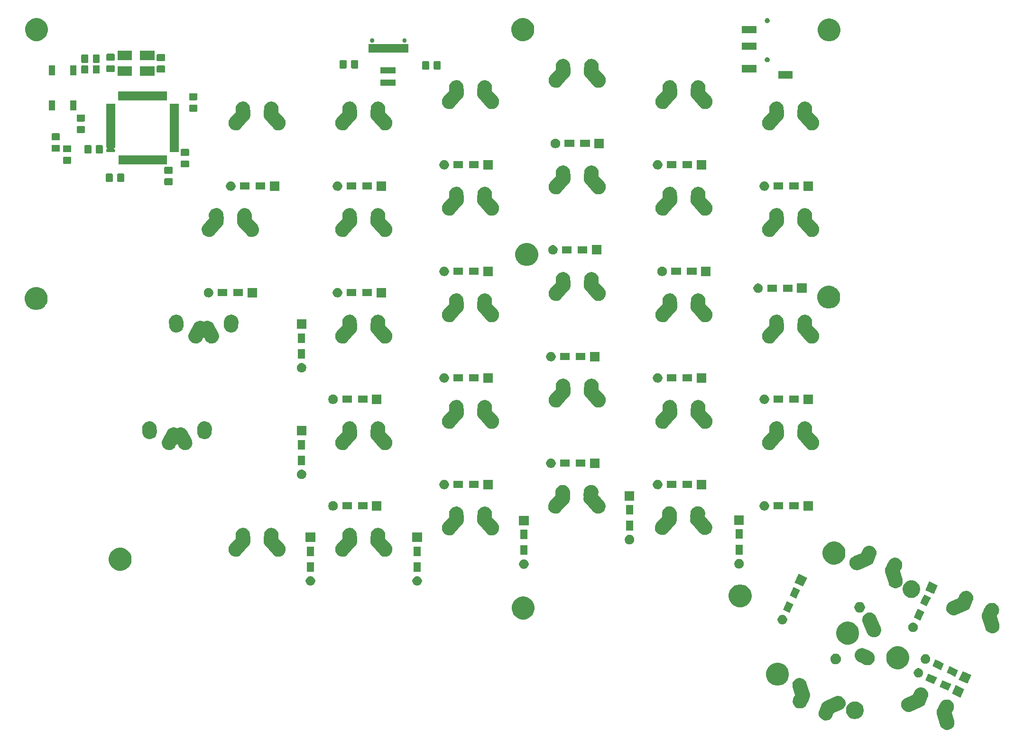
<source format=gbr>
G04 #@! TF.GenerationSoftware,KiCad,Pcbnew,(5.0.2)-1*
G04 #@! TF.CreationDate,2020-01-06T18:58:30+05:30*
G04 #@! TF.ProjectId,ergocape,6572676f-6361-4706-952e-6b696361645f,rev?*
G04 #@! TF.SameCoordinates,Original*
G04 #@! TF.FileFunction,Soldermask,Bot*
G04 #@! TF.FilePolarity,Negative*
%FSLAX46Y46*%
G04 Gerber Fmt 4.6, Leading zero omitted, Abs format (unit mm)*
G04 Created by KiCad (PCBNEW (5.0.2)-1) date 1/6/2020 6:58:30 PM*
%MOMM*%
%LPD*%
G01*
G04 APERTURE LIST*
%ADD10C,0.100000*%
G04 APERTURE END LIST*
D10*
G36*
X188190454Y-140176053D02*
X188344203Y-140178254D01*
X188594813Y-140231843D01*
X188594817Y-140231845D01*
X188594818Y-140231845D01*
X188830148Y-140333292D01*
X188830151Y-140333294D01*
X189041176Y-140478707D01*
X189144701Y-140585240D01*
X189219778Y-140662497D01*
X189359091Y-140877596D01*
X189453765Y-141115743D01*
X189500159Y-141367786D01*
X189497557Y-141549502D01*
X189496490Y-141624031D01*
X189442901Y-141874640D01*
X189442899Y-141874644D01*
X189442899Y-141874645D01*
X189414386Y-141940787D01*
X189366871Y-142051009D01*
X189227668Y-142302706D01*
X189121177Y-142495256D01*
X189111477Y-142517758D01*
X189106353Y-142541721D01*
X189106002Y-142566222D01*
X189110960Y-142592087D01*
X189538405Y-143998975D01*
X189575957Y-144187328D01*
X189576013Y-144315550D01*
X189576069Y-144443602D01*
X189526181Y-144694976D01*
X189428212Y-144931785D01*
X189285927Y-145144931D01*
X189104793Y-145326224D01*
X189043776Y-145367032D01*
X188891770Y-145468695D01*
X188812862Y-145501420D01*
X188655048Y-145566870D01*
X188529382Y-145591923D01*
X188403718Y-145616976D01*
X188232868Y-145617051D01*
X188147444Y-145617088D01*
X188147443Y-145617088D01*
X187896071Y-145567201D01*
X187728562Y-145497901D01*
X187659262Y-145469232D01*
X187446117Y-145326947D01*
X187264821Y-145145809D01*
X187122354Y-144932793D01*
X187122352Y-144932790D01*
X187048777Y-144755381D01*
X186441395Y-142756247D01*
X186403843Y-142567894D01*
X186403774Y-142408669D01*
X186403731Y-142311621D01*
X186453619Y-142060248D01*
X186551588Y-141823438D01*
X186639630Y-141691549D01*
X186651172Y-141669933D01*
X186657901Y-141648294D01*
X186670647Y-141588685D01*
X186670647Y-141588684D01*
X186670648Y-141588681D01*
X186719949Y-141474316D01*
X186746677Y-141412315D01*
X187089903Y-140791717D01*
X187198881Y-140633569D01*
X187198883Y-140633566D01*
X187382668Y-140454968D01*
X187597770Y-140315653D01*
X187835917Y-140220979D01*
X188045472Y-140182406D01*
X188087955Y-140174586D01*
X188087957Y-140174586D01*
X188190454Y-140176053D01*
X188190454Y-140176053D01*
G37*
G36*
X169092345Y-139572563D02*
X169179438Y-139597990D01*
X169338350Y-139644383D01*
X169565617Y-139762817D01*
X169765407Y-139923309D01*
X169765410Y-139923312D01*
X169930055Y-140119702D01*
X170053222Y-140344438D01*
X170115012Y-140540710D01*
X170130178Y-140588885D01*
X170154701Y-140813701D01*
X170157967Y-140843649D01*
X170135520Y-141098938D01*
X170126717Y-141129089D01*
X170063700Y-141344944D01*
X169945266Y-141572209D01*
X169784774Y-141772000D01*
X169784771Y-141772003D01*
X169588381Y-141936648D01*
X169419957Y-142028953D01*
X168067457Y-142605843D01*
X168045975Y-142617616D01*
X168027197Y-142633359D01*
X168011851Y-142652463D01*
X167999855Y-142675901D01*
X167817466Y-143149681D01*
X167817464Y-143149685D01*
X167731228Y-143321294D01*
X167573698Y-143523432D01*
X167379758Y-143690954D01*
X167156860Y-143817424D01*
X166913581Y-143897975D01*
X166809865Y-143910838D01*
X166659251Y-143929518D01*
X166659246Y-143929518D01*
X166403664Y-143910839D01*
X166403661Y-143910838D01*
X166403658Y-143910838D01*
X166156622Y-143842653D01*
X166156621Y-143842653D01*
X166156619Y-143842652D01*
X165927631Y-143727583D01*
X165725493Y-143570053D01*
X165557971Y-143376113D01*
X165431501Y-143153215D01*
X165350950Y-142909936D01*
X165336931Y-142796898D01*
X165319407Y-142655606D01*
X165319407Y-142655601D01*
X165338086Y-142400019D01*
X165338087Y-142400016D01*
X165338087Y-142400013D01*
X165389187Y-142214876D01*
X165389188Y-142214874D01*
X165389190Y-142214866D01*
X165643970Y-141553041D01*
X165730208Y-141381427D01*
X165767672Y-141333354D01*
X165780767Y-141312642D01*
X165789067Y-141291548D01*
X165833508Y-141139325D01*
X165951942Y-140912059D01*
X166112434Y-140712268D01*
X166112437Y-140712265D01*
X166308827Y-140547620D01*
X166477251Y-140455315D01*
X168158595Y-139738160D01*
X168399097Y-139635577D01*
X168582291Y-139577905D01*
X168837053Y-139550116D01*
X168837055Y-139550116D01*
X169092345Y-139572563D01*
X169092345Y-139572563D01*
G37*
G36*
X172048782Y-140540703D02*
X172253567Y-140581437D01*
X172337767Y-140616314D01*
X172540197Y-140700163D01*
X172798163Y-140872530D01*
X173017537Y-141091904D01*
X173189904Y-141349870D01*
X173251141Y-141497709D01*
X173302967Y-141622828D01*
X173308630Y-141636501D01*
X173369156Y-141940786D01*
X173369156Y-142251036D01*
X173360034Y-142296897D01*
X173308630Y-142555322D01*
X173268393Y-142652463D01*
X173189904Y-142841952D01*
X173017537Y-143099918D01*
X172798163Y-143319292D01*
X172540197Y-143491659D01*
X172372293Y-143561207D01*
X172253567Y-143610385D01*
X172138611Y-143633251D01*
X171949281Y-143670911D01*
X171639031Y-143670911D01*
X171449701Y-143633251D01*
X171334745Y-143610385D01*
X171216019Y-143561207D01*
X171048115Y-143491659D01*
X170790149Y-143319292D01*
X170570775Y-143099918D01*
X170398408Y-142841952D01*
X170319919Y-142652463D01*
X170279682Y-142555322D01*
X170228278Y-142296897D01*
X170219156Y-142251036D01*
X170219156Y-141940786D01*
X170279682Y-141636501D01*
X170285346Y-141622828D01*
X170337171Y-141497709D01*
X170398408Y-141349870D01*
X170570775Y-141091904D01*
X170790149Y-140872530D01*
X171048115Y-140700163D01*
X171250545Y-140616314D01*
X171334745Y-140581437D01*
X171539530Y-140540703D01*
X171639031Y-140520911D01*
X171949281Y-140520911D01*
X172048782Y-140540703D01*
X172048782Y-140540703D01*
G37*
G36*
X183816038Y-138042186D02*
X183816041Y-138042187D01*
X183816044Y-138042187D01*
X184063080Y-138110372D01*
X184063081Y-138110372D01*
X184063083Y-138110373D01*
X184292071Y-138225442D01*
X184494209Y-138382972D01*
X184661731Y-138576912D01*
X184788201Y-138799810D01*
X184868752Y-139043089D01*
X184882088Y-139150621D01*
X184900295Y-139297419D01*
X184900295Y-139297424D01*
X184881616Y-139553007D01*
X184881615Y-139553010D01*
X184881615Y-139553013D01*
X184851969Y-139660421D01*
X184830512Y-139738160D01*
X184575732Y-140399984D01*
X184489492Y-140571601D01*
X184452031Y-140619670D01*
X184438935Y-140640381D01*
X184430635Y-140661476D01*
X184386194Y-140813701D01*
X184267760Y-141040966D01*
X184107268Y-141240757D01*
X184107265Y-141240760D01*
X183910875Y-141405405D01*
X183742451Y-141497710D01*
X181820606Y-142317446D01*
X181820603Y-142317447D01*
X181637410Y-142375120D01*
X181382649Y-142402909D01*
X181382646Y-142402909D01*
X181127358Y-142380462D01*
X181067427Y-142362965D01*
X180881352Y-142308642D01*
X180654086Y-142190208D01*
X180454295Y-142029716D01*
X180453654Y-142028952D01*
X180289647Y-141833323D01*
X180166480Y-141608587D01*
X180089524Y-141364140D01*
X180071532Y-141199195D01*
X180061735Y-141109379D01*
X180062653Y-141098938D01*
X180084182Y-140854088D01*
X180102391Y-140791716D01*
X180156002Y-140608082D01*
X180274436Y-140380816D01*
X180434928Y-140181025D01*
X180434931Y-140181022D01*
X180631321Y-140016377D01*
X180799745Y-139924072D01*
X182063268Y-139385133D01*
X182152238Y-139347184D01*
X182173727Y-139335407D01*
X182192505Y-139319664D01*
X182207851Y-139300560D01*
X182219850Y-139277114D01*
X182402234Y-138803348D01*
X182404012Y-138799809D01*
X182488472Y-138631734D01*
X182500442Y-138616374D01*
X182646004Y-138429593D01*
X182839944Y-138262071D01*
X183062838Y-138135604D01*
X183183871Y-138095529D01*
X183306125Y-138055050D01*
X183560450Y-138023507D01*
X183560456Y-138023507D01*
X183816038Y-138042186D01*
X183816038Y-138042186D01*
G37*
G36*
X162323630Y-136385824D02*
X162560440Y-136483793D01*
X162773585Y-136626077D01*
X162853186Y-136705609D01*
X162954878Y-136807212D01*
X163097350Y-137020235D01*
X163170925Y-137197643D01*
X163778307Y-139196776D01*
X163815859Y-139385129D01*
X163815895Y-139469151D01*
X163815971Y-139641403D01*
X163766083Y-139892777D01*
X163668114Y-140129586D01*
X163580073Y-140261473D01*
X163568531Y-140283089D01*
X163561802Y-140304729D01*
X163550088Y-140359509D01*
X163549054Y-140364345D01*
X163499754Y-140478707D01*
X163473025Y-140540710D01*
X163209063Y-141017986D01*
X163129797Y-141161310D01*
X163020819Y-141319460D01*
X162837035Y-141498057D01*
X162621932Y-141637372D01*
X162383786Y-141732046D01*
X162131743Y-141778440D01*
X161885635Y-141774916D01*
X161875499Y-141774771D01*
X161624889Y-141721182D01*
X161389551Y-141619731D01*
X161389550Y-141619731D01*
X161389549Y-141619730D01*
X161178523Y-141474316D01*
X160999926Y-141290532D01*
X160860611Y-141075429D01*
X160765937Y-140837283D01*
X160719543Y-140585240D01*
X160723067Y-140339132D01*
X160723212Y-140328996D01*
X160776801Y-140078386D01*
X160780201Y-140070500D01*
X160852831Y-139902016D01*
X161098525Y-139457769D01*
X161108226Y-139435267D01*
X161113350Y-139411304D01*
X161113701Y-139386803D01*
X161108744Y-139360944D01*
X160681297Y-137954048D01*
X160643745Y-137765695D01*
X160643689Y-137637473D01*
X160643633Y-137509422D01*
X160693521Y-137258049D01*
X160791490Y-137021239D01*
X160933774Y-136808094D01*
X161106287Y-136635431D01*
X161114909Y-136626801D01*
X161115992Y-136626077D01*
X161327929Y-136484331D01*
X161327932Y-136484329D01*
X161440797Y-136437522D01*
X161564654Y-136386155D01*
X161614841Y-136376150D01*
X161815984Y-136336048D01*
X161944177Y-136335992D01*
X162072257Y-136335936D01*
X162323630Y-136385824D01*
X162323630Y-136385824D01*
G37*
G36*
X191350596Y-138311644D02*
X190631299Y-139854181D01*
X189088762Y-139134884D01*
X189808059Y-137592347D01*
X191350596Y-138311644D01*
X191350596Y-138311644D01*
G37*
G36*
X188229035Y-137076713D02*
X189000303Y-137436361D01*
X188450054Y-138616374D01*
X188450053Y-138616374D01*
X187364932Y-138110373D01*
X186907517Y-137897077D01*
X187457766Y-136717064D01*
X187457767Y-136717064D01*
X188229035Y-137076713D01*
X188229035Y-137076713D01*
G37*
G36*
X158578497Y-133688894D02*
X158578499Y-133688895D01*
X158578500Y-133688895D01*
X158950648Y-133843043D01*
X159285573Y-134066833D01*
X159570402Y-134351662D01*
X159794192Y-134686587D01*
X159933845Y-135023742D01*
X159948341Y-135058738D01*
X160026925Y-135453804D01*
X160026925Y-135856616D01*
X159949643Y-136245138D01*
X159948340Y-136251685D01*
X159794192Y-136623833D01*
X159570402Y-136958758D01*
X159285573Y-137243587D01*
X158950648Y-137467377D01*
X158578500Y-137621525D01*
X158578499Y-137621525D01*
X158578497Y-137621526D01*
X158183431Y-137700110D01*
X157780619Y-137700110D01*
X157385553Y-137621526D01*
X157385551Y-137621525D01*
X157385550Y-137621525D01*
X157013402Y-137467377D01*
X156678477Y-137243587D01*
X156393648Y-136958758D01*
X156169858Y-136623833D01*
X156015710Y-136251685D01*
X156014408Y-136245138D01*
X155937125Y-135856616D01*
X155937125Y-135453804D01*
X156015709Y-135058738D01*
X156030205Y-135023742D01*
X156169858Y-134686587D01*
X156393648Y-134351662D01*
X156678477Y-134066833D01*
X157013402Y-133843043D01*
X157385550Y-133688895D01*
X157385551Y-133688895D01*
X157385553Y-133688894D01*
X157780619Y-133610310D01*
X158183431Y-133610310D01*
X158578497Y-133688894D01*
X158578497Y-133688894D01*
G37*
G36*
X185517261Y-135812191D02*
X186462641Y-136253029D01*
X185912392Y-137433042D01*
X185912391Y-137433042D01*
X184913005Y-136967020D01*
X184369855Y-136713745D01*
X184920104Y-135533732D01*
X184920105Y-135533732D01*
X185517261Y-135812191D01*
X185517261Y-135812191D01*
G37*
G36*
X192600365Y-135812191D02*
X191881068Y-137354728D01*
X190338531Y-136635431D01*
X191057828Y-135092894D01*
X192600365Y-135812191D01*
X192600365Y-135812191D01*
G37*
G36*
X183398707Y-134608545D02*
X183553579Y-134672695D01*
X183692960Y-134765827D01*
X183811494Y-134884361D01*
X183904626Y-135023742D01*
X183968776Y-135178614D01*
X184001479Y-135343026D01*
X184001479Y-135510658D01*
X183968776Y-135675070D01*
X183904626Y-135829942D01*
X183811494Y-135969323D01*
X183692960Y-136087857D01*
X183553579Y-136180989D01*
X183398707Y-136245139D01*
X183234295Y-136277842D01*
X183066663Y-136277842D01*
X182902251Y-136245139D01*
X182747379Y-136180989D01*
X182607998Y-136087857D01*
X182489464Y-135969323D01*
X182396332Y-135829942D01*
X182332182Y-135675070D01*
X182299479Y-135510658D01*
X182299479Y-135343026D01*
X182332182Y-135178614D01*
X182396332Y-135023742D01*
X182489464Y-134884361D01*
X182607998Y-134765827D01*
X182747379Y-134672695D01*
X182902251Y-134608545D01*
X183066663Y-134575842D01*
X183234295Y-134575842D01*
X183398707Y-134608545D01*
X183398707Y-134608545D01*
G37*
G36*
X189382971Y-134532572D02*
X190250072Y-134936908D01*
X189699823Y-136116921D01*
X189699822Y-136116921D01*
X188752271Y-135675070D01*
X188157286Y-135397624D01*
X188707535Y-134217611D01*
X188707536Y-134217611D01*
X189382971Y-134532572D01*
X189382971Y-134532572D01*
G37*
G36*
X186768139Y-133313255D02*
X187712410Y-133753576D01*
X187162161Y-134933589D01*
X187162160Y-134933589D01*
X186302180Y-134532573D01*
X185619624Y-134214292D01*
X186169873Y-133034279D01*
X186169874Y-133034279D01*
X186768139Y-133313255D01*
X186768139Y-133313255D01*
G37*
G36*
X180049252Y-130742818D02*
X180049254Y-130742819D01*
X180049255Y-130742819D01*
X180422513Y-130897427D01*
X180620412Y-131029659D01*
X180758439Y-131121886D01*
X181044114Y-131407561D01*
X181044116Y-131407564D01*
X181268573Y-131743487D01*
X181357240Y-131957549D01*
X181423182Y-132116748D01*
X181502000Y-132512993D01*
X181502000Y-132917007D01*
X181424160Y-133308337D01*
X181423181Y-133313255D01*
X181268573Y-133686513D01*
X181047143Y-134017905D01*
X181044114Y-134022439D01*
X180758439Y-134308114D01*
X180758436Y-134308116D01*
X180422513Y-134532573D01*
X180049255Y-134687181D01*
X180049254Y-134687181D01*
X180049252Y-134687182D01*
X179653007Y-134766000D01*
X179248993Y-134766000D01*
X178852748Y-134687182D01*
X178852746Y-134687181D01*
X178852745Y-134687181D01*
X178479487Y-134532573D01*
X178143564Y-134308116D01*
X178143561Y-134308114D01*
X177857886Y-134022439D01*
X177854857Y-134017905D01*
X177633427Y-133686513D01*
X177478819Y-133313255D01*
X177477841Y-133308337D01*
X177400000Y-132917007D01*
X177400000Y-132512993D01*
X177478818Y-132116748D01*
X177544760Y-131957549D01*
X177633427Y-131743487D01*
X177857884Y-131407564D01*
X177857886Y-131407561D01*
X178143561Y-131121886D01*
X178281588Y-131029659D01*
X178479487Y-130897427D01*
X178852745Y-130742819D01*
X178852746Y-130742819D01*
X178852748Y-130742818D01*
X179248993Y-130664000D01*
X179653007Y-130664000D01*
X180049252Y-130742818D01*
X180049252Y-130742818D01*
G37*
G36*
X173456983Y-131029659D02*
X173456985Y-131029660D01*
X173456986Y-131029660D01*
X173679635Y-131121884D01*
X173693753Y-131127732D01*
X173825444Y-131215725D01*
X173847055Y-131227276D01*
X173868848Y-131234048D01*
X173926915Y-131246417D01*
X174103343Y-131322308D01*
X174103345Y-131322309D01*
X174724213Y-131665047D01*
X174882448Y-131773900D01*
X175061194Y-131957549D01*
X175159514Y-132109093D01*
X175200678Y-132172542D01*
X175295537Y-132410608D01*
X175342129Y-132662612D01*
X175338663Y-132918867D01*
X175304359Y-133079908D01*
X175285271Y-133169516D01*
X175184006Y-133404934D01*
X175038758Y-133616073D01*
X174855110Y-133794819D01*
X174640119Y-133934302D01*
X174640116Y-133934303D01*
X174402051Y-134029162D01*
X174300005Y-134048029D01*
X174150045Y-134075755D01*
X173906780Y-134072464D01*
X173893790Y-134072288D01*
X173643141Y-134018897D01*
X173466715Y-133943006D01*
X173466713Y-133943005D01*
X172845844Y-133600267D01*
X172786898Y-133559716D01*
X172765453Y-133547879D01*
X172740446Y-133540108D01*
X172698013Y-133531667D01*
X172698011Y-133531666D01*
X172698010Y-133531666D01*
X172461243Y-133433594D01*
X172248159Y-133291216D01*
X172248156Y-133291214D01*
X172066947Y-133110005D01*
X171924567Y-132896918D01*
X171902471Y-132843573D01*
X171826495Y-132660151D01*
X171797224Y-132512994D01*
X171776498Y-132408802D01*
X171776498Y-132152524D01*
X171826494Y-131901178D01*
X171883840Y-131762733D01*
X171924567Y-131664408D01*
X172066945Y-131451324D01*
X172066947Y-131451321D01*
X172248156Y-131270112D01*
X172461243Y-131127732D01*
X172475361Y-131121884D01*
X172698010Y-131029660D01*
X172698011Y-131029660D01*
X172698013Y-131029659D01*
X172949359Y-130979663D01*
X173205637Y-130979663D01*
X173456983Y-131029659D01*
X173456983Y-131029659D01*
G37*
G36*
X168639308Y-132014010D02*
X168812378Y-132085698D01*
X168968142Y-132189776D01*
X169100600Y-132322234D01*
X169204678Y-132477998D01*
X169276366Y-132651068D01*
X169312912Y-132834797D01*
X169312912Y-133022131D01*
X169276366Y-133205860D01*
X169204678Y-133378930D01*
X169100600Y-133534694D01*
X168968142Y-133667152D01*
X168812378Y-133771230D01*
X168639308Y-133842918D01*
X168455579Y-133879464D01*
X168268245Y-133879464D01*
X168084516Y-133842918D01*
X167911446Y-133771230D01*
X167755682Y-133667152D01*
X167623224Y-133534694D01*
X167519146Y-133378930D01*
X167447458Y-133205860D01*
X167410912Y-133022131D01*
X167410912Y-132834797D01*
X167447458Y-132651068D01*
X167519146Y-132477998D01*
X167623224Y-132322234D01*
X167755682Y-132189776D01*
X167911446Y-132085698D01*
X168084516Y-132014010D01*
X168268245Y-131977464D01*
X168455579Y-131977464D01*
X168639308Y-132014010D01*
X168639308Y-132014010D01*
G37*
G36*
X184648476Y-132109092D02*
X184803348Y-132173242D01*
X184942729Y-132266374D01*
X185061263Y-132384908D01*
X185154395Y-132524289D01*
X185218545Y-132679161D01*
X185251248Y-132843573D01*
X185251248Y-133011205D01*
X185218545Y-133175617D01*
X185154395Y-133330489D01*
X185061263Y-133469870D01*
X184942729Y-133588404D01*
X184803348Y-133681536D01*
X184648476Y-133745686D01*
X184484064Y-133778389D01*
X184316432Y-133778389D01*
X184152020Y-133745686D01*
X183997148Y-133681536D01*
X183857767Y-133588404D01*
X183739233Y-133469870D01*
X183646101Y-133330489D01*
X183581951Y-133175617D01*
X183549248Y-133011205D01*
X183549248Y-132843573D01*
X183581951Y-132679161D01*
X183646101Y-132524289D01*
X183739233Y-132384908D01*
X183857767Y-132266374D01*
X183997148Y-132173242D01*
X184152020Y-132109092D01*
X184316432Y-132076389D01*
X184484064Y-132076389D01*
X184648476Y-132109092D01*
X184648476Y-132109092D01*
G37*
G36*
X171105285Y-126358104D02*
X171105287Y-126358105D01*
X171105288Y-126358105D01*
X171477436Y-126512253D01*
X171812361Y-126736043D01*
X172097190Y-127020872D01*
X172320980Y-127355797D01*
X172455800Y-127681283D01*
X172475129Y-127727948D01*
X172553713Y-128123014D01*
X172553713Y-128525826D01*
X172478876Y-128902056D01*
X172475128Y-128920895D01*
X172320980Y-129293043D01*
X172097190Y-129627968D01*
X171812361Y-129912797D01*
X171477436Y-130136587D01*
X171105288Y-130290735D01*
X171105287Y-130290735D01*
X171105285Y-130290736D01*
X170710219Y-130369320D01*
X170307407Y-130369320D01*
X169912341Y-130290736D01*
X169912339Y-130290735D01*
X169912338Y-130290735D01*
X169540190Y-130136587D01*
X169205265Y-129912797D01*
X168920436Y-129627968D01*
X168696646Y-129293043D01*
X168542498Y-128920895D01*
X168538751Y-128902056D01*
X168463913Y-128525826D01*
X168463913Y-128123014D01*
X168542497Y-127727948D01*
X168561826Y-127681283D01*
X168696646Y-127355797D01*
X168920436Y-127020872D01*
X169205265Y-126736043D01*
X169540190Y-126512253D01*
X169912338Y-126358105D01*
X169912339Y-126358105D01*
X169912341Y-126358104D01*
X170307407Y-126279520D01*
X170710219Y-126279520D01*
X171105285Y-126358104D01*
X171105285Y-126358104D01*
G37*
G36*
X174662603Y-124660065D02*
X174701346Y-124671376D01*
X174908609Y-124731885D01*
X175135875Y-124850319D01*
X175335666Y-125010811D01*
X175335669Y-125010814D01*
X175500314Y-125207204D01*
X175592619Y-125375628D01*
X176252275Y-126922169D01*
X176335150Y-127116466D01*
X176341866Y-127128873D01*
X176389468Y-127243794D01*
X176389975Y-127245000D01*
X176412357Y-127297475D01*
X176412779Y-127298815D01*
X176416526Y-127309119D01*
X176441594Y-127369638D01*
X176451456Y-127419218D01*
X176454821Y-127432361D01*
X176470029Y-127480668D01*
X176475019Y-127526411D01*
X176477144Y-127545899D01*
X176478809Y-127556731D01*
X176491590Y-127620985D01*
X176491590Y-127671538D01*
X176492327Y-127685092D01*
X176497818Y-127735430D01*
X176492070Y-127800799D01*
X176491590Y-127811748D01*
X176491590Y-127877261D01*
X176481727Y-127926845D01*
X176479807Y-127940268D01*
X176475371Y-127990722D01*
X176475370Y-127990725D01*
X176456984Y-128053703D01*
X176454377Y-128064347D01*
X176441594Y-128128609D01*
X176422245Y-128175322D01*
X176417739Y-128188128D01*
X176403552Y-128236723D01*
X176373231Y-128294907D01*
X176368597Y-128304840D01*
X176343521Y-128365379D01*
X176315430Y-128407420D01*
X176308512Y-128419101D01*
X176285120Y-128463989D01*
X176244038Y-128515130D01*
X176237559Y-128523963D01*
X176236314Y-128525826D01*
X176201141Y-128578466D01*
X176165378Y-128614229D01*
X176156315Y-128624334D01*
X176124625Y-128663784D01*
X176124622Y-128663787D01*
X176074356Y-128705927D01*
X176066288Y-128713319D01*
X176019932Y-128759675D01*
X175977864Y-128787784D01*
X175967015Y-128795918D01*
X175928232Y-128828432D01*
X175870722Y-128859950D01*
X175861366Y-128865625D01*
X175806845Y-128902055D01*
X175760096Y-128921419D01*
X175747862Y-128927284D01*
X175703496Y-128951599D01*
X175640965Y-128971285D01*
X175630670Y-128975029D01*
X175570078Y-129000127D01*
X175570077Y-129000127D01*
X175570075Y-129000128D01*
X175520436Y-129010002D01*
X175507289Y-129013368D01*
X175500400Y-129015537D01*
X175459050Y-129028555D01*
X175444923Y-129030096D01*
X175393890Y-129035662D01*
X175383069Y-129037326D01*
X175318727Y-129050124D01*
X175268107Y-129050124D01*
X175254553Y-129050861D01*
X175204288Y-129056344D01*
X175204285Y-129056344D01*
X175138998Y-129050603D01*
X175128061Y-129050124D01*
X175062453Y-129050124D01*
X175012791Y-129040246D01*
X174999372Y-129038326D01*
X174948996Y-129033897D01*
X174948993Y-129033896D01*
X174948992Y-129033896D01*
X174886106Y-129015537D01*
X174875462Y-129012930D01*
X174811105Y-129000129D01*
X174776993Y-128985999D01*
X174764315Y-128980747D01*
X174751514Y-128976243D01*
X174702994Y-128962078D01*
X174644899Y-128931803D01*
X174634966Y-128927169D01*
X174574336Y-128902056D01*
X174532222Y-128873916D01*
X174520543Y-128866999D01*
X174500653Y-128856633D01*
X174475725Y-128843643D01*
X174441850Y-128816431D01*
X174424669Y-128802630D01*
X174415834Y-128796149D01*
X174361250Y-128759677D01*
X174325427Y-128723854D01*
X174315322Y-128714791D01*
X174275934Y-128683151D01*
X174259700Y-128663787D01*
X174233853Y-128632957D01*
X174226461Y-128624888D01*
X174180039Y-128578466D01*
X174151888Y-128536335D01*
X174143744Y-128525474D01*
X174111288Y-128486760D01*
X174111286Y-128486758D01*
X174079814Y-128429333D01*
X174074136Y-128419971D01*
X174037659Y-128365379D01*
X173991207Y-128253234D01*
X173990761Y-128252174D01*
X173199245Y-126396489D01*
X173141571Y-126213293D01*
X173124720Y-126058806D01*
X173113782Y-125958532D01*
X173113782Y-125958529D01*
X173136229Y-125703241D01*
X173176707Y-125564593D01*
X173208049Y-125457235D01*
X173326483Y-125229969D01*
X173486975Y-125030178D01*
X173486978Y-125030175D01*
X173683368Y-124865530D01*
X173908104Y-124742363D01*
X174152551Y-124665407D01*
X174201525Y-124660065D01*
X174407312Y-124637618D01*
X174407315Y-124637618D01*
X174662603Y-124660065D01*
X174662603Y-124660065D01*
G37*
G36*
X196241333Y-122910890D02*
X196395082Y-122913091D01*
X196645692Y-122966680D01*
X196645696Y-122966682D01*
X196645697Y-122966682D01*
X196881027Y-123068129D01*
X196881030Y-123068131D01*
X197092055Y-123213544D01*
X197182324Y-123306436D01*
X197270657Y-123397334D01*
X197409970Y-123612433D01*
X197504644Y-123850580D01*
X197551038Y-124102623D01*
X197549033Y-124242646D01*
X197547369Y-124358868D01*
X197493780Y-124609477D01*
X197493778Y-124609481D01*
X197493778Y-124609482D01*
X197467096Y-124671376D01*
X197417750Y-124785846D01*
X197291869Y-125013454D01*
X197172056Y-125230093D01*
X197162356Y-125252595D01*
X197157232Y-125276558D01*
X197156881Y-125301059D01*
X197161839Y-125326924D01*
X197589284Y-126733812D01*
X197626836Y-126922165D01*
X197626879Y-127020870D01*
X197626948Y-127178439D01*
X197577060Y-127429813D01*
X197479091Y-127666622D01*
X197336806Y-127879768D01*
X197155672Y-128061061D01*
X197054669Y-128128612D01*
X196942649Y-128203532D01*
X196863741Y-128236257D01*
X196705927Y-128301707D01*
X196580261Y-128326760D01*
X196454597Y-128351813D01*
X196283752Y-128351888D01*
X196198323Y-128351925D01*
X196198322Y-128351925D01*
X195946950Y-128302038D01*
X195779441Y-128232738D01*
X195710141Y-128204069D01*
X195496996Y-128061784D01*
X195315700Y-127880646D01*
X195173233Y-127667630D01*
X195173231Y-127667627D01*
X195099656Y-127490218D01*
X194492274Y-125491084D01*
X194454722Y-125302731D01*
X194454653Y-125143506D01*
X194454610Y-125046458D01*
X194504498Y-124795085D01*
X194602467Y-124558275D01*
X194690509Y-124426386D01*
X194702051Y-124404770D01*
X194708780Y-124383131D01*
X194721526Y-124323522D01*
X194721526Y-124323521D01*
X194721527Y-124323518D01*
X194768474Y-124214616D01*
X194797556Y-124147152D01*
X195140782Y-123526554D01*
X195249760Y-123368406D01*
X195249762Y-123368403D01*
X195433547Y-123189805D01*
X195648649Y-123050490D01*
X195886796Y-122955816D01*
X196096351Y-122917243D01*
X196138834Y-122909423D01*
X196138836Y-122909423D01*
X196241333Y-122910890D01*
X196241333Y-122910890D01*
G37*
G36*
X182437492Y-126459886D02*
X182592364Y-126524036D01*
X182731745Y-126617168D01*
X182850279Y-126735702D01*
X182943411Y-126875083D01*
X183007561Y-127029955D01*
X183040264Y-127194367D01*
X183040264Y-127361999D01*
X183007561Y-127526411D01*
X182943411Y-127681283D01*
X182850279Y-127820664D01*
X182731745Y-127939198D01*
X182592364Y-128032330D01*
X182437492Y-128096480D01*
X182273080Y-128129183D01*
X182105448Y-128129183D01*
X181941036Y-128096480D01*
X181786164Y-128032330D01*
X181646783Y-127939198D01*
X181528249Y-127820664D01*
X181435117Y-127681283D01*
X181370967Y-127526411D01*
X181338264Y-127361999D01*
X181338264Y-127194367D01*
X181370967Y-127029955D01*
X181435117Y-126875083D01*
X181528249Y-126735702D01*
X181646783Y-126617168D01*
X181786164Y-126524036D01*
X181941036Y-126459886D01*
X182105448Y-126427183D01*
X182273080Y-126427183D01*
X182437492Y-126459886D01*
X182437492Y-126459886D01*
G37*
G36*
X159102865Y-125099903D02*
X159257737Y-125164053D01*
X159397118Y-125257185D01*
X159515652Y-125375719D01*
X159608784Y-125515100D01*
X159672934Y-125669972D01*
X159705637Y-125834384D01*
X159705637Y-126002016D01*
X159672934Y-126166428D01*
X159608784Y-126321300D01*
X159515652Y-126460681D01*
X159397118Y-126579215D01*
X159257737Y-126672347D01*
X159102865Y-126736497D01*
X158938453Y-126769200D01*
X158770821Y-126769200D01*
X158606409Y-126736497D01*
X158451537Y-126672347D01*
X158312156Y-126579215D01*
X158193622Y-126460681D01*
X158100490Y-126321300D01*
X158036340Y-126166428D01*
X158003637Y-126002016D01*
X158003637Y-125834384D01*
X158036340Y-125669972D01*
X158100490Y-125515100D01*
X158193622Y-125375719D01*
X158312156Y-125257185D01*
X158451537Y-125164053D01*
X158606409Y-125099903D01*
X158770821Y-125067200D01*
X158938453Y-125067200D01*
X159102865Y-125099903D01*
X159102865Y-125099903D01*
G37*
G36*
X184195464Y-124516270D02*
X184195464Y-124516271D01*
X183923311Y-125099904D01*
X183514230Y-125977181D01*
X183476167Y-126058806D01*
X183476167Y-126058807D01*
X182296154Y-125508558D01*
X182320086Y-125457236D01*
X182684291Y-124676195D01*
X183015451Y-123966021D01*
X184195464Y-124516270D01*
X184195464Y-124516270D01*
G37*
G36*
X113183752Y-121852818D02*
X113183754Y-121852819D01*
X113183755Y-121852819D01*
X113557013Y-122007427D01*
X113787092Y-122161161D01*
X113892939Y-122231886D01*
X114178614Y-122517561D01*
X114178616Y-122517564D01*
X114403073Y-122853487D01*
X114542380Y-123189805D01*
X114557682Y-123226748D01*
X114636500Y-123622993D01*
X114636500Y-124027007D01*
X114570489Y-124358868D01*
X114557681Y-124423255D01*
X114403073Y-124796513D01*
X114248073Y-125028487D01*
X114178614Y-125132439D01*
X113892939Y-125418114D01*
X113892936Y-125418116D01*
X113557013Y-125642573D01*
X113183755Y-125797181D01*
X113183754Y-125797181D01*
X113183752Y-125797182D01*
X112787507Y-125876000D01*
X112383493Y-125876000D01*
X111987248Y-125797182D01*
X111987246Y-125797181D01*
X111987245Y-125797181D01*
X111613987Y-125642573D01*
X111278064Y-125418116D01*
X111278061Y-125418114D01*
X110992386Y-125132439D01*
X110922927Y-125028487D01*
X110767927Y-124796513D01*
X110613319Y-124423255D01*
X110600512Y-124358868D01*
X110534500Y-124027007D01*
X110534500Y-123622993D01*
X110613318Y-123226748D01*
X110628620Y-123189805D01*
X110767927Y-122853487D01*
X110992384Y-122517564D01*
X110992386Y-122517561D01*
X111278061Y-122231886D01*
X111383908Y-122161161D01*
X111613987Y-122007427D01*
X111987245Y-121852819D01*
X111987246Y-121852819D01*
X111987248Y-121852818D01*
X112383493Y-121774000D01*
X112787507Y-121774000D01*
X113183752Y-121852818D01*
X113183752Y-121852818D01*
G37*
G36*
X191866917Y-120777023D02*
X191866920Y-120777024D01*
X191866923Y-120777024D01*
X192113959Y-120845209D01*
X192113960Y-120845209D01*
X192113962Y-120845210D01*
X192342950Y-120960279D01*
X192545088Y-121117809D01*
X192712610Y-121311749D01*
X192839080Y-121534647D01*
X192919631Y-121777926D01*
X192919631Y-121777930D01*
X192951174Y-122032256D01*
X192951174Y-122032261D01*
X192932495Y-122287844D01*
X192932494Y-122287847D01*
X192932494Y-122287850D01*
X192905636Y-122385157D01*
X192881391Y-122472997D01*
X192626611Y-123134821D01*
X192540371Y-123306438D01*
X192502910Y-123354507D01*
X192489814Y-123375218D01*
X192481514Y-123396313D01*
X192437073Y-123548538D01*
X192318639Y-123775803D01*
X192158147Y-123975594D01*
X192158144Y-123975597D01*
X191961754Y-124140242D01*
X191793330Y-124232547D01*
X189871485Y-125052283D01*
X189871482Y-125052284D01*
X189688289Y-125109957D01*
X189433528Y-125137746D01*
X189433525Y-125137746D01*
X189178237Y-125115299D01*
X189118306Y-125097802D01*
X188932231Y-125043479D01*
X188704965Y-124925045D01*
X188505174Y-124764553D01*
X188505171Y-124764550D01*
X188340526Y-124568160D01*
X188217359Y-124343424D01*
X188140403Y-124098977D01*
X188132553Y-124027007D01*
X188112614Y-123844216D01*
X188112614Y-123844213D01*
X188135061Y-123588925D01*
X188153270Y-123526553D01*
X188206881Y-123342919D01*
X188325315Y-123115653D01*
X188485807Y-122915862D01*
X188485810Y-122915859D01*
X188682200Y-122751214D01*
X188850624Y-122658909D01*
X190203116Y-122082021D01*
X190224606Y-122070244D01*
X190243384Y-122054501D01*
X190258730Y-122035397D01*
X190270729Y-122011951D01*
X190453113Y-121538185D01*
X190490395Y-121463994D01*
X190539351Y-121366571D01*
X190582074Y-121311750D01*
X190696883Y-121164430D01*
X190890823Y-120996908D01*
X191113717Y-120870441D01*
X191234750Y-120830366D01*
X191357004Y-120789887D01*
X191611329Y-120758344D01*
X191611335Y-120758344D01*
X191866917Y-120777023D01*
X191866917Y-120777023D01*
G37*
G36*
X160860837Y-123156287D02*
X160860837Y-123156288D01*
X160618445Y-123676098D01*
X160157123Y-124665407D01*
X160141540Y-124698823D01*
X160141540Y-124698824D01*
X158961527Y-124148575D01*
X158962187Y-124147160D01*
X159391382Y-123226748D01*
X159680824Y-122606038D01*
X160860837Y-123156287D01*
X160860837Y-123156287D01*
G37*
G36*
X172933110Y-122805922D02*
X173106180Y-122877610D01*
X173261944Y-122981688D01*
X173394402Y-123114146D01*
X173498480Y-123269910D01*
X173570168Y-123442980D01*
X173606714Y-123626709D01*
X173606714Y-123814043D01*
X173570168Y-123997772D01*
X173498480Y-124170842D01*
X173394402Y-124326606D01*
X173261944Y-124459064D01*
X173106180Y-124563142D01*
X172933110Y-124634830D01*
X172749381Y-124671376D01*
X172562047Y-124671376D01*
X172378318Y-124634830D01*
X172205248Y-124563142D01*
X172049484Y-124459064D01*
X171917026Y-124326606D01*
X171812948Y-124170842D01*
X171741260Y-123997772D01*
X171704714Y-123814043D01*
X171704714Y-123626709D01*
X171741260Y-123442980D01*
X171812948Y-123269910D01*
X171917026Y-123114146D01*
X172049484Y-122981688D01*
X172205248Y-122877610D01*
X172378318Y-122805922D01*
X172562047Y-122769376D01*
X172749381Y-122769376D01*
X172933110Y-122805922D01*
X172933110Y-122805922D01*
G37*
G36*
X151918752Y-119693818D02*
X151918754Y-119693819D01*
X151918755Y-119693819D01*
X152292013Y-119848427D01*
X152515110Y-119997496D01*
X152627939Y-120072886D01*
X152913614Y-120358561D01*
X152913616Y-120358564D01*
X153138073Y-120694487D01*
X153292681Y-121067745D01*
X153292682Y-121067748D01*
X153371500Y-121463993D01*
X153371500Y-121868007D01*
X153305459Y-122200020D01*
X153292681Y-122264255D01*
X153138073Y-122637513D01*
X152977645Y-122877610D01*
X152913614Y-122973439D01*
X152627939Y-123259114D01*
X152627936Y-123259116D01*
X152292013Y-123483573D01*
X151918755Y-123638181D01*
X151918754Y-123638181D01*
X151918752Y-123638182D01*
X151522507Y-123717000D01*
X151118493Y-123717000D01*
X150722248Y-123638182D01*
X150722246Y-123638181D01*
X150722245Y-123638181D01*
X150348987Y-123483573D01*
X150013064Y-123259116D01*
X150013061Y-123259114D01*
X149727386Y-122973439D01*
X149663355Y-122877610D01*
X149502927Y-122637513D01*
X149348319Y-122264255D01*
X149335542Y-122200020D01*
X149269500Y-121868007D01*
X149269500Y-121463993D01*
X149348318Y-121067748D01*
X149348319Y-121067745D01*
X149502927Y-120694487D01*
X149727384Y-120358564D01*
X149727386Y-120358561D01*
X150013061Y-120072886D01*
X150125890Y-119997496D01*
X150348987Y-119848427D01*
X150722245Y-119693819D01*
X150722246Y-119693819D01*
X150722248Y-119693818D01*
X151118493Y-119615000D01*
X151522507Y-119615000D01*
X151918752Y-119693818D01*
X151918752Y-119693818D01*
G37*
G36*
X185378796Y-121978608D02*
X185378796Y-121978609D01*
X185071543Y-122637514D01*
X184677020Y-123483572D01*
X184659499Y-123521144D01*
X184659499Y-123521145D01*
X183479486Y-122970896D01*
X183481452Y-122966680D01*
X183908754Y-122050328D01*
X184198783Y-121428359D01*
X185378796Y-121978608D01*
X185378796Y-121978608D01*
G37*
G36*
X162044169Y-120618625D02*
X162044169Y-120618626D01*
X161771695Y-121202947D01*
X161340846Y-122126906D01*
X161324872Y-122161161D01*
X161324872Y-122161162D01*
X160144859Y-121610913D01*
X160151266Y-121597174D01*
X160607571Y-120618625D01*
X160864156Y-120068376D01*
X162044169Y-120618625D01*
X162044169Y-120618625D01*
G37*
G36*
X182180621Y-118909934D02*
X182344001Y-118942432D01*
X182462727Y-118991610D01*
X182630631Y-119061158D01*
X182888597Y-119233525D01*
X183107971Y-119452899D01*
X183280338Y-119710865D01*
X183335795Y-119844750D01*
X183399064Y-119997495D01*
X183459590Y-120301782D01*
X183459590Y-120612030D01*
X183399064Y-120916317D01*
X183380854Y-120960279D01*
X183280338Y-121202947D01*
X183107971Y-121460913D01*
X182888597Y-121680287D01*
X182630631Y-121852654D01*
X182462727Y-121922202D01*
X182344001Y-121971380D01*
X182191857Y-122001643D01*
X182039715Y-122031906D01*
X181729465Y-122031906D01*
X181577323Y-122001643D01*
X181425179Y-121971380D01*
X181306453Y-121922202D01*
X181138549Y-121852654D01*
X180880583Y-121680287D01*
X180661209Y-121460913D01*
X180488842Y-121202947D01*
X180388326Y-120960279D01*
X180370116Y-120916317D01*
X180309590Y-120612030D01*
X180309590Y-120301782D01*
X180370116Y-119997495D01*
X180433385Y-119844750D01*
X180488842Y-119710865D01*
X180661209Y-119452899D01*
X180880583Y-119233525D01*
X181138549Y-119061158D01*
X181306453Y-118991610D01*
X181425179Y-118942432D01*
X181588559Y-118909934D01*
X181729465Y-118881906D01*
X182039715Y-118881906D01*
X182180621Y-118909934D01*
X182180621Y-118909934D01*
G37*
G36*
X186616603Y-119797363D02*
X185897306Y-121339900D01*
X184354769Y-120620603D01*
X185074066Y-119078066D01*
X186616603Y-119797363D01*
X186616603Y-119797363D01*
G37*
G36*
X178963960Y-114848159D02*
X179117709Y-114850360D01*
X179368319Y-114903949D01*
X179368323Y-114903951D01*
X179368324Y-114903951D01*
X179603654Y-115005398D01*
X179603657Y-115005400D01*
X179814682Y-115150813D01*
X179904951Y-115243705D01*
X179993284Y-115334603D01*
X180132597Y-115549702D01*
X180227271Y-115787849D01*
X180273665Y-116039892D01*
X180271660Y-116179915D01*
X180269996Y-116296137D01*
X180216407Y-116546746D01*
X180140377Y-116723115D01*
X180018728Y-116943072D01*
X179894683Y-117167362D01*
X179884983Y-117189864D01*
X179879859Y-117213827D01*
X179879508Y-117238328D01*
X179884466Y-117264193D01*
X180311911Y-118671081D01*
X180349463Y-118859434D01*
X180349499Y-118942432D01*
X180349575Y-119115708D01*
X180299687Y-119367082D01*
X180201718Y-119603891D01*
X180059433Y-119817037D01*
X179878299Y-119998330D01*
X179773564Y-120068377D01*
X179665276Y-120140801D01*
X179586368Y-120173526D01*
X179428554Y-120238976D01*
X179302888Y-120264029D01*
X179177224Y-120289082D01*
X179006377Y-120289157D01*
X178920950Y-120289194D01*
X178920949Y-120289194D01*
X178669577Y-120239307D01*
X178502068Y-120170007D01*
X178432768Y-120141338D01*
X178219623Y-119999053D01*
X178038327Y-119817915D01*
X177895860Y-119604899D01*
X177895858Y-119604896D01*
X177822283Y-119427487D01*
X177214901Y-117428353D01*
X177177349Y-117240000D01*
X177177280Y-117080775D01*
X177177237Y-116983727D01*
X177227125Y-116732354D01*
X177325094Y-116495544D01*
X177413136Y-116363655D01*
X177424678Y-116342039D01*
X177431407Y-116320400D01*
X177444153Y-116260791D01*
X177444153Y-116260790D01*
X177444154Y-116260787D01*
X177491101Y-116151885D01*
X177520183Y-116084421D01*
X177863409Y-115463823D01*
X177972387Y-115305675D01*
X177972389Y-115305672D01*
X178156174Y-115127074D01*
X178371276Y-114987759D01*
X178609423Y-114893085D01*
X178818978Y-114854512D01*
X178861461Y-114846692D01*
X178861463Y-114846692D01*
X178963960Y-114848159D01*
X178963960Y-114848159D01*
G37*
G36*
X163281976Y-118437380D02*
X162562679Y-119979917D01*
X161020142Y-119260620D01*
X161739439Y-117718083D01*
X163281976Y-118437380D01*
X163281976Y-118437380D01*
G37*
G36*
X93910728Y-118175453D02*
X94065600Y-118239603D01*
X94204981Y-118332735D01*
X94323515Y-118451269D01*
X94416647Y-118590650D01*
X94480797Y-118745522D01*
X94513500Y-118909934D01*
X94513500Y-119077566D01*
X94480797Y-119241978D01*
X94416647Y-119396850D01*
X94323515Y-119536231D01*
X94204981Y-119654765D01*
X94065600Y-119747897D01*
X93910728Y-119812047D01*
X93746316Y-119844750D01*
X93578684Y-119844750D01*
X93414272Y-119812047D01*
X93259400Y-119747897D01*
X93120019Y-119654765D01*
X93001485Y-119536231D01*
X92908353Y-119396850D01*
X92844203Y-119241978D01*
X92811500Y-119077566D01*
X92811500Y-118909934D01*
X92844203Y-118745522D01*
X92908353Y-118590650D01*
X93001485Y-118451269D01*
X93120019Y-118332735D01*
X93259400Y-118239603D01*
X93414272Y-118175453D01*
X93578684Y-118142750D01*
X93746316Y-118142750D01*
X93910728Y-118175453D01*
X93910728Y-118175453D01*
G37*
G36*
X74860728Y-118175453D02*
X75015600Y-118239603D01*
X75154981Y-118332735D01*
X75273515Y-118451269D01*
X75366647Y-118590650D01*
X75430797Y-118745522D01*
X75463500Y-118909934D01*
X75463500Y-119077566D01*
X75430797Y-119241978D01*
X75366647Y-119396850D01*
X75273515Y-119536231D01*
X75154981Y-119654765D01*
X75015600Y-119747897D01*
X74860728Y-119812047D01*
X74696316Y-119844750D01*
X74528684Y-119844750D01*
X74364272Y-119812047D01*
X74209400Y-119747897D01*
X74070019Y-119654765D01*
X73951485Y-119536231D01*
X73858353Y-119396850D01*
X73794203Y-119241978D01*
X73761500Y-119077566D01*
X73761500Y-118909934D01*
X73794203Y-118745522D01*
X73858353Y-118590650D01*
X73951485Y-118451269D01*
X74070019Y-118332735D01*
X74209400Y-118239603D01*
X74364272Y-118175453D01*
X74528684Y-118142750D01*
X74696316Y-118142750D01*
X74860728Y-118175453D01*
X74860728Y-118175453D01*
G37*
G36*
X94313500Y-117344750D02*
X93011500Y-117344750D01*
X93011500Y-115642750D01*
X94313500Y-115642750D01*
X94313500Y-117344750D01*
X94313500Y-117344750D01*
G37*
G36*
X75263500Y-117344750D02*
X73961500Y-117344750D01*
X73961500Y-115642750D01*
X75263500Y-115642750D01*
X75263500Y-117344750D01*
X75263500Y-117344750D01*
G37*
G36*
X41238252Y-113153318D02*
X41238254Y-113153319D01*
X41238255Y-113153319D01*
X41611513Y-113307927D01*
X41825657Y-113451014D01*
X41947439Y-113532386D01*
X42233114Y-113818061D01*
X42233116Y-113818064D01*
X42457573Y-114153987D01*
X42611858Y-114526465D01*
X42612182Y-114527248D01*
X42691000Y-114923493D01*
X42691000Y-115327507D01*
X42626543Y-115651556D01*
X42612181Y-115723755D01*
X42457573Y-116097013D01*
X42287476Y-116351580D01*
X42233114Y-116432939D01*
X41947439Y-116718614D01*
X41947436Y-116718616D01*
X41611513Y-116943073D01*
X41238255Y-117097681D01*
X41238254Y-117097681D01*
X41238252Y-117097682D01*
X40842007Y-117176500D01*
X40437993Y-117176500D01*
X40041748Y-117097682D01*
X40041746Y-117097681D01*
X40041745Y-117097681D01*
X39668487Y-116943073D01*
X39332564Y-116718616D01*
X39332561Y-116718614D01*
X39046886Y-116432939D01*
X38992524Y-116351580D01*
X38822427Y-116097013D01*
X38667819Y-115723755D01*
X38653458Y-115651556D01*
X38589000Y-115327507D01*
X38589000Y-114923493D01*
X38667818Y-114527248D01*
X38668142Y-114526465D01*
X38822427Y-114153987D01*
X39046884Y-113818064D01*
X39046886Y-113818061D01*
X39332561Y-113532386D01*
X39454343Y-113451014D01*
X39668487Y-113307927D01*
X40041745Y-113153319D01*
X40041746Y-113153319D01*
X40041748Y-113153318D01*
X40437993Y-113074500D01*
X40842007Y-113074500D01*
X41238252Y-113153318D01*
X41238252Y-113153318D01*
G37*
G36*
X174589544Y-112714292D02*
X174589547Y-112714293D01*
X174589550Y-112714293D01*
X174836586Y-112782478D01*
X174836587Y-112782478D01*
X174836589Y-112782479D01*
X175065577Y-112897548D01*
X175267715Y-113055078D01*
X175435237Y-113249018D01*
X175561707Y-113471916D01*
X175642258Y-113715195D01*
X175642258Y-113715199D01*
X175673801Y-113969525D01*
X175673801Y-113969530D01*
X175655122Y-114225113D01*
X175655121Y-114225116D01*
X175655121Y-114225119D01*
X175618414Y-114358110D01*
X175604018Y-114410266D01*
X175349238Y-115072090D01*
X175262998Y-115243707D01*
X175225537Y-115291776D01*
X175212441Y-115312487D01*
X175204141Y-115333582D01*
X175159700Y-115485807D01*
X175041266Y-115713072D01*
X174880774Y-115912863D01*
X174880771Y-115912866D01*
X174684381Y-116077511D01*
X174515957Y-116169816D01*
X172594112Y-116989552D01*
X172594109Y-116989553D01*
X172410916Y-117047226D01*
X172156155Y-117075015D01*
X172156152Y-117075015D01*
X171900864Y-117052568D01*
X171840933Y-117035071D01*
X171654858Y-116980748D01*
X171427592Y-116862314D01*
X171227801Y-116701822D01*
X171227798Y-116701819D01*
X171063153Y-116505429D01*
X170939986Y-116280693D01*
X170863030Y-116036246D01*
X170845038Y-115871301D01*
X170835241Y-115781485D01*
X170835241Y-115781482D01*
X170857688Y-115526194D01*
X170875897Y-115463822D01*
X170929508Y-115280188D01*
X171047942Y-115052922D01*
X171208434Y-114853131D01*
X171208437Y-114853128D01*
X171404827Y-114688483D01*
X171573251Y-114596178D01*
X172925743Y-114019290D01*
X172947233Y-114007513D01*
X172966011Y-113991770D01*
X172981357Y-113972666D01*
X172993356Y-113949220D01*
X173175740Y-113475454D01*
X173203741Y-113419732D01*
X173261978Y-113303840D01*
X173304701Y-113249019D01*
X173419510Y-113101699D01*
X173613450Y-112934177D01*
X173836344Y-112807710D01*
X173957377Y-112767635D01*
X174079631Y-112727156D01*
X174333956Y-112695613D01*
X174333962Y-112695613D01*
X174589544Y-112714292D01*
X174589544Y-112714292D01*
G37*
G36*
X112960728Y-115159203D02*
X113115600Y-115223353D01*
X113254981Y-115316485D01*
X113373515Y-115435019D01*
X113466647Y-115574400D01*
X113530797Y-115729272D01*
X113563500Y-115893684D01*
X113563500Y-116061316D01*
X113530797Y-116225728D01*
X113466647Y-116380600D01*
X113373515Y-116519981D01*
X113254981Y-116638515D01*
X113115600Y-116731647D01*
X112960728Y-116795797D01*
X112796316Y-116828500D01*
X112628684Y-116828500D01*
X112464272Y-116795797D01*
X112309400Y-116731647D01*
X112170019Y-116638515D01*
X112051485Y-116519981D01*
X111958353Y-116380600D01*
X111894203Y-116225728D01*
X111861500Y-116061316D01*
X111861500Y-115893684D01*
X111894203Y-115729272D01*
X111958353Y-115574400D01*
X112051485Y-115435019D01*
X112170019Y-115316485D01*
X112309400Y-115223353D01*
X112464272Y-115159203D01*
X112628684Y-115126500D01*
X112796316Y-115126500D01*
X112960728Y-115159203D01*
X112960728Y-115159203D01*
G37*
G36*
X151378228Y-115095703D02*
X151533100Y-115159853D01*
X151672481Y-115252985D01*
X151791015Y-115371519D01*
X151884147Y-115510900D01*
X151948297Y-115665772D01*
X151981000Y-115830184D01*
X151981000Y-115997816D01*
X151948297Y-116162228D01*
X151884147Y-116317100D01*
X151791015Y-116456481D01*
X151672481Y-116575015D01*
X151533100Y-116668147D01*
X151378228Y-116732297D01*
X151213816Y-116765000D01*
X151046184Y-116765000D01*
X150881772Y-116732297D01*
X150726900Y-116668147D01*
X150587519Y-116575015D01*
X150468985Y-116456481D01*
X150375853Y-116317100D01*
X150311703Y-116162228D01*
X150279000Y-115997816D01*
X150279000Y-115830184D01*
X150311703Y-115665772D01*
X150375853Y-115510900D01*
X150468985Y-115371519D01*
X150587519Y-115252985D01*
X150726900Y-115159853D01*
X150881772Y-115095703D01*
X151046184Y-115063000D01*
X151213816Y-115063000D01*
X151378228Y-115095703D01*
X151378228Y-115095703D01*
G37*
G36*
X168668931Y-112049888D02*
X168668933Y-112049889D01*
X168668934Y-112049889D01*
X169041082Y-112204037D01*
X169376007Y-112427827D01*
X169660836Y-112712656D01*
X169884626Y-113047581D01*
X170038141Y-113418201D01*
X170038775Y-113419732D01*
X170117359Y-113814798D01*
X170117359Y-114217610D01*
X170042057Y-114596178D01*
X170038774Y-114612679D01*
X169884626Y-114984827D01*
X169660836Y-115319752D01*
X169376007Y-115604581D01*
X169041082Y-115828371D01*
X168668934Y-115982519D01*
X168668933Y-115982519D01*
X168668931Y-115982520D01*
X168273865Y-116061104D01*
X167871053Y-116061104D01*
X167475987Y-115982520D01*
X167475985Y-115982519D01*
X167475984Y-115982519D01*
X167103836Y-115828371D01*
X166768911Y-115604581D01*
X166484082Y-115319752D01*
X166260292Y-114984827D01*
X166106144Y-114612679D01*
X166102862Y-114596178D01*
X166027559Y-114217610D01*
X166027559Y-113814798D01*
X166106143Y-113419732D01*
X166106777Y-113418201D01*
X166260292Y-113047581D01*
X166484082Y-112712656D01*
X166768911Y-112427827D01*
X167103836Y-112204037D01*
X167475984Y-112049889D01*
X167475985Y-112049889D01*
X167475987Y-112049888D01*
X167871053Y-111971304D01*
X168273865Y-111971304D01*
X168668931Y-112049888D01*
X168668931Y-112049888D01*
G37*
G36*
X86956421Y-109535165D02*
X87020146Y-109545909D01*
X87259687Y-109636998D01*
X87476854Y-109773069D01*
X87663304Y-109948892D01*
X87811867Y-110157709D01*
X87916838Y-110391501D01*
X87974182Y-110641275D01*
X87979813Y-110833249D01*
X87944886Y-111339716D01*
X87945605Y-111364210D01*
X87951088Y-111388093D01*
X87961125Y-111410447D01*
X87976550Y-111431794D01*
X88958522Y-112526219D01*
X89032118Y-112626500D01*
X89072157Y-112681056D01*
X89180564Y-112913270D01*
X89241585Y-113162175D01*
X89252876Y-113418204D01*
X89214002Y-113671509D01*
X89126456Y-113912367D01*
X88993605Y-114131513D01*
X88993603Y-114131515D01*
X88993602Y-114131517D01*
X88820548Y-114320538D01*
X88613944Y-114472165D01*
X88613942Y-114472166D01*
X88381729Y-114580573D01*
X88258892Y-114610687D01*
X88132823Y-114641595D01*
X87995293Y-114647659D01*
X87876794Y-114652885D01*
X87623489Y-114614011D01*
X87382632Y-114526465D01*
X87163483Y-114393612D01*
X87163481Y-114393611D01*
X87021823Y-114263919D01*
X86923186Y-114153986D01*
X85626474Y-112708776D01*
X85512844Y-112553946D01*
X85404436Y-112321729D01*
X85343415Y-112072825D01*
X85332124Y-111816800D01*
X85356179Y-111660057D01*
X85357504Y-111635589D01*
X85354456Y-111613127D01*
X85340818Y-111553722D01*
X85335187Y-111361752D01*
X85383979Y-110654234D01*
X85408206Y-110510540D01*
X85415909Y-110464852D01*
X85506998Y-110225312D01*
X85584032Y-110102366D01*
X85643066Y-110008147D01*
X85818892Y-109821694D01*
X86027706Y-109673134D01*
X86027708Y-109673133D01*
X86027709Y-109673132D01*
X86126138Y-109628938D01*
X86261497Y-109568161D01*
X86386387Y-109539489D01*
X86511276Y-109510817D01*
X86525471Y-109510401D01*
X86767439Y-109503303D01*
X86956421Y-109535165D01*
X86956421Y-109535165D01*
G37*
G36*
X62713727Y-109510817D02*
X62963498Y-109568160D01*
X63052682Y-109608204D01*
X63197291Y-109673133D01*
X63197292Y-109673134D01*
X63197294Y-109673135D01*
X63406108Y-109821695D01*
X63581934Y-110008147D01*
X63640968Y-110102366D01*
X63718002Y-110225312D01*
X63809091Y-110464853D01*
X63812422Y-110484610D01*
X63841021Y-110654235D01*
X63889813Y-111361751D01*
X63886021Y-111491014D01*
X63884182Y-111553724D01*
X63877935Y-111580935D01*
X63870544Y-111613127D01*
X63867429Y-111637432D01*
X63868821Y-111660057D01*
X63892876Y-111816800D01*
X63881585Y-112072825D01*
X63820564Y-112321730D01*
X63712157Y-112553944D01*
X63709179Y-112558002D01*
X63598522Y-112708781D01*
X62244728Y-114217609D01*
X62203176Y-114263919D01*
X62061517Y-114393612D01*
X61842368Y-114526465D01*
X61601510Y-114614011D01*
X61348205Y-114652885D01*
X61092176Y-114641594D01*
X60843272Y-114580573D01*
X60611058Y-114472166D01*
X60415301Y-114328500D01*
X60404452Y-114320538D01*
X60231398Y-114131517D01*
X60231397Y-114131515D01*
X60231395Y-114131513D01*
X60098544Y-113912367D01*
X60010998Y-113671509D01*
X59972124Y-113418204D01*
X59983415Y-113162175D01*
X60044436Y-112913271D01*
X60152844Y-112681054D01*
X60266474Y-112526224D01*
X61248449Y-111431794D01*
X61262947Y-111412039D01*
X61273313Y-111389835D01*
X61279148Y-111366036D01*
X61280114Y-111339715D01*
X61245187Y-110833248D01*
X61250818Y-110641275D01*
X61308161Y-110391503D01*
X61360649Y-110274605D01*
X61413134Y-110157710D01*
X61427493Y-110137527D01*
X61561696Y-109948893D01*
X61748148Y-109773067D01*
X61965311Y-109637000D01*
X61965312Y-109637000D01*
X61965313Y-109636999D01*
X62204854Y-109545910D01*
X62457561Y-109503304D01*
X62713727Y-109510817D01*
X62713727Y-109510817D01*
G37*
G36*
X67906421Y-109535165D02*
X67970146Y-109545909D01*
X68209687Y-109636998D01*
X68426854Y-109773069D01*
X68613304Y-109948892D01*
X68761867Y-110157709D01*
X68866838Y-110391501D01*
X68924182Y-110641275D01*
X68929813Y-110833249D01*
X68894886Y-111339716D01*
X68895605Y-111364210D01*
X68901088Y-111388093D01*
X68911125Y-111410447D01*
X68926550Y-111431794D01*
X69908522Y-112526219D01*
X69982118Y-112626500D01*
X70022157Y-112681056D01*
X70130564Y-112913270D01*
X70191585Y-113162175D01*
X70202876Y-113418204D01*
X70164002Y-113671509D01*
X70076456Y-113912367D01*
X69943605Y-114131513D01*
X69943603Y-114131515D01*
X69943602Y-114131517D01*
X69770548Y-114320538D01*
X69563944Y-114472165D01*
X69563942Y-114472166D01*
X69331729Y-114580573D01*
X69208892Y-114610687D01*
X69082823Y-114641595D01*
X68945293Y-114647659D01*
X68826794Y-114652885D01*
X68573489Y-114614011D01*
X68332632Y-114526465D01*
X68113483Y-114393612D01*
X68113481Y-114393611D01*
X67971823Y-114263919D01*
X67873186Y-114153986D01*
X66576474Y-112708776D01*
X66462844Y-112553946D01*
X66354436Y-112321729D01*
X66293415Y-112072825D01*
X66282124Y-111816800D01*
X66306179Y-111660057D01*
X66307504Y-111635589D01*
X66304456Y-111613127D01*
X66290818Y-111553722D01*
X66285187Y-111361752D01*
X66333979Y-110654234D01*
X66358206Y-110510540D01*
X66365909Y-110464852D01*
X66456998Y-110225312D01*
X66534032Y-110102366D01*
X66593066Y-110008147D01*
X66768892Y-109821694D01*
X66977706Y-109673134D01*
X66977708Y-109673133D01*
X66977709Y-109673132D01*
X67076138Y-109628938D01*
X67211497Y-109568161D01*
X67336387Y-109539489D01*
X67461276Y-109510817D01*
X67475471Y-109510401D01*
X67717439Y-109503303D01*
X67906421Y-109535165D01*
X67906421Y-109535165D01*
G37*
G36*
X81763727Y-109510817D02*
X82013498Y-109568160D01*
X82102682Y-109608204D01*
X82247291Y-109673133D01*
X82247292Y-109673134D01*
X82247294Y-109673135D01*
X82456108Y-109821695D01*
X82631934Y-110008147D01*
X82690968Y-110102366D01*
X82768002Y-110225312D01*
X82859091Y-110464853D01*
X82862422Y-110484610D01*
X82891021Y-110654235D01*
X82939813Y-111361751D01*
X82936021Y-111491014D01*
X82934182Y-111553724D01*
X82927935Y-111580935D01*
X82920544Y-111613127D01*
X82917429Y-111637432D01*
X82918821Y-111660057D01*
X82942876Y-111816800D01*
X82931585Y-112072825D01*
X82870564Y-112321730D01*
X82762157Y-112553944D01*
X82759179Y-112558002D01*
X82648522Y-112708781D01*
X81294728Y-114217609D01*
X81253176Y-114263919D01*
X81111517Y-114393612D01*
X80892368Y-114526465D01*
X80651510Y-114614011D01*
X80398205Y-114652885D01*
X80142176Y-114641594D01*
X79893272Y-114580573D01*
X79661058Y-114472166D01*
X79465301Y-114328500D01*
X79454452Y-114320538D01*
X79281398Y-114131517D01*
X79281397Y-114131515D01*
X79281395Y-114131513D01*
X79148544Y-113912367D01*
X79060998Y-113671509D01*
X79022124Y-113418204D01*
X79033415Y-113162175D01*
X79094436Y-112913271D01*
X79202844Y-112681054D01*
X79316474Y-112526224D01*
X80298449Y-111431794D01*
X80312947Y-111412039D01*
X80323313Y-111389835D01*
X80329148Y-111366036D01*
X80330114Y-111339715D01*
X80295187Y-110833248D01*
X80300818Y-110641275D01*
X80358161Y-110391503D01*
X80410649Y-110274605D01*
X80463134Y-110157710D01*
X80477493Y-110137527D01*
X80611696Y-109948893D01*
X80798148Y-109773067D01*
X81015311Y-109637000D01*
X81015312Y-109637000D01*
X81015313Y-109636999D01*
X81254854Y-109545910D01*
X81507561Y-109503304D01*
X81763727Y-109510817D01*
X81763727Y-109510817D01*
G37*
G36*
X75263500Y-114544750D02*
X73961500Y-114544750D01*
X73961500Y-112842750D01*
X75263500Y-112842750D01*
X75263500Y-114544750D01*
X75263500Y-114544750D01*
G37*
G36*
X94313500Y-114544750D02*
X93011500Y-114544750D01*
X93011500Y-112842750D01*
X94313500Y-112842750D01*
X94313500Y-114544750D01*
X94313500Y-114544750D01*
G37*
G36*
X113363500Y-114328500D02*
X112061500Y-114328500D01*
X112061500Y-112626500D01*
X113363500Y-112626500D01*
X113363500Y-114328500D01*
X113363500Y-114328500D01*
G37*
G36*
X151781000Y-114265000D02*
X150479000Y-114265000D01*
X150479000Y-112563000D01*
X151781000Y-112563000D01*
X151781000Y-114265000D01*
X151781000Y-114265000D01*
G37*
G36*
X131820228Y-110777703D02*
X131975100Y-110841853D01*
X132114481Y-110934985D01*
X132233015Y-111053519D01*
X132326147Y-111192900D01*
X132390297Y-111347772D01*
X132423000Y-111512184D01*
X132423000Y-111679816D01*
X132390297Y-111844228D01*
X132326147Y-111999100D01*
X132233015Y-112138481D01*
X132114481Y-112257015D01*
X131975100Y-112350147D01*
X131820228Y-112414297D01*
X131655816Y-112447000D01*
X131488184Y-112447000D01*
X131323772Y-112414297D01*
X131168900Y-112350147D01*
X131029519Y-112257015D01*
X130910985Y-112138481D01*
X130817853Y-111999100D01*
X130753703Y-111844228D01*
X130721000Y-111679816D01*
X130721000Y-111512184D01*
X130753703Y-111347772D01*
X130817853Y-111192900D01*
X130910985Y-111053519D01*
X131029519Y-110934985D01*
X131168900Y-110841853D01*
X131323772Y-110777703D01*
X131488184Y-110745000D01*
X131655816Y-110745000D01*
X131820228Y-110777703D01*
X131820228Y-110777703D01*
G37*
G36*
X75463500Y-112044750D02*
X73761500Y-112044750D01*
X73761500Y-110342750D01*
X75463500Y-110342750D01*
X75463500Y-112044750D01*
X75463500Y-112044750D01*
G37*
G36*
X94513500Y-112044750D02*
X92811500Y-112044750D01*
X92811500Y-110342750D01*
X94513500Y-110342750D01*
X94513500Y-112044750D01*
X94513500Y-112044750D01*
G37*
G36*
X113363500Y-111528500D02*
X112061500Y-111528500D01*
X112061500Y-109826500D01*
X113363500Y-109826500D01*
X113363500Y-111528500D01*
X113363500Y-111528500D01*
G37*
G36*
X151781000Y-111465000D02*
X150479000Y-111465000D01*
X150479000Y-109763000D01*
X151781000Y-109763000D01*
X151781000Y-111465000D01*
X151781000Y-111465000D01*
G37*
G36*
X100813727Y-105700817D02*
X101063498Y-105758160D01*
X101155865Y-105799633D01*
X101297291Y-105863133D01*
X101297292Y-105863134D01*
X101297294Y-105863135D01*
X101506108Y-106011695D01*
X101681934Y-106198147D01*
X101800292Y-106387047D01*
X101818002Y-106415312D01*
X101909091Y-106654853D01*
X101909091Y-106654855D01*
X101941021Y-106844235D01*
X101989813Y-107551751D01*
X101986021Y-107681014D01*
X101984182Y-107743724D01*
X101977935Y-107770935D01*
X101970544Y-107803127D01*
X101967429Y-107827432D01*
X101968821Y-107850057D01*
X101992876Y-108006800D01*
X101981585Y-108262825D01*
X101920564Y-108511730D01*
X101812157Y-108743944D01*
X101805262Y-108753339D01*
X101698522Y-108898781D01*
X100408530Y-110336500D01*
X100303176Y-110453919D01*
X100161517Y-110583612D01*
X99942368Y-110716465D01*
X99701510Y-110804011D01*
X99448205Y-110842885D01*
X99192176Y-110831594D01*
X98943272Y-110770573D01*
X98711058Y-110662166D01*
X98524158Y-110525000D01*
X98504452Y-110510538D01*
X98331398Y-110321517D01*
X98331397Y-110321515D01*
X98331395Y-110321513D01*
X98198544Y-110102367D01*
X98110998Y-109861509D01*
X98072124Y-109608204D01*
X98083415Y-109352175D01*
X98144436Y-109103271D01*
X98252844Y-108871054D01*
X98366474Y-108716224D01*
X99348449Y-107621794D01*
X99362947Y-107602039D01*
X99373313Y-107579835D01*
X99379148Y-107556036D01*
X99380114Y-107529715D01*
X99345187Y-107023248D01*
X99350818Y-106831275D01*
X99408161Y-106581503D01*
X99461369Y-106463000D01*
X99513134Y-106347710D01*
X99530788Y-106322896D01*
X99661696Y-106138893D01*
X99848148Y-105963067D01*
X100065311Y-105827000D01*
X100065312Y-105827000D01*
X100065313Y-105826999D01*
X100304854Y-105735910D01*
X100557561Y-105693304D01*
X100813727Y-105700817D01*
X100813727Y-105700817D01*
G37*
G36*
X106006421Y-105725165D02*
X106070146Y-105735909D01*
X106237729Y-105799635D01*
X106309687Y-105826998D01*
X106526854Y-105963069D01*
X106713304Y-106138892D01*
X106861867Y-106347709D01*
X106966838Y-106581501D01*
X107024182Y-106831275D01*
X107029813Y-107023249D01*
X106994886Y-107529716D01*
X106995605Y-107554210D01*
X107001088Y-107578093D01*
X107011125Y-107600447D01*
X107026550Y-107621794D01*
X108008522Y-108716219D01*
X108035764Y-108753339D01*
X108122157Y-108871056D01*
X108230564Y-109103270D01*
X108291585Y-109352175D01*
X108302876Y-109608204D01*
X108264002Y-109861509D01*
X108176456Y-110102367D01*
X108043605Y-110321513D01*
X108043603Y-110321515D01*
X108043602Y-110321517D01*
X107870548Y-110510538D01*
X107663944Y-110662165D01*
X107663942Y-110662166D01*
X107431729Y-110770573D01*
X107308892Y-110800687D01*
X107182823Y-110831595D01*
X107045293Y-110837659D01*
X106926794Y-110842885D01*
X106673489Y-110804011D01*
X106432632Y-110716465D01*
X106213483Y-110583612D01*
X106213481Y-110583611D01*
X106071823Y-110453919D01*
X105942391Y-110309665D01*
X104676474Y-108898776D01*
X104562844Y-108743946D01*
X104454436Y-108511729D01*
X104393415Y-108262825D01*
X104382124Y-108006800D01*
X104406179Y-107850057D01*
X104407504Y-107825589D01*
X104404456Y-107803127D01*
X104390818Y-107743722D01*
X104385187Y-107551752D01*
X104433979Y-106844234D01*
X104462578Y-106674610D01*
X104465909Y-106654852D01*
X104556998Y-106415312D01*
X104574708Y-106387047D01*
X104693066Y-106198147D01*
X104868892Y-106011694D01*
X105077706Y-105863134D01*
X105077708Y-105863133D01*
X105077709Y-105863132D01*
X105180503Y-105816978D01*
X105311497Y-105758161D01*
X105436387Y-105729489D01*
X105561276Y-105700817D01*
X105575471Y-105700401D01*
X105817439Y-105693303D01*
X106006421Y-105725165D01*
X106006421Y-105725165D01*
G37*
G36*
X144042921Y-105661665D02*
X144106646Y-105672409D01*
X144332149Y-105758160D01*
X144346187Y-105763498D01*
X144563354Y-105899569D01*
X144749804Y-106075392D01*
X144898367Y-106284209D01*
X145003338Y-106518001D01*
X145060682Y-106767775D01*
X145066313Y-106959749D01*
X145031386Y-107466216D01*
X145032105Y-107490710D01*
X145037588Y-107514593D01*
X145047625Y-107536947D01*
X145063050Y-107558294D01*
X146045022Y-108652719D01*
X146091625Y-108716220D01*
X146158657Y-108807556D01*
X146267064Y-109039770D01*
X146328085Y-109288675D01*
X146339376Y-109544704D01*
X146300502Y-109798009D01*
X146212956Y-110038867D01*
X146080105Y-110258013D01*
X146080103Y-110258015D01*
X146080102Y-110258017D01*
X145907048Y-110447038D01*
X145700444Y-110598665D01*
X145700442Y-110598666D01*
X145468229Y-110707073D01*
X145345392Y-110737187D01*
X145219323Y-110768095D01*
X145081793Y-110774159D01*
X144963294Y-110779385D01*
X144709989Y-110740511D01*
X144469132Y-110652965D01*
X144249983Y-110520112D01*
X144249981Y-110520111D01*
X144108323Y-110390419D01*
X143765330Y-110008147D01*
X142712974Y-108835276D01*
X142599344Y-108680446D01*
X142490936Y-108448229D01*
X142429915Y-108199325D01*
X142418624Y-107943300D01*
X142442679Y-107786557D01*
X142444004Y-107762089D01*
X142440956Y-107739627D01*
X142427318Y-107680222D01*
X142421687Y-107488252D01*
X142470479Y-106780734D01*
X142494706Y-106637040D01*
X142502409Y-106591352D01*
X142593498Y-106351812D01*
X142648501Y-106264027D01*
X142729566Y-106134647D01*
X142905392Y-105948194D01*
X143114206Y-105799634D01*
X143114208Y-105799633D01*
X143114209Y-105799632D01*
X143212638Y-105755438D01*
X143347997Y-105694661D01*
X143472888Y-105665989D01*
X143597776Y-105637317D01*
X143611971Y-105636901D01*
X143853939Y-105629803D01*
X144042921Y-105661665D01*
X144042921Y-105661665D01*
G37*
G36*
X138850227Y-105637317D02*
X139099998Y-105694660D01*
X139189182Y-105734704D01*
X139333791Y-105799633D01*
X139333792Y-105799634D01*
X139333794Y-105799635D01*
X139542608Y-105948195D01*
X139718434Y-106134647D01*
X139799499Y-106264027D01*
X139854502Y-106351812D01*
X139945591Y-106591353D01*
X139951674Y-106627435D01*
X139977521Y-106780735D01*
X140026313Y-107488251D01*
X140022521Y-107617514D01*
X140020682Y-107680224D01*
X140014435Y-107707435D01*
X140007044Y-107739627D01*
X140003929Y-107763932D01*
X140005321Y-107786557D01*
X140029376Y-107943300D01*
X140018085Y-108199325D01*
X139957064Y-108448230D01*
X139848657Y-108680444D01*
X139822401Y-108716220D01*
X139735022Y-108835281D01*
X138429449Y-110290365D01*
X138339676Y-110390419D01*
X138198017Y-110520112D01*
X137978868Y-110652965D01*
X137738010Y-110740511D01*
X137484705Y-110779385D01*
X137228676Y-110768094D01*
X136979772Y-110707073D01*
X136747558Y-110598666D01*
X136565228Y-110464854D01*
X136540952Y-110447038D01*
X136367898Y-110258017D01*
X136367897Y-110258015D01*
X136367895Y-110258013D01*
X136235044Y-110038867D01*
X136147498Y-109798009D01*
X136108624Y-109544704D01*
X136119915Y-109288675D01*
X136180936Y-109039771D01*
X136289344Y-108807554D01*
X136402974Y-108652724D01*
X137384949Y-107558294D01*
X137399447Y-107538539D01*
X137409813Y-107516335D01*
X137415648Y-107492536D01*
X137416614Y-107466215D01*
X137381687Y-106959748D01*
X137387318Y-106767775D01*
X137444661Y-106518003D01*
X137497149Y-106401105D01*
X137549634Y-106284210D01*
X137588369Y-106229765D01*
X137698196Y-106075393D01*
X137884648Y-105899567D01*
X138101811Y-105763500D01*
X138101812Y-105763500D01*
X138101813Y-105763499D01*
X138341354Y-105672410D01*
X138594061Y-105629804D01*
X138850227Y-105637317D01*
X138850227Y-105637317D01*
G37*
G36*
X132223000Y-109947000D02*
X130921000Y-109947000D01*
X130921000Y-108245000D01*
X132223000Y-108245000D01*
X132223000Y-109947000D01*
X132223000Y-109947000D01*
G37*
G36*
X113563500Y-109028500D02*
X111861500Y-109028500D01*
X111861500Y-107326500D01*
X113563500Y-107326500D01*
X113563500Y-109028500D01*
X113563500Y-109028500D01*
G37*
G36*
X151981000Y-108965000D02*
X150279000Y-108965000D01*
X150279000Y-107263000D01*
X151981000Y-107263000D01*
X151981000Y-108965000D01*
X151981000Y-108965000D01*
G37*
G36*
X132223000Y-107147000D02*
X130921000Y-107147000D01*
X130921000Y-105445000D01*
X132223000Y-105445000D01*
X132223000Y-107147000D01*
X132223000Y-107147000D01*
G37*
G36*
X124992921Y-101851665D02*
X125056646Y-101862409D01*
X125296187Y-101953498D01*
X125513354Y-102089569D01*
X125699804Y-102265392D01*
X125848367Y-102474209D01*
X125953338Y-102708001D01*
X126010682Y-102957775D01*
X126016313Y-103149749D01*
X125981386Y-103656216D01*
X125982105Y-103680710D01*
X125987588Y-103704593D01*
X125997625Y-103726947D01*
X126013050Y-103748294D01*
X126995022Y-104842719D01*
X127042737Y-104907735D01*
X127108657Y-104997556D01*
X127217064Y-105229770D01*
X127278085Y-105478675D01*
X127289376Y-105734704D01*
X127250502Y-105988009D01*
X127162956Y-106228867D01*
X127030105Y-106448013D01*
X127030103Y-106448015D01*
X127030102Y-106448017D01*
X126857048Y-106637038D01*
X126650444Y-106788665D01*
X126650442Y-106788666D01*
X126418229Y-106897073D01*
X126295392Y-106927187D01*
X126169323Y-106958095D01*
X126031793Y-106964159D01*
X125913294Y-106969385D01*
X125659989Y-106930511D01*
X125419132Y-106842965D01*
X125199983Y-106710112D01*
X125199981Y-106710111D01*
X125058323Y-106580419D01*
X124884820Y-106387047D01*
X123662974Y-105025276D01*
X123549344Y-104870446D01*
X123440936Y-104638229D01*
X123379915Y-104389325D01*
X123368624Y-104133300D01*
X123392679Y-103976557D01*
X123394004Y-103952089D01*
X123390956Y-103929627D01*
X123377318Y-103870222D01*
X123371687Y-103678252D01*
X123420479Y-102970734D01*
X123446326Y-102817435D01*
X123452409Y-102781352D01*
X123543498Y-102541812D01*
X123598501Y-102454027D01*
X123679566Y-102324647D01*
X123855392Y-102138194D01*
X124064206Y-101989634D01*
X124064208Y-101989633D01*
X124064209Y-101989632D01*
X124162638Y-101945438D01*
X124297997Y-101884661D01*
X124422888Y-101855989D01*
X124547776Y-101827317D01*
X124561971Y-101826901D01*
X124803939Y-101819803D01*
X124992921Y-101851665D01*
X124992921Y-101851665D01*
G37*
G36*
X119800227Y-101827317D02*
X120049998Y-101884660D01*
X120166896Y-101937147D01*
X120283791Y-101989633D01*
X120283792Y-101989634D01*
X120283794Y-101989635D01*
X120492608Y-102138195D01*
X120668434Y-102324647D01*
X120749499Y-102454027D01*
X120804502Y-102541812D01*
X120895591Y-102781353D01*
X120895591Y-102781355D01*
X120927521Y-102970735D01*
X120976313Y-103678251D01*
X120972521Y-103807514D01*
X120970682Y-103870224D01*
X120964435Y-103897435D01*
X120957044Y-103929627D01*
X120953929Y-103953932D01*
X120955321Y-103976557D01*
X120979376Y-104133300D01*
X120968085Y-104389325D01*
X120907064Y-104638230D01*
X120798657Y-104870444D01*
X120795679Y-104874502D01*
X120685022Y-105025281D01*
X119395030Y-106463000D01*
X119289676Y-106580419D01*
X119148017Y-106710112D01*
X118928868Y-106842965D01*
X118688010Y-106930511D01*
X118434705Y-106969385D01*
X118178676Y-106958094D01*
X117929772Y-106897073D01*
X117697558Y-106788666D01*
X117515228Y-106654854D01*
X117490952Y-106637038D01*
X117317898Y-106448017D01*
X117317897Y-106448015D01*
X117317895Y-106448013D01*
X117185044Y-106228867D01*
X117097498Y-105988009D01*
X117058624Y-105734704D01*
X117069915Y-105478675D01*
X117130936Y-105229771D01*
X117239344Y-104997554D01*
X117352974Y-104842724D01*
X118334949Y-103748294D01*
X118349447Y-103728539D01*
X118359813Y-103706335D01*
X118365648Y-103682536D01*
X118366614Y-103656215D01*
X118331687Y-103149748D01*
X118337318Y-102957775D01*
X118394661Y-102708003D01*
X118447149Y-102591105D01*
X118499634Y-102474210D01*
X118538369Y-102419765D01*
X118648196Y-102265393D01*
X118834648Y-102089567D01*
X119051811Y-101953500D01*
X119051812Y-101953500D01*
X119051813Y-101953499D01*
X119291354Y-101862410D01*
X119544061Y-101819804D01*
X119800227Y-101827317D01*
X119800227Y-101827317D01*
G37*
G36*
X87301000Y-106419750D02*
X85599000Y-106419750D01*
X85599000Y-104717750D01*
X87301000Y-104717750D01*
X87301000Y-106419750D01*
X87301000Y-106419750D01*
G37*
G36*
X155891978Y-104750453D02*
X156046850Y-104814603D01*
X156186231Y-104907735D01*
X156304765Y-105026269D01*
X156397897Y-105165650D01*
X156462047Y-105320522D01*
X156494750Y-105484934D01*
X156494750Y-105652566D01*
X156462047Y-105816978D01*
X156397897Y-105971850D01*
X156304765Y-106111231D01*
X156186231Y-106229765D01*
X156046850Y-106322897D01*
X155891978Y-106387047D01*
X155727566Y-106419750D01*
X155559934Y-106419750D01*
X155395522Y-106387047D01*
X155240650Y-106322897D01*
X155101269Y-106229765D01*
X154982735Y-106111231D01*
X154889603Y-105971850D01*
X154825453Y-105816978D01*
X154792750Y-105652566D01*
X154792750Y-105484934D01*
X154825453Y-105320522D01*
X154889603Y-105165650D01*
X154982735Y-105026269D01*
X155101269Y-104907735D01*
X155240650Y-104814603D01*
X155395522Y-104750453D01*
X155559934Y-104717750D01*
X155727566Y-104717750D01*
X155891978Y-104750453D01*
X155891978Y-104750453D01*
G37*
G36*
X78898228Y-104750453D02*
X79053100Y-104814603D01*
X79192481Y-104907735D01*
X79311015Y-105026269D01*
X79404147Y-105165650D01*
X79468297Y-105320522D01*
X79501000Y-105484934D01*
X79501000Y-105652566D01*
X79468297Y-105816978D01*
X79404147Y-105971850D01*
X79311015Y-106111231D01*
X79192481Y-106229765D01*
X79053100Y-106322897D01*
X78898228Y-106387047D01*
X78733816Y-106419750D01*
X78566184Y-106419750D01*
X78401772Y-106387047D01*
X78246900Y-106322897D01*
X78107519Y-106229765D01*
X77988985Y-106111231D01*
X77895853Y-105971850D01*
X77831703Y-105816978D01*
X77799000Y-105652566D01*
X77799000Y-105484934D01*
X77831703Y-105320522D01*
X77895853Y-105165650D01*
X77988985Y-105026269D01*
X78107519Y-104907735D01*
X78246900Y-104814603D01*
X78401772Y-104750453D01*
X78566184Y-104717750D01*
X78733816Y-104717750D01*
X78898228Y-104750453D01*
X78898228Y-104750453D01*
G37*
G36*
X164294750Y-106419750D02*
X162592750Y-106419750D01*
X162592750Y-104717750D01*
X164294750Y-104717750D01*
X164294750Y-106419750D01*
X164294750Y-106419750D01*
G37*
G36*
X161794750Y-106219750D02*
X160092750Y-106219750D01*
X160092750Y-104917750D01*
X161794750Y-104917750D01*
X161794750Y-106219750D01*
X161794750Y-106219750D01*
G37*
G36*
X158994750Y-106219750D02*
X157292750Y-106219750D01*
X157292750Y-104917750D01*
X158994750Y-104917750D01*
X158994750Y-106219750D01*
X158994750Y-106219750D01*
G37*
G36*
X84801000Y-106219750D02*
X83099000Y-106219750D01*
X83099000Y-104917750D01*
X84801000Y-104917750D01*
X84801000Y-106219750D01*
X84801000Y-106219750D01*
G37*
G36*
X82001000Y-106219750D02*
X80299000Y-106219750D01*
X80299000Y-104917750D01*
X82001000Y-104917750D01*
X82001000Y-106219750D01*
X82001000Y-106219750D01*
G37*
G36*
X132423000Y-104647000D02*
X130721000Y-104647000D01*
X130721000Y-102945000D01*
X132423000Y-102945000D01*
X132423000Y-104647000D01*
X132423000Y-104647000D01*
G37*
G36*
X145244750Y-102609750D02*
X143542750Y-102609750D01*
X143542750Y-100907750D01*
X145244750Y-100907750D01*
X145244750Y-102609750D01*
X145244750Y-102609750D01*
G37*
G36*
X136841978Y-100940453D02*
X136996850Y-101004603D01*
X137136231Y-101097735D01*
X137254765Y-101216269D01*
X137347897Y-101355650D01*
X137412047Y-101510522D01*
X137444750Y-101674934D01*
X137444750Y-101842566D01*
X137412047Y-102006978D01*
X137347897Y-102161850D01*
X137254765Y-102301231D01*
X137136231Y-102419765D01*
X136996850Y-102512897D01*
X136841978Y-102577047D01*
X136677566Y-102609750D01*
X136509934Y-102609750D01*
X136345522Y-102577047D01*
X136190650Y-102512897D01*
X136051269Y-102419765D01*
X135932735Y-102301231D01*
X135839603Y-102161850D01*
X135775453Y-102006978D01*
X135742750Y-101842566D01*
X135742750Y-101674934D01*
X135775453Y-101510522D01*
X135839603Y-101355650D01*
X135932735Y-101216269D01*
X136051269Y-101097735D01*
X136190650Y-101004603D01*
X136345522Y-100940453D01*
X136509934Y-100907750D01*
X136677566Y-100907750D01*
X136841978Y-100940453D01*
X136841978Y-100940453D01*
G37*
G36*
X107144750Y-102609750D02*
X105442750Y-102609750D01*
X105442750Y-100907750D01*
X107144750Y-100907750D01*
X107144750Y-102609750D01*
X107144750Y-102609750D01*
G37*
G36*
X98741978Y-100940453D02*
X98896850Y-101004603D01*
X99036231Y-101097735D01*
X99154765Y-101216269D01*
X99247897Y-101355650D01*
X99312047Y-101510522D01*
X99344750Y-101674934D01*
X99344750Y-101842566D01*
X99312047Y-102006978D01*
X99247897Y-102161850D01*
X99154765Y-102301231D01*
X99036231Y-102419765D01*
X98896850Y-102512897D01*
X98741978Y-102577047D01*
X98577566Y-102609750D01*
X98409934Y-102609750D01*
X98245522Y-102577047D01*
X98090650Y-102512897D01*
X97951269Y-102419765D01*
X97832735Y-102301231D01*
X97739603Y-102161850D01*
X97675453Y-102006978D01*
X97642750Y-101842566D01*
X97642750Y-101674934D01*
X97675453Y-101510522D01*
X97739603Y-101355650D01*
X97832735Y-101216269D01*
X97951269Y-101097735D01*
X98090650Y-101004603D01*
X98245522Y-100940453D01*
X98409934Y-100907750D01*
X98577566Y-100907750D01*
X98741978Y-100940453D01*
X98741978Y-100940453D01*
G37*
G36*
X142744750Y-102409750D02*
X141042750Y-102409750D01*
X141042750Y-101107750D01*
X142744750Y-101107750D01*
X142744750Y-102409750D01*
X142744750Y-102409750D01*
G37*
G36*
X139944750Y-102409750D02*
X138242750Y-102409750D01*
X138242750Y-101107750D01*
X139944750Y-101107750D01*
X139944750Y-102409750D01*
X139944750Y-102409750D01*
G37*
G36*
X104644750Y-102409750D02*
X102942750Y-102409750D01*
X102942750Y-101107750D01*
X104644750Y-101107750D01*
X104644750Y-102409750D01*
X104644750Y-102409750D01*
G37*
G36*
X101844750Y-102409750D02*
X100142750Y-102409750D01*
X100142750Y-101107750D01*
X101844750Y-101107750D01*
X101844750Y-102409750D01*
X101844750Y-102409750D01*
G37*
G36*
X73273228Y-99125453D02*
X73428100Y-99189603D01*
X73567481Y-99282735D01*
X73686015Y-99401269D01*
X73779147Y-99540650D01*
X73843297Y-99695522D01*
X73876000Y-99859934D01*
X73876000Y-100027566D01*
X73843297Y-100191978D01*
X73779147Y-100346850D01*
X73686015Y-100486231D01*
X73567481Y-100604765D01*
X73428100Y-100697897D01*
X73273228Y-100762047D01*
X73108816Y-100794750D01*
X72941184Y-100794750D01*
X72776772Y-100762047D01*
X72621900Y-100697897D01*
X72482519Y-100604765D01*
X72363985Y-100486231D01*
X72270853Y-100346850D01*
X72206703Y-100191978D01*
X72174000Y-100027566D01*
X72174000Y-99859934D01*
X72206703Y-99695522D01*
X72270853Y-99540650D01*
X72363985Y-99401269D01*
X72482519Y-99282735D01*
X72621900Y-99189603D01*
X72776772Y-99125453D01*
X72941184Y-99092750D01*
X73108816Y-99092750D01*
X73273228Y-99125453D01*
X73273228Y-99125453D01*
G37*
G36*
X117791978Y-97130453D02*
X117946850Y-97194603D01*
X118086231Y-97287735D01*
X118204765Y-97406269D01*
X118297897Y-97545650D01*
X118362047Y-97700522D01*
X118394750Y-97864934D01*
X118394750Y-98032566D01*
X118362047Y-98196978D01*
X118297897Y-98351850D01*
X118204765Y-98491231D01*
X118086231Y-98609765D01*
X117946850Y-98702897D01*
X117791978Y-98767047D01*
X117627566Y-98799750D01*
X117459934Y-98799750D01*
X117295522Y-98767047D01*
X117140650Y-98702897D01*
X117001269Y-98609765D01*
X116882735Y-98491231D01*
X116789603Y-98351850D01*
X116725453Y-98196978D01*
X116692750Y-98032566D01*
X116692750Y-97864934D01*
X116725453Y-97700522D01*
X116789603Y-97545650D01*
X116882735Y-97406269D01*
X117001269Y-97287735D01*
X117140650Y-97194603D01*
X117295522Y-97130453D01*
X117459934Y-97097750D01*
X117627566Y-97097750D01*
X117791978Y-97130453D01*
X117791978Y-97130453D01*
G37*
G36*
X126194750Y-98799750D02*
X124492750Y-98799750D01*
X124492750Y-97097750D01*
X126194750Y-97097750D01*
X126194750Y-98799750D01*
X126194750Y-98799750D01*
G37*
G36*
X120894750Y-98599750D02*
X119192750Y-98599750D01*
X119192750Y-97297750D01*
X120894750Y-97297750D01*
X120894750Y-98599750D01*
X120894750Y-98599750D01*
G37*
G36*
X123694750Y-98599750D02*
X121992750Y-98599750D01*
X121992750Y-97297750D01*
X123694750Y-97297750D01*
X123694750Y-98599750D01*
X123694750Y-98599750D01*
G37*
G36*
X73676000Y-98294750D02*
X72374000Y-98294750D01*
X72374000Y-96592750D01*
X73676000Y-96592750D01*
X73676000Y-98294750D01*
X73676000Y-98294750D01*
G37*
G36*
X81763727Y-90460817D02*
X82013498Y-90518160D01*
X82102682Y-90558204D01*
X82247291Y-90623133D01*
X82247292Y-90623134D01*
X82247294Y-90623135D01*
X82456108Y-90771695D01*
X82631934Y-90958147D01*
X82690968Y-91052366D01*
X82768002Y-91175312D01*
X82859091Y-91414853D01*
X82865174Y-91450935D01*
X82891021Y-91604235D01*
X82939813Y-92311751D01*
X82934612Y-92489071D01*
X82934182Y-92503724D01*
X82927935Y-92530935D01*
X82920544Y-92563127D01*
X82917429Y-92587432D01*
X82918821Y-92610057D01*
X82942876Y-92766800D01*
X82931585Y-93022825D01*
X82870564Y-93271730D01*
X82762157Y-93503944D01*
X82759179Y-93508002D01*
X82648522Y-93658781D01*
X81346088Y-95110367D01*
X81253176Y-95213919D01*
X81111517Y-95343612D01*
X80892368Y-95476465D01*
X80651510Y-95564011D01*
X80398205Y-95602885D01*
X80142176Y-95591594D01*
X79893272Y-95530573D01*
X79661058Y-95422166D01*
X79454455Y-95270540D01*
X79454452Y-95270538D01*
X79281398Y-95081517D01*
X79281397Y-95081515D01*
X79281395Y-95081513D01*
X79148544Y-94862367D01*
X79060998Y-94621509D01*
X79022124Y-94368204D01*
X79033415Y-94112175D01*
X79094436Y-93863271D01*
X79202844Y-93631054D01*
X79316474Y-93476224D01*
X80298449Y-92381794D01*
X80312947Y-92362039D01*
X80323313Y-92339835D01*
X80329148Y-92316036D01*
X80330114Y-92289715D01*
X80295187Y-91783248D01*
X80300818Y-91591275D01*
X80358161Y-91341503D01*
X80440791Y-91157473D01*
X80463134Y-91107710D01*
X80463136Y-91107707D01*
X80611696Y-90898893D01*
X80798148Y-90723067D01*
X81015311Y-90587000D01*
X81015312Y-90587000D01*
X81015313Y-90586999D01*
X81254854Y-90495910D01*
X81507561Y-90453304D01*
X81763727Y-90460817D01*
X81763727Y-90460817D01*
G37*
G36*
X163156421Y-90485165D02*
X163220146Y-90495909D01*
X163459687Y-90586998D01*
X163676854Y-90723069D01*
X163863304Y-90898892D01*
X164011867Y-91107709D01*
X164116838Y-91341501D01*
X164174182Y-91591275D01*
X164179813Y-91783249D01*
X164144886Y-92289716D01*
X164145605Y-92314210D01*
X164151088Y-92338093D01*
X164161125Y-92360447D01*
X164176550Y-92381794D01*
X165158522Y-93476219D01*
X165231633Y-93575839D01*
X165272157Y-93631056D01*
X165380564Y-93863270D01*
X165441585Y-94112175D01*
X165452876Y-94368204D01*
X165414002Y-94621509D01*
X165326456Y-94862367D01*
X165193605Y-95081513D01*
X165193603Y-95081515D01*
X165193602Y-95081517D01*
X165020548Y-95270538D01*
X164813944Y-95422165D01*
X164813942Y-95422166D01*
X164581729Y-95530573D01*
X164458892Y-95560687D01*
X164332823Y-95591595D01*
X164195293Y-95597659D01*
X164076794Y-95602885D01*
X163823489Y-95564011D01*
X163582632Y-95476465D01*
X163363483Y-95343612D01*
X163363481Y-95343611D01*
X163221823Y-95213919D01*
X162638007Y-94563245D01*
X161826474Y-93658776D01*
X161712844Y-93503946D01*
X161604436Y-93271729D01*
X161543415Y-93022825D01*
X161532124Y-92766800D01*
X161556179Y-92610057D01*
X161557504Y-92585589D01*
X161554456Y-92563127D01*
X161543061Y-92513491D01*
X161540818Y-92503723D01*
X161540388Y-92489071D01*
X161535187Y-92311752D01*
X161583979Y-91604234D01*
X161608206Y-91460540D01*
X161615909Y-91414852D01*
X161706998Y-91175312D01*
X161784032Y-91052366D01*
X161843066Y-90958147D01*
X162018892Y-90771694D01*
X162227706Y-90623134D01*
X162227708Y-90623133D01*
X162227709Y-90623132D01*
X162326138Y-90578938D01*
X162461497Y-90518161D01*
X162586387Y-90489489D01*
X162711276Y-90460817D01*
X162725471Y-90460401D01*
X162967439Y-90453303D01*
X163156421Y-90485165D01*
X163156421Y-90485165D01*
G37*
G36*
X157963727Y-90460817D02*
X158213498Y-90518160D01*
X158302682Y-90558204D01*
X158447291Y-90623133D01*
X158447292Y-90623134D01*
X158447294Y-90623135D01*
X158656108Y-90771695D01*
X158831934Y-90958147D01*
X158890968Y-91052366D01*
X158968002Y-91175312D01*
X159059091Y-91414853D01*
X159065174Y-91450935D01*
X159091021Y-91604235D01*
X159139813Y-92311751D01*
X159134612Y-92489071D01*
X159134182Y-92503724D01*
X159127935Y-92530935D01*
X159120544Y-92563127D01*
X159117429Y-92587432D01*
X159118821Y-92610057D01*
X159142876Y-92766800D01*
X159131585Y-93022825D01*
X159070564Y-93271730D01*
X158962157Y-93503944D01*
X158959179Y-93508002D01*
X158848522Y-93658781D01*
X157546088Y-95110367D01*
X157453176Y-95213919D01*
X157311517Y-95343612D01*
X157092368Y-95476465D01*
X156851510Y-95564011D01*
X156598205Y-95602885D01*
X156342176Y-95591594D01*
X156093272Y-95530573D01*
X155861058Y-95422166D01*
X155654455Y-95270540D01*
X155654452Y-95270538D01*
X155481398Y-95081517D01*
X155481397Y-95081515D01*
X155481395Y-95081513D01*
X155348544Y-94862367D01*
X155260998Y-94621509D01*
X155222124Y-94368204D01*
X155233415Y-94112175D01*
X155294436Y-93863271D01*
X155402844Y-93631054D01*
X155516474Y-93476224D01*
X156498449Y-92381794D01*
X156512947Y-92362039D01*
X156523313Y-92339835D01*
X156529148Y-92316036D01*
X156530114Y-92289715D01*
X156495187Y-91783248D01*
X156500818Y-91591275D01*
X156558161Y-91341503D01*
X156640791Y-91157473D01*
X156663134Y-91107710D01*
X156663136Y-91107707D01*
X156811696Y-90898893D01*
X156998148Y-90723067D01*
X157215311Y-90587000D01*
X157215312Y-90587000D01*
X157215313Y-90586999D01*
X157454854Y-90495910D01*
X157707561Y-90453304D01*
X157963727Y-90460817D01*
X157963727Y-90460817D01*
G37*
G36*
X86956421Y-90485165D02*
X87020146Y-90495909D01*
X87259687Y-90586998D01*
X87476854Y-90723069D01*
X87663304Y-90898892D01*
X87811867Y-91107709D01*
X87916838Y-91341501D01*
X87974182Y-91591275D01*
X87979813Y-91783249D01*
X87944886Y-92289716D01*
X87945605Y-92314210D01*
X87951088Y-92338093D01*
X87961125Y-92360447D01*
X87976550Y-92381794D01*
X88958522Y-93476219D01*
X89031633Y-93575839D01*
X89072157Y-93631056D01*
X89180564Y-93863270D01*
X89241585Y-94112175D01*
X89252876Y-94368204D01*
X89214002Y-94621509D01*
X89126456Y-94862367D01*
X88993605Y-95081513D01*
X88993603Y-95081515D01*
X88993602Y-95081517D01*
X88820548Y-95270538D01*
X88613944Y-95422165D01*
X88613942Y-95422166D01*
X88381729Y-95530573D01*
X88258892Y-95560687D01*
X88132823Y-95591595D01*
X87995293Y-95597659D01*
X87876794Y-95602885D01*
X87623489Y-95564011D01*
X87382632Y-95476465D01*
X87163483Y-95343612D01*
X87163481Y-95343611D01*
X87021823Y-95213919D01*
X86438007Y-94563245D01*
X85626474Y-93658776D01*
X85512844Y-93503946D01*
X85404436Y-93271729D01*
X85343415Y-93022825D01*
X85332124Y-92766800D01*
X85356179Y-92610057D01*
X85357504Y-92585589D01*
X85354456Y-92563127D01*
X85343061Y-92513491D01*
X85340818Y-92503723D01*
X85340388Y-92489071D01*
X85335187Y-92311752D01*
X85383979Y-91604234D01*
X85408206Y-91460540D01*
X85415909Y-91414852D01*
X85506998Y-91175312D01*
X85584032Y-91052366D01*
X85643066Y-90958147D01*
X85818892Y-90771694D01*
X86027706Y-90623134D01*
X86027708Y-90623133D01*
X86027709Y-90623132D01*
X86126138Y-90578938D01*
X86261497Y-90518161D01*
X86386387Y-90489489D01*
X86511276Y-90460817D01*
X86525471Y-90460401D01*
X86767439Y-90453303D01*
X86956421Y-90485165D01*
X86956421Y-90485165D01*
G37*
G36*
X51640953Y-91555698D02*
X51777540Y-91580581D01*
X51984794Y-91662535D01*
X52015858Y-91674818D01*
X52015859Y-91674819D01*
X52015860Y-91674819D01*
X52231210Y-91813735D01*
X52231213Y-91813738D01*
X52415329Y-91992003D01*
X52524596Y-92149951D01*
X53397563Y-93721589D01*
X53473916Y-93897820D01*
X53473916Y-93897821D01*
X53473917Y-93897824D01*
X53527964Y-94148326D01*
X53530112Y-94281421D01*
X53532101Y-94404572D01*
X53511051Y-94520110D01*
X53486168Y-94656697D01*
X53391930Y-94895017D01*
X53253014Y-95110367D01*
X53074746Y-95294486D01*
X52863990Y-95440285D01*
X52780482Y-95476465D01*
X52628836Y-95542167D01*
X52628833Y-95542168D01*
X52628832Y-95542168D01*
X52378330Y-95596215D01*
X52245235Y-95598363D01*
X52122084Y-95600352D01*
X52006546Y-95579302D01*
X51869959Y-95554419D01*
X51631642Y-95460183D01*
X51416288Y-95321263D01*
X51232171Y-95142997D01*
X51189637Y-95081513D01*
X51122904Y-94985049D01*
X50909270Y-94600435D01*
X50895334Y-94580290D01*
X50877729Y-94563245D01*
X50857137Y-94549962D01*
X50834350Y-94540951D01*
X50810242Y-94536559D01*
X50785741Y-94536955D01*
X50761788Y-94542123D01*
X50739303Y-94551864D01*
X50719151Y-94565805D01*
X50702106Y-94583410D01*
X50690732Y-94600432D01*
X50477096Y-94985049D01*
X50410363Y-95081513D01*
X50367829Y-95142997D01*
X50183710Y-95321265D01*
X49999203Y-95440285D01*
X49968358Y-95460182D01*
X49968355Y-95460183D01*
X49730040Y-95554419D01*
X49593453Y-95579302D01*
X49477915Y-95600352D01*
X49354764Y-95598363D01*
X49221670Y-95596215D01*
X48971168Y-95542168D01*
X48971167Y-95542168D01*
X48971164Y-95542167D01*
X48819518Y-95476465D01*
X48736010Y-95440285D01*
X48525254Y-95294486D01*
X48346986Y-95110367D01*
X48208070Y-94895017D01*
X48113832Y-94656697D01*
X48088949Y-94520110D01*
X48067899Y-94404572D01*
X48069888Y-94281421D01*
X48072036Y-94148327D01*
X48126083Y-93897825D01*
X48126083Y-93897824D01*
X48126084Y-93897821D01*
X48202437Y-93721590D01*
X49075404Y-92149951D01*
X49184671Y-91992003D01*
X49368787Y-91813738D01*
X49368788Y-91813737D01*
X49584142Y-91674817D01*
X49822459Y-91580581D01*
X49959046Y-91555698D01*
X50074584Y-91534648D01*
X50197735Y-91536637D01*
X50330830Y-91538785D01*
X50581332Y-91592832D01*
X50581333Y-91592832D01*
X50581336Y-91592833D01*
X50689942Y-91639888D01*
X50750307Y-91666041D01*
X50773638Y-91673532D01*
X50797982Y-91676327D01*
X50822404Y-91674319D01*
X50849693Y-91666041D01*
X50910058Y-91639888D01*
X51018664Y-91592833D01*
X51018667Y-91592832D01*
X51018668Y-91592832D01*
X51269170Y-91538785D01*
X51402264Y-91536637D01*
X51525415Y-91534648D01*
X51640953Y-91555698D01*
X51640953Y-91555698D01*
G37*
G36*
X73676000Y-95494750D02*
X72374000Y-95494750D01*
X72374000Y-93792750D01*
X73676000Y-93792750D01*
X73676000Y-95494750D01*
X73676000Y-95494750D01*
G37*
G36*
X56062629Y-90496313D02*
X56302241Y-90587213D01*
X56302242Y-90587214D01*
X56302243Y-90587214D01*
X56519516Y-90723113D01*
X56706102Y-90898787D01*
X56815547Y-91052367D01*
X56854830Y-91107490D01*
X56959985Y-91341197D01*
X56959986Y-91341200D01*
X57017526Y-91590927D01*
X57023308Y-91782894D01*
X56975166Y-92489072D01*
X56972708Y-92503722D01*
X56943385Y-92678483D01*
X56894061Y-92808500D01*
X56852484Y-92918097D01*
X56716585Y-93135370D01*
X56540911Y-93321956D01*
X56332211Y-93470682D01*
X56332208Y-93470684D01*
X56098501Y-93575839D01*
X56098499Y-93575839D01*
X56098498Y-93575840D01*
X55848771Y-93633380D01*
X55592615Y-93641094D01*
X55592612Y-93641094D01*
X55339871Y-93598687D01*
X55100259Y-93507787D01*
X55094116Y-93503945D01*
X54882984Y-93371887D01*
X54696398Y-93196213D01*
X54547672Y-92987513D01*
X54547672Y-92987512D01*
X54547670Y-92987510D01*
X54442515Y-92753803D01*
X54425161Y-92678484D01*
X54384974Y-92504072D01*
X54379192Y-92312107D01*
X54427334Y-91605928D01*
X54439719Y-91532116D01*
X54459115Y-91416517D01*
X54550015Y-91176905D01*
X54551011Y-91175312D01*
X54685915Y-90959630D01*
X54861589Y-90773044D01*
X55070289Y-90624318D01*
X55070290Y-90624318D01*
X55070292Y-90624316D01*
X55303999Y-90519161D01*
X55304001Y-90519161D01*
X55304002Y-90519160D01*
X55553729Y-90461620D01*
X55809885Y-90453906D01*
X55809888Y-90453906D01*
X56062629Y-90496313D01*
X56062629Y-90496313D01*
G37*
G36*
X46046271Y-90461620D02*
X46295998Y-90519160D01*
X46295999Y-90519161D01*
X46296001Y-90519161D01*
X46529708Y-90624316D01*
X46529710Y-90624318D01*
X46529711Y-90624318D01*
X46738411Y-90773044D01*
X46914085Y-90959630D01*
X47048989Y-91175312D01*
X47049985Y-91176905D01*
X47140885Y-91416517D01*
X47160281Y-91532116D01*
X47172666Y-91605928D01*
X47220808Y-92312106D01*
X47215026Y-92504073D01*
X47174456Y-92680148D01*
X47157485Y-92753803D01*
X47052330Y-92987510D01*
X47027164Y-93022824D01*
X46903602Y-93196213D01*
X46717016Y-93371887D01*
X46505884Y-93503945D01*
X46499741Y-93507787D01*
X46260129Y-93598687D01*
X46007388Y-93641094D01*
X46007385Y-93641094D01*
X45751229Y-93633380D01*
X45501502Y-93575840D01*
X45501501Y-93575839D01*
X45501499Y-93575839D01*
X45267792Y-93470684D01*
X45267789Y-93470682D01*
X45059089Y-93321956D01*
X44883415Y-93135370D01*
X44747516Y-92918097D01*
X44705939Y-92808500D01*
X44656615Y-92678483D01*
X44627292Y-92503722D01*
X44624834Y-92489072D01*
X44576692Y-91782893D01*
X44582474Y-91590928D01*
X44640014Y-91341200D01*
X44640015Y-91341197D01*
X44745170Y-91107490D01*
X44759396Y-91087527D01*
X44893898Y-90898787D01*
X45080484Y-90723113D01*
X45297757Y-90587214D01*
X45297758Y-90587214D01*
X45297759Y-90587213D01*
X45537371Y-90496313D01*
X45790112Y-90453906D01*
X45790115Y-90453906D01*
X46046271Y-90461620D01*
X46046271Y-90461620D01*
G37*
G36*
X73876000Y-92994750D02*
X72174000Y-92994750D01*
X72174000Y-91292750D01*
X73876000Y-91292750D01*
X73876000Y-92994750D01*
X73876000Y-92994750D01*
G37*
G36*
X106006421Y-86675165D02*
X106070146Y-86685909D01*
X106283337Y-86766978D01*
X106309687Y-86776998D01*
X106526854Y-86913069D01*
X106713304Y-87088892D01*
X106861867Y-87297709D01*
X106966838Y-87531501D01*
X107024182Y-87781275D01*
X107029813Y-87973249D01*
X106994886Y-88479716D01*
X106995605Y-88504210D01*
X107001088Y-88528093D01*
X107011125Y-88550447D01*
X107026550Y-88571794D01*
X108008522Y-89666219D01*
X108082366Y-89766838D01*
X108122157Y-89821056D01*
X108230564Y-90053270D01*
X108291585Y-90302175D01*
X108302876Y-90558204D01*
X108264002Y-90811509D01*
X108176456Y-91052367D01*
X108043605Y-91271513D01*
X108043603Y-91271515D01*
X108043602Y-91271517D01*
X107870548Y-91460538D01*
X107663944Y-91612165D01*
X107663942Y-91612166D01*
X107431729Y-91720573D01*
X107308892Y-91750687D01*
X107182823Y-91781595D01*
X107045293Y-91787659D01*
X106926794Y-91792885D01*
X106673489Y-91754011D01*
X106432632Y-91666465D01*
X106221546Y-91538500D01*
X106213481Y-91533611D01*
X106071823Y-91403919D01*
X105696249Y-90985335D01*
X104676474Y-89848776D01*
X104562844Y-89693946D01*
X104454436Y-89461729D01*
X104393415Y-89212825D01*
X104382124Y-88956800D01*
X104406179Y-88800057D01*
X104407504Y-88775589D01*
X104404456Y-88753127D01*
X104390818Y-88693722D01*
X104385187Y-88501752D01*
X104433979Y-87794234D01*
X104458206Y-87650540D01*
X104465909Y-87604852D01*
X104556998Y-87365312D01*
X104574708Y-87337047D01*
X104693066Y-87148147D01*
X104868892Y-86961694D01*
X105077706Y-86813134D01*
X105077708Y-86813133D01*
X105077709Y-86813132D01*
X105180503Y-86766978D01*
X105311497Y-86708161D01*
X105436388Y-86679489D01*
X105561276Y-86650817D01*
X105575471Y-86650401D01*
X105817439Y-86643303D01*
X106006421Y-86675165D01*
X106006421Y-86675165D01*
G37*
G36*
X100813727Y-86650817D02*
X101063498Y-86708160D01*
X101152682Y-86748204D01*
X101297291Y-86813133D01*
X101297292Y-86813134D01*
X101297294Y-86813135D01*
X101506108Y-86961695D01*
X101681934Y-87148147D01*
X101800292Y-87337047D01*
X101818002Y-87365312D01*
X101909091Y-87604853D01*
X101915174Y-87640935D01*
X101941021Y-87794235D01*
X101989813Y-88501751D01*
X101986021Y-88631014D01*
X101984182Y-88693724D01*
X101977935Y-88720935D01*
X101970544Y-88753127D01*
X101967429Y-88777432D01*
X101968821Y-88800057D01*
X101992876Y-88956800D01*
X101981585Y-89212825D01*
X101920564Y-89461730D01*
X101812157Y-89693944D01*
X101809179Y-89698002D01*
X101698522Y-89848781D01*
X100408530Y-91286500D01*
X100303176Y-91403919D01*
X100161517Y-91533612D01*
X99942368Y-91666465D01*
X99701510Y-91754011D01*
X99448205Y-91792885D01*
X99192176Y-91781594D01*
X98943272Y-91720573D01*
X98711058Y-91612166D01*
X98504455Y-91460540D01*
X98504452Y-91460538D01*
X98331398Y-91271517D01*
X98331397Y-91271515D01*
X98331395Y-91271513D01*
X98198544Y-91052367D01*
X98110998Y-90811509D01*
X98072124Y-90558204D01*
X98083415Y-90302175D01*
X98144436Y-90053271D01*
X98252844Y-89821054D01*
X98366474Y-89666224D01*
X99348449Y-88571794D01*
X99362947Y-88552039D01*
X99373313Y-88529835D01*
X99379148Y-88506036D01*
X99380114Y-88479715D01*
X99345187Y-87973248D01*
X99350818Y-87781275D01*
X99408161Y-87531503D01*
X99460649Y-87414605D01*
X99513134Y-87297710D01*
X99530788Y-87272896D01*
X99661696Y-87088893D01*
X99848148Y-86913067D01*
X100065311Y-86777000D01*
X100065312Y-86777000D01*
X100065313Y-86776999D01*
X100304854Y-86685910D01*
X100557561Y-86643304D01*
X100813727Y-86650817D01*
X100813727Y-86650817D01*
G37*
G36*
X138913727Y-86650817D02*
X139163498Y-86708160D01*
X139252682Y-86748204D01*
X139397291Y-86813133D01*
X139397292Y-86813134D01*
X139397294Y-86813135D01*
X139606108Y-86961695D01*
X139781934Y-87148147D01*
X139900292Y-87337047D01*
X139918002Y-87365312D01*
X140009091Y-87604853D01*
X140015174Y-87640935D01*
X140041021Y-87794235D01*
X140089813Y-88501751D01*
X140086021Y-88631014D01*
X140084182Y-88693724D01*
X140077935Y-88720935D01*
X140070544Y-88753127D01*
X140067429Y-88777432D01*
X140068821Y-88800057D01*
X140092876Y-88956800D01*
X140081585Y-89212825D01*
X140020564Y-89461730D01*
X139912157Y-89693944D01*
X139909179Y-89698002D01*
X139798522Y-89848781D01*
X138508530Y-91286500D01*
X138403176Y-91403919D01*
X138261517Y-91533612D01*
X138042368Y-91666465D01*
X137801510Y-91754011D01*
X137548205Y-91792885D01*
X137292176Y-91781594D01*
X137043272Y-91720573D01*
X136811058Y-91612166D01*
X136604455Y-91460540D01*
X136604452Y-91460538D01*
X136431398Y-91271517D01*
X136431397Y-91271515D01*
X136431395Y-91271513D01*
X136298544Y-91052367D01*
X136210998Y-90811509D01*
X136172124Y-90558204D01*
X136183415Y-90302175D01*
X136244436Y-90053271D01*
X136352844Y-89821054D01*
X136466474Y-89666224D01*
X137448449Y-88571794D01*
X137462947Y-88552039D01*
X137473313Y-88529835D01*
X137479148Y-88506036D01*
X137480114Y-88479715D01*
X137445187Y-87973248D01*
X137450818Y-87781275D01*
X137508161Y-87531503D01*
X137560649Y-87414605D01*
X137613134Y-87297710D01*
X137630788Y-87272896D01*
X137761696Y-87088893D01*
X137948148Y-86913067D01*
X138165311Y-86777000D01*
X138165312Y-86777000D01*
X138165313Y-86776999D01*
X138404854Y-86685910D01*
X138657561Y-86643304D01*
X138913727Y-86650817D01*
X138913727Y-86650817D01*
G37*
G36*
X144106421Y-86675165D02*
X144170146Y-86685909D01*
X144383337Y-86766978D01*
X144409687Y-86776998D01*
X144626854Y-86913069D01*
X144813304Y-87088892D01*
X144961867Y-87297709D01*
X145066838Y-87531501D01*
X145124182Y-87781275D01*
X145129813Y-87973249D01*
X145094886Y-88479716D01*
X145095605Y-88504210D01*
X145101088Y-88528093D01*
X145111125Y-88550447D01*
X145126550Y-88571794D01*
X146108522Y-89666219D01*
X146182366Y-89766838D01*
X146222157Y-89821056D01*
X146330564Y-90053270D01*
X146391585Y-90302175D01*
X146402876Y-90558204D01*
X146364002Y-90811509D01*
X146276456Y-91052367D01*
X146143605Y-91271513D01*
X146143603Y-91271515D01*
X146143602Y-91271517D01*
X145970548Y-91460538D01*
X145763944Y-91612165D01*
X145763942Y-91612166D01*
X145531729Y-91720573D01*
X145408892Y-91750687D01*
X145282823Y-91781595D01*
X145145293Y-91787659D01*
X145026794Y-91792885D01*
X144773489Y-91754011D01*
X144532632Y-91666465D01*
X144321546Y-91538500D01*
X144313481Y-91533611D01*
X144171823Y-91403919D01*
X143796249Y-90985335D01*
X142776474Y-89848776D01*
X142662844Y-89693946D01*
X142554436Y-89461729D01*
X142493415Y-89212825D01*
X142482124Y-88956800D01*
X142506179Y-88800057D01*
X142507504Y-88775589D01*
X142504456Y-88753127D01*
X142490818Y-88693722D01*
X142485187Y-88501752D01*
X142533979Y-87794234D01*
X142558206Y-87650540D01*
X142565909Y-87604852D01*
X142656998Y-87365312D01*
X142674708Y-87337047D01*
X142793066Y-87148147D01*
X142968892Y-86961694D01*
X143177706Y-86813134D01*
X143177708Y-86813133D01*
X143177709Y-86813132D01*
X143280503Y-86766978D01*
X143411497Y-86708161D01*
X143536388Y-86679489D01*
X143661276Y-86650817D01*
X143675471Y-86650401D01*
X143917439Y-86643303D01*
X144106421Y-86675165D01*
X144106421Y-86675165D01*
G37*
G36*
X125056421Y-82865165D02*
X125120146Y-82875909D01*
X125333337Y-82956978D01*
X125359687Y-82966998D01*
X125576854Y-83103069D01*
X125763304Y-83278892D01*
X125911867Y-83487709D01*
X126016838Y-83721501D01*
X126074182Y-83971275D01*
X126079813Y-84163249D01*
X126044886Y-84669716D01*
X126045605Y-84694210D01*
X126051088Y-84718093D01*
X126061125Y-84740447D01*
X126076550Y-84761794D01*
X127058522Y-85856219D01*
X127132366Y-85956838D01*
X127172157Y-86011056D01*
X127280564Y-86243270D01*
X127341585Y-86492175D01*
X127352876Y-86748204D01*
X127314002Y-87001509D01*
X127226456Y-87242367D01*
X127093605Y-87461513D01*
X127093603Y-87461515D01*
X127093602Y-87461517D01*
X126920548Y-87650538D01*
X126713944Y-87802165D01*
X126713942Y-87802166D01*
X126481729Y-87910573D01*
X126358892Y-87940687D01*
X126232823Y-87971595D01*
X126095293Y-87977659D01*
X125976794Y-87982885D01*
X125723489Y-87944011D01*
X125482632Y-87856465D01*
X125263483Y-87723612D01*
X125263481Y-87723611D01*
X125121823Y-87593919D01*
X124706591Y-87131135D01*
X123726474Y-86038776D01*
X123612844Y-85883946D01*
X123504436Y-85651729D01*
X123443415Y-85402825D01*
X123432124Y-85146800D01*
X123456179Y-84990057D01*
X123457504Y-84965589D01*
X123454456Y-84943127D01*
X123440818Y-84883722D01*
X123435187Y-84691752D01*
X123483979Y-83984234D01*
X123509826Y-83830935D01*
X123515909Y-83794852D01*
X123606998Y-83555312D01*
X123624708Y-83527047D01*
X123743066Y-83338147D01*
X123918892Y-83151694D01*
X124127706Y-83003134D01*
X124127708Y-83003133D01*
X124127709Y-83003132D01*
X124230503Y-82956978D01*
X124361497Y-82898161D01*
X124486387Y-82869489D01*
X124611276Y-82840817D01*
X124625471Y-82840401D01*
X124867439Y-82833303D01*
X125056421Y-82865165D01*
X125056421Y-82865165D01*
G37*
G36*
X119863727Y-82840817D02*
X120113498Y-82898160D01*
X120230396Y-82950647D01*
X120347291Y-83003133D01*
X120347292Y-83003134D01*
X120347294Y-83003135D01*
X120556108Y-83151695D01*
X120731934Y-83338147D01*
X120850292Y-83527047D01*
X120868002Y-83555312D01*
X120959091Y-83794853D01*
X120959091Y-83794855D01*
X120991021Y-83984235D01*
X121039813Y-84691751D01*
X121036021Y-84821014D01*
X121034182Y-84883724D01*
X121027935Y-84910935D01*
X121020544Y-84943127D01*
X121017429Y-84967432D01*
X121018821Y-84990057D01*
X121042876Y-85146800D01*
X121031585Y-85402825D01*
X120970564Y-85651730D01*
X120862157Y-85883944D01*
X120859179Y-85888002D01*
X120748522Y-86038781D01*
X119458530Y-87476500D01*
X119353176Y-87593919D01*
X119211517Y-87723612D01*
X118992368Y-87856465D01*
X118751510Y-87944011D01*
X118498205Y-87982885D01*
X118242176Y-87971594D01*
X117993272Y-87910573D01*
X117761058Y-87802166D01*
X117554455Y-87650540D01*
X117554452Y-87650538D01*
X117381398Y-87461517D01*
X117381397Y-87461515D01*
X117381395Y-87461513D01*
X117248544Y-87242367D01*
X117160998Y-87001509D01*
X117122124Y-86748204D01*
X117133415Y-86492175D01*
X117194436Y-86243271D01*
X117302844Y-86011054D01*
X117416474Y-85856224D01*
X118398449Y-84761794D01*
X118412947Y-84742039D01*
X118423313Y-84719835D01*
X118429148Y-84696036D01*
X118430114Y-84669715D01*
X118395187Y-84163248D01*
X118400818Y-83971275D01*
X118458161Y-83721503D01*
X118510648Y-83604605D01*
X118563134Y-83487710D01*
X118580788Y-83462896D01*
X118711696Y-83278893D01*
X118898148Y-83103067D01*
X119115311Y-82967000D01*
X119115312Y-82967000D01*
X119115313Y-82966999D01*
X119354854Y-82875910D01*
X119607561Y-82833304D01*
X119863727Y-82840817D01*
X119863727Y-82840817D01*
G37*
G36*
X78898228Y-85700453D02*
X79053100Y-85764603D01*
X79192481Y-85857735D01*
X79311015Y-85976269D01*
X79404147Y-86115650D01*
X79468297Y-86270522D01*
X79501000Y-86434934D01*
X79501000Y-86602566D01*
X79468297Y-86766978D01*
X79404147Y-86921850D01*
X79311015Y-87061231D01*
X79192481Y-87179765D01*
X79053100Y-87272897D01*
X78898228Y-87337047D01*
X78733816Y-87369750D01*
X78566184Y-87369750D01*
X78401772Y-87337047D01*
X78246900Y-87272897D01*
X78107519Y-87179765D01*
X77988985Y-87061231D01*
X77895853Y-86921850D01*
X77831703Y-86766978D01*
X77799000Y-86602566D01*
X77799000Y-86434934D01*
X77831703Y-86270522D01*
X77895853Y-86115650D01*
X77988985Y-85976269D01*
X78107519Y-85857735D01*
X78246900Y-85764603D01*
X78401772Y-85700453D01*
X78566184Y-85667750D01*
X78733816Y-85667750D01*
X78898228Y-85700453D01*
X78898228Y-85700453D01*
G37*
G36*
X164294750Y-87369750D02*
X162592750Y-87369750D01*
X162592750Y-85667750D01*
X164294750Y-85667750D01*
X164294750Y-87369750D01*
X164294750Y-87369750D01*
G37*
G36*
X155891978Y-85700453D02*
X156046850Y-85764603D01*
X156186231Y-85857735D01*
X156304765Y-85976269D01*
X156397897Y-86115650D01*
X156462047Y-86270522D01*
X156494750Y-86434934D01*
X156494750Y-86602566D01*
X156462047Y-86766978D01*
X156397897Y-86921850D01*
X156304765Y-87061231D01*
X156186231Y-87179765D01*
X156046850Y-87272897D01*
X155891978Y-87337047D01*
X155727566Y-87369750D01*
X155559934Y-87369750D01*
X155395522Y-87337047D01*
X155240650Y-87272897D01*
X155101269Y-87179765D01*
X154982735Y-87061231D01*
X154889603Y-86921850D01*
X154825453Y-86766978D01*
X154792750Y-86602566D01*
X154792750Y-86434934D01*
X154825453Y-86270522D01*
X154889603Y-86115650D01*
X154982735Y-85976269D01*
X155101269Y-85857735D01*
X155240650Y-85764603D01*
X155395522Y-85700453D01*
X155559934Y-85667750D01*
X155727566Y-85667750D01*
X155891978Y-85700453D01*
X155891978Y-85700453D01*
G37*
G36*
X87301000Y-87369750D02*
X85599000Y-87369750D01*
X85599000Y-85667750D01*
X87301000Y-85667750D01*
X87301000Y-87369750D01*
X87301000Y-87369750D01*
G37*
G36*
X82001000Y-87169750D02*
X80299000Y-87169750D01*
X80299000Y-85867750D01*
X82001000Y-85867750D01*
X82001000Y-87169750D01*
X82001000Y-87169750D01*
G37*
G36*
X161794750Y-87169750D02*
X160092750Y-87169750D01*
X160092750Y-85867750D01*
X161794750Y-85867750D01*
X161794750Y-87169750D01*
X161794750Y-87169750D01*
G37*
G36*
X158994750Y-87169750D02*
X157292750Y-87169750D01*
X157292750Y-85867750D01*
X158994750Y-85867750D01*
X158994750Y-87169750D01*
X158994750Y-87169750D01*
G37*
G36*
X84801000Y-87169750D02*
X83099000Y-87169750D01*
X83099000Y-85867750D01*
X84801000Y-85867750D01*
X84801000Y-87169750D01*
X84801000Y-87169750D01*
G37*
G36*
X145244750Y-83559750D02*
X143542750Y-83559750D01*
X143542750Y-81857750D01*
X145244750Y-81857750D01*
X145244750Y-83559750D01*
X145244750Y-83559750D01*
G37*
G36*
X107144750Y-83559750D02*
X105442750Y-83559750D01*
X105442750Y-81857750D01*
X107144750Y-81857750D01*
X107144750Y-83559750D01*
X107144750Y-83559750D01*
G37*
G36*
X136841978Y-81890453D02*
X136996850Y-81954603D01*
X137136231Y-82047735D01*
X137254765Y-82166269D01*
X137347897Y-82305650D01*
X137412047Y-82460522D01*
X137444750Y-82624934D01*
X137444750Y-82792566D01*
X137412047Y-82956978D01*
X137347897Y-83111850D01*
X137254765Y-83251231D01*
X137136231Y-83369765D01*
X136996850Y-83462897D01*
X136841978Y-83527047D01*
X136677566Y-83559750D01*
X136509934Y-83559750D01*
X136345522Y-83527047D01*
X136190650Y-83462897D01*
X136051269Y-83369765D01*
X135932735Y-83251231D01*
X135839603Y-83111850D01*
X135775453Y-82956978D01*
X135742750Y-82792566D01*
X135742750Y-82624934D01*
X135775453Y-82460522D01*
X135839603Y-82305650D01*
X135932735Y-82166269D01*
X136051269Y-82047735D01*
X136190650Y-81954603D01*
X136345522Y-81890453D01*
X136509934Y-81857750D01*
X136677566Y-81857750D01*
X136841978Y-81890453D01*
X136841978Y-81890453D01*
G37*
G36*
X98741978Y-81890453D02*
X98896850Y-81954603D01*
X99036231Y-82047735D01*
X99154765Y-82166269D01*
X99247897Y-82305650D01*
X99312047Y-82460522D01*
X99344750Y-82624934D01*
X99344750Y-82792566D01*
X99312047Y-82956978D01*
X99247897Y-83111850D01*
X99154765Y-83251231D01*
X99036231Y-83369765D01*
X98896850Y-83462897D01*
X98741978Y-83527047D01*
X98577566Y-83559750D01*
X98409934Y-83559750D01*
X98245522Y-83527047D01*
X98090650Y-83462897D01*
X97951269Y-83369765D01*
X97832735Y-83251231D01*
X97739603Y-83111850D01*
X97675453Y-82956978D01*
X97642750Y-82792566D01*
X97642750Y-82624934D01*
X97675453Y-82460522D01*
X97739603Y-82305650D01*
X97832735Y-82166269D01*
X97951269Y-82047735D01*
X98090650Y-81954603D01*
X98245522Y-81890453D01*
X98409934Y-81857750D01*
X98577566Y-81857750D01*
X98741978Y-81890453D01*
X98741978Y-81890453D01*
G37*
G36*
X139944750Y-83359750D02*
X138242750Y-83359750D01*
X138242750Y-82057750D01*
X139944750Y-82057750D01*
X139944750Y-83359750D01*
X139944750Y-83359750D01*
G37*
G36*
X101844750Y-83359750D02*
X100142750Y-83359750D01*
X100142750Y-82057750D01*
X101844750Y-82057750D01*
X101844750Y-83359750D01*
X101844750Y-83359750D01*
G37*
G36*
X104644750Y-83359750D02*
X102942750Y-83359750D01*
X102942750Y-82057750D01*
X104644750Y-82057750D01*
X104644750Y-83359750D01*
X104644750Y-83359750D01*
G37*
G36*
X142744750Y-83359750D02*
X141042750Y-83359750D01*
X141042750Y-82057750D01*
X142744750Y-82057750D01*
X142744750Y-83359750D01*
X142744750Y-83359750D01*
G37*
G36*
X73273228Y-80075453D02*
X73428100Y-80139603D01*
X73567481Y-80232735D01*
X73686015Y-80351269D01*
X73779147Y-80490650D01*
X73843297Y-80645522D01*
X73876000Y-80809934D01*
X73876000Y-80977566D01*
X73843297Y-81141978D01*
X73779147Y-81296850D01*
X73686015Y-81436231D01*
X73567481Y-81554765D01*
X73428100Y-81647897D01*
X73273228Y-81712047D01*
X73108816Y-81744750D01*
X72941184Y-81744750D01*
X72776772Y-81712047D01*
X72621900Y-81647897D01*
X72482519Y-81554765D01*
X72363985Y-81436231D01*
X72270853Y-81296850D01*
X72206703Y-81141978D01*
X72174000Y-80977566D01*
X72174000Y-80809934D01*
X72206703Y-80645522D01*
X72270853Y-80490650D01*
X72363985Y-80351269D01*
X72482519Y-80232735D01*
X72621900Y-80139603D01*
X72776772Y-80075453D01*
X72941184Y-80042750D01*
X73108816Y-80042750D01*
X73273228Y-80075453D01*
X73273228Y-80075453D01*
G37*
G36*
X117791978Y-78080453D02*
X117946850Y-78144603D01*
X118086231Y-78237735D01*
X118204765Y-78356269D01*
X118297897Y-78495650D01*
X118362047Y-78650522D01*
X118394750Y-78814934D01*
X118394750Y-78982566D01*
X118362047Y-79146978D01*
X118297897Y-79301850D01*
X118204765Y-79441231D01*
X118086231Y-79559765D01*
X117946850Y-79652897D01*
X117791978Y-79717047D01*
X117627566Y-79749750D01*
X117459934Y-79749750D01*
X117295522Y-79717047D01*
X117140650Y-79652897D01*
X117001269Y-79559765D01*
X116882735Y-79441231D01*
X116789603Y-79301850D01*
X116725453Y-79146978D01*
X116692750Y-78982566D01*
X116692750Y-78814934D01*
X116725453Y-78650522D01*
X116789603Y-78495650D01*
X116882735Y-78356269D01*
X117001269Y-78237735D01*
X117140650Y-78144603D01*
X117295522Y-78080453D01*
X117459934Y-78047750D01*
X117627566Y-78047750D01*
X117791978Y-78080453D01*
X117791978Y-78080453D01*
G37*
G36*
X126194750Y-79749750D02*
X124492750Y-79749750D01*
X124492750Y-78047750D01*
X126194750Y-78047750D01*
X126194750Y-79749750D01*
X126194750Y-79749750D01*
G37*
G36*
X123694750Y-79549750D02*
X121992750Y-79549750D01*
X121992750Y-78247750D01*
X123694750Y-78247750D01*
X123694750Y-79549750D01*
X123694750Y-79549750D01*
G37*
G36*
X120894750Y-79549750D02*
X119192750Y-79549750D01*
X119192750Y-78247750D01*
X120894750Y-78247750D01*
X120894750Y-79549750D01*
X120894750Y-79549750D01*
G37*
G36*
X73676000Y-79244750D02*
X72374000Y-79244750D01*
X72374000Y-77542750D01*
X73676000Y-77542750D01*
X73676000Y-79244750D01*
X73676000Y-79244750D01*
G37*
G36*
X163156421Y-71435165D02*
X163220146Y-71445909D01*
X163459687Y-71536998D01*
X163676854Y-71673069D01*
X163863304Y-71848892D01*
X164011867Y-72057709D01*
X164116838Y-72291501D01*
X164174182Y-72541275D01*
X164179813Y-72733249D01*
X164144886Y-73239716D01*
X164145605Y-73264210D01*
X164151088Y-73288093D01*
X164161125Y-73310447D01*
X164176550Y-73331794D01*
X165158522Y-74426219D01*
X165231633Y-74525839D01*
X165272157Y-74581056D01*
X165380564Y-74813270D01*
X165441585Y-75062175D01*
X165452876Y-75318204D01*
X165414002Y-75571509D01*
X165326456Y-75812367D01*
X165193605Y-76031513D01*
X165193603Y-76031515D01*
X165193602Y-76031517D01*
X165020548Y-76220538D01*
X164813944Y-76372165D01*
X164813942Y-76372166D01*
X164581729Y-76480573D01*
X164458892Y-76510687D01*
X164332823Y-76541595D01*
X164195293Y-76547659D01*
X164076794Y-76552885D01*
X163823489Y-76514011D01*
X163582632Y-76426465D01*
X163363483Y-76293612D01*
X163363481Y-76293611D01*
X163221823Y-76163919D01*
X162638007Y-75513245D01*
X161826474Y-74608776D01*
X161712844Y-74453946D01*
X161604436Y-74221729D01*
X161543415Y-73972825D01*
X161532124Y-73716800D01*
X161556179Y-73560057D01*
X161557504Y-73535589D01*
X161554456Y-73513127D01*
X161543061Y-73463491D01*
X161540818Y-73453723D01*
X161540388Y-73439071D01*
X161535187Y-73261752D01*
X161583979Y-72554234D01*
X161608206Y-72410540D01*
X161615909Y-72364852D01*
X161706998Y-72125312D01*
X161784032Y-72002366D01*
X161843066Y-71908147D01*
X162018892Y-71721694D01*
X162227706Y-71573134D01*
X162227708Y-71573133D01*
X162227709Y-71573132D01*
X162326138Y-71528938D01*
X162461497Y-71468161D01*
X162586388Y-71439489D01*
X162711276Y-71410817D01*
X162725471Y-71410401D01*
X162967439Y-71403303D01*
X163156421Y-71435165D01*
X163156421Y-71435165D01*
G37*
G36*
X157963727Y-71410817D02*
X158213498Y-71468160D01*
X158302682Y-71508204D01*
X158447291Y-71573133D01*
X158447292Y-71573134D01*
X158447294Y-71573135D01*
X158656108Y-71721695D01*
X158831934Y-71908147D01*
X158890968Y-72002366D01*
X158968002Y-72125312D01*
X159059091Y-72364853D01*
X159065174Y-72400935D01*
X159091021Y-72554235D01*
X159139813Y-73261751D01*
X159134612Y-73439071D01*
X159134182Y-73453724D01*
X159127935Y-73480935D01*
X159120544Y-73513127D01*
X159117429Y-73537432D01*
X159118821Y-73560057D01*
X159142876Y-73716800D01*
X159131585Y-73972825D01*
X159070564Y-74221730D01*
X158962157Y-74453944D01*
X158959179Y-74458002D01*
X158848522Y-74608781D01*
X157546088Y-76060367D01*
X157453176Y-76163919D01*
X157311517Y-76293612D01*
X157092368Y-76426465D01*
X156851510Y-76514011D01*
X156598205Y-76552885D01*
X156342176Y-76541594D01*
X156093272Y-76480573D01*
X155861058Y-76372166D01*
X155654455Y-76220540D01*
X155654452Y-76220538D01*
X155481398Y-76031517D01*
X155481397Y-76031515D01*
X155481395Y-76031513D01*
X155348544Y-75812367D01*
X155260998Y-75571509D01*
X155222124Y-75318204D01*
X155233415Y-75062175D01*
X155294436Y-74813271D01*
X155402844Y-74581054D01*
X155516474Y-74426224D01*
X156498449Y-73331794D01*
X156512947Y-73312039D01*
X156523313Y-73289835D01*
X156529148Y-73266036D01*
X156530114Y-73239715D01*
X156495187Y-72733248D01*
X156500818Y-72541275D01*
X156558161Y-72291503D01*
X156640791Y-72107473D01*
X156663134Y-72057710D01*
X156663136Y-72057707D01*
X156811696Y-71848893D01*
X156998148Y-71673067D01*
X157215311Y-71537000D01*
X157215312Y-71537000D01*
X157215313Y-71536999D01*
X157454854Y-71445910D01*
X157707561Y-71403304D01*
X157963727Y-71410817D01*
X157963727Y-71410817D01*
G37*
G36*
X86956421Y-71435165D02*
X87020146Y-71445909D01*
X87259687Y-71536998D01*
X87476854Y-71673069D01*
X87663304Y-71848892D01*
X87811867Y-72057709D01*
X87916838Y-72291501D01*
X87974182Y-72541275D01*
X87979813Y-72733249D01*
X87944886Y-73239716D01*
X87945605Y-73264210D01*
X87951088Y-73288093D01*
X87961125Y-73310447D01*
X87976550Y-73331794D01*
X88958522Y-74426219D01*
X89031633Y-74525839D01*
X89072157Y-74581056D01*
X89180564Y-74813270D01*
X89241585Y-75062175D01*
X89252876Y-75318204D01*
X89214002Y-75571509D01*
X89126456Y-75812367D01*
X88993605Y-76031513D01*
X88993603Y-76031515D01*
X88993602Y-76031517D01*
X88820548Y-76220538D01*
X88613944Y-76372165D01*
X88613942Y-76372166D01*
X88381729Y-76480573D01*
X88258892Y-76510687D01*
X88132823Y-76541595D01*
X87995293Y-76547659D01*
X87876794Y-76552885D01*
X87623489Y-76514011D01*
X87382632Y-76426465D01*
X87163483Y-76293612D01*
X87163481Y-76293611D01*
X87021823Y-76163919D01*
X86438007Y-75513245D01*
X85626474Y-74608776D01*
X85512844Y-74453946D01*
X85404436Y-74221729D01*
X85343415Y-73972825D01*
X85332124Y-73716800D01*
X85356179Y-73560057D01*
X85357504Y-73535589D01*
X85354456Y-73513127D01*
X85343061Y-73463491D01*
X85340818Y-73453723D01*
X85340388Y-73439071D01*
X85335187Y-73261752D01*
X85383979Y-72554234D01*
X85408206Y-72410540D01*
X85415909Y-72364852D01*
X85506998Y-72125312D01*
X85584032Y-72002366D01*
X85643066Y-71908147D01*
X85818892Y-71721694D01*
X86027706Y-71573134D01*
X86027708Y-71573133D01*
X86027709Y-71573132D01*
X86126138Y-71528938D01*
X86261497Y-71468161D01*
X86386388Y-71439489D01*
X86511276Y-71410817D01*
X86525471Y-71410401D01*
X86767439Y-71403303D01*
X86956421Y-71435165D01*
X86956421Y-71435165D01*
G37*
G36*
X81763727Y-71410817D02*
X82013498Y-71468160D01*
X82102682Y-71508204D01*
X82247291Y-71573133D01*
X82247292Y-71573134D01*
X82247294Y-71573135D01*
X82456108Y-71721695D01*
X82631934Y-71908147D01*
X82690968Y-72002366D01*
X82768002Y-72125312D01*
X82859091Y-72364853D01*
X82865174Y-72400935D01*
X82891021Y-72554235D01*
X82939813Y-73261751D01*
X82934612Y-73439071D01*
X82934182Y-73453724D01*
X82927935Y-73480935D01*
X82920544Y-73513127D01*
X82917429Y-73537432D01*
X82918821Y-73560057D01*
X82942876Y-73716800D01*
X82931585Y-73972825D01*
X82870564Y-74221730D01*
X82762157Y-74453944D01*
X82759179Y-74458002D01*
X82648522Y-74608781D01*
X81346088Y-76060367D01*
X81253176Y-76163919D01*
X81111517Y-76293612D01*
X80892368Y-76426465D01*
X80651510Y-76514011D01*
X80398205Y-76552885D01*
X80142176Y-76541594D01*
X79893272Y-76480573D01*
X79661058Y-76372166D01*
X79454455Y-76220540D01*
X79454452Y-76220538D01*
X79281398Y-76031517D01*
X79281397Y-76031515D01*
X79281395Y-76031513D01*
X79148544Y-75812367D01*
X79060998Y-75571509D01*
X79022124Y-75318204D01*
X79033415Y-75062175D01*
X79094436Y-74813271D01*
X79202844Y-74581054D01*
X79316474Y-74426224D01*
X80298449Y-73331794D01*
X80312947Y-73312039D01*
X80323313Y-73289835D01*
X80329148Y-73266036D01*
X80330114Y-73239715D01*
X80295187Y-72733248D01*
X80300818Y-72541275D01*
X80358161Y-72291503D01*
X80440791Y-72107473D01*
X80463134Y-72057710D01*
X80463136Y-72057707D01*
X80611696Y-71848893D01*
X80798148Y-71673067D01*
X81015311Y-71537000D01*
X81015312Y-71537000D01*
X81015313Y-71536999D01*
X81254854Y-71445910D01*
X81507561Y-71403304D01*
X81763727Y-71410817D01*
X81763727Y-71410817D01*
G37*
G36*
X56403453Y-72505698D02*
X56540040Y-72530581D01*
X56747294Y-72612535D01*
X56778358Y-72624818D01*
X56778359Y-72624819D01*
X56778360Y-72624819D01*
X56993710Y-72763735D01*
X56993713Y-72763738D01*
X57177829Y-72942003D01*
X57287096Y-73099951D01*
X58160063Y-74671589D01*
X58236416Y-74847820D01*
X58236416Y-74847821D01*
X58236417Y-74847824D01*
X58290464Y-75098326D01*
X58292612Y-75231421D01*
X58294601Y-75354572D01*
X58273551Y-75470110D01*
X58248668Y-75606697D01*
X58154430Y-75845017D01*
X58015514Y-76060367D01*
X57837246Y-76244486D01*
X57626490Y-76390285D01*
X57542982Y-76426465D01*
X57391336Y-76492167D01*
X57391333Y-76492168D01*
X57391332Y-76492168D01*
X57140830Y-76546215D01*
X57007735Y-76548363D01*
X56884584Y-76550352D01*
X56769046Y-76529302D01*
X56632459Y-76504419D01*
X56394142Y-76410183D01*
X56178788Y-76271263D01*
X55994671Y-76092997D01*
X55952137Y-76031513D01*
X55885404Y-75935049D01*
X55671770Y-75550435D01*
X55657834Y-75530290D01*
X55640229Y-75513245D01*
X55619637Y-75499962D01*
X55596850Y-75490951D01*
X55572742Y-75486559D01*
X55548241Y-75486955D01*
X55524288Y-75492123D01*
X55501803Y-75501864D01*
X55481651Y-75515805D01*
X55464606Y-75533410D01*
X55453232Y-75550432D01*
X55239596Y-75935049D01*
X55172863Y-76031513D01*
X55130329Y-76092997D01*
X54946210Y-76271265D01*
X54761703Y-76390285D01*
X54730858Y-76410182D01*
X54730855Y-76410183D01*
X54492540Y-76504419D01*
X54355953Y-76529302D01*
X54240415Y-76550352D01*
X54117264Y-76548363D01*
X53984170Y-76546215D01*
X53733668Y-76492168D01*
X53733667Y-76492168D01*
X53733664Y-76492167D01*
X53582018Y-76426465D01*
X53498510Y-76390285D01*
X53287754Y-76244486D01*
X53109486Y-76060367D01*
X52970570Y-75845017D01*
X52876332Y-75606697D01*
X52851449Y-75470110D01*
X52830399Y-75354572D01*
X52832388Y-75231421D01*
X52834536Y-75098327D01*
X52888583Y-74847825D01*
X52888583Y-74847824D01*
X52888584Y-74847821D01*
X52964937Y-74671590D01*
X53837904Y-73099951D01*
X53947171Y-72942003D01*
X54131287Y-72763738D01*
X54131288Y-72763737D01*
X54346642Y-72624817D01*
X54584959Y-72530581D01*
X54721546Y-72505698D01*
X54837084Y-72484648D01*
X54960235Y-72486637D01*
X55093330Y-72488785D01*
X55343832Y-72542832D01*
X55343833Y-72542832D01*
X55343836Y-72542833D01*
X55452442Y-72589888D01*
X55512807Y-72616041D01*
X55536138Y-72623532D01*
X55560482Y-72626327D01*
X55584904Y-72624319D01*
X55612193Y-72616041D01*
X55672558Y-72589888D01*
X55781164Y-72542833D01*
X55781167Y-72542832D01*
X55781168Y-72542832D01*
X56031670Y-72488785D01*
X56164764Y-72486637D01*
X56287915Y-72484648D01*
X56403453Y-72505698D01*
X56403453Y-72505698D01*
G37*
G36*
X73676000Y-76444750D02*
X72374000Y-76444750D01*
X72374000Y-74742750D01*
X73676000Y-74742750D01*
X73676000Y-76444750D01*
X73676000Y-76444750D01*
G37*
G36*
X50808771Y-71411620D02*
X51058498Y-71469160D01*
X51058499Y-71469161D01*
X51058501Y-71469161D01*
X51292208Y-71574316D01*
X51292210Y-71574318D01*
X51292211Y-71574318D01*
X51500911Y-71723044D01*
X51676585Y-71909630D01*
X51811489Y-72125312D01*
X51812485Y-72126905D01*
X51903385Y-72366517D01*
X51922781Y-72482116D01*
X51935166Y-72555928D01*
X51983308Y-73262106D01*
X51977526Y-73454073D01*
X51936956Y-73630148D01*
X51919985Y-73703803D01*
X51814830Y-73937510D01*
X51789664Y-73972824D01*
X51666102Y-74146213D01*
X51479516Y-74321887D01*
X51268384Y-74453945D01*
X51262241Y-74457787D01*
X51022629Y-74548687D01*
X50769888Y-74591094D01*
X50769885Y-74591094D01*
X50513729Y-74583380D01*
X50264002Y-74525840D01*
X50264001Y-74525839D01*
X50263999Y-74525839D01*
X50030292Y-74420684D01*
X50030289Y-74420682D01*
X49821589Y-74271956D01*
X49645915Y-74085370D01*
X49510016Y-73868097D01*
X49468439Y-73758500D01*
X49419115Y-73628483D01*
X49389792Y-73453722D01*
X49387334Y-73439072D01*
X49339192Y-72732893D01*
X49344974Y-72540928D01*
X49402514Y-72291200D01*
X49402515Y-72291197D01*
X49507670Y-72057490D01*
X49521896Y-72037527D01*
X49656398Y-71848787D01*
X49842984Y-71673113D01*
X50060257Y-71537214D01*
X50060258Y-71537214D01*
X50060259Y-71537213D01*
X50299871Y-71446313D01*
X50552612Y-71403906D01*
X50552615Y-71403906D01*
X50808771Y-71411620D01*
X50808771Y-71411620D01*
G37*
G36*
X60825129Y-71446313D02*
X61064741Y-71537213D01*
X61064742Y-71537214D01*
X61064743Y-71537214D01*
X61282016Y-71673113D01*
X61468602Y-71848787D01*
X61578047Y-72002367D01*
X61617330Y-72057490D01*
X61722485Y-72291197D01*
X61722486Y-72291200D01*
X61780026Y-72540927D01*
X61785808Y-72732894D01*
X61737666Y-73439072D01*
X61735208Y-73453722D01*
X61705885Y-73628483D01*
X61656561Y-73758500D01*
X61614984Y-73868097D01*
X61479085Y-74085370D01*
X61303411Y-74271956D01*
X61094711Y-74420682D01*
X61094708Y-74420684D01*
X60861001Y-74525839D01*
X60860999Y-74525839D01*
X60860998Y-74525840D01*
X60611271Y-74583380D01*
X60355115Y-74591094D01*
X60355112Y-74591094D01*
X60102371Y-74548687D01*
X59862759Y-74457787D01*
X59856616Y-74453945D01*
X59645484Y-74321887D01*
X59458898Y-74146213D01*
X59310172Y-73937513D01*
X59310172Y-73937512D01*
X59310170Y-73937510D01*
X59205015Y-73703803D01*
X59187661Y-73628484D01*
X59147474Y-73454072D01*
X59141692Y-73262107D01*
X59189834Y-72555928D01*
X59202219Y-72482116D01*
X59221615Y-72366517D01*
X59312515Y-72126905D01*
X59313511Y-72125312D01*
X59448415Y-71909630D01*
X59624089Y-71723044D01*
X59832789Y-71574318D01*
X59832790Y-71574318D01*
X59832792Y-71574316D01*
X60066499Y-71469161D01*
X60066501Y-71469161D01*
X60066502Y-71469160D01*
X60316229Y-71411620D01*
X60572385Y-71403906D01*
X60572388Y-71403906D01*
X60825129Y-71446313D01*
X60825129Y-71446313D01*
G37*
G36*
X73876000Y-73944750D02*
X72174000Y-73944750D01*
X72174000Y-72242750D01*
X73876000Y-72242750D01*
X73876000Y-73944750D01*
X73876000Y-73944750D01*
G37*
G36*
X138913727Y-67600817D02*
X139163498Y-67658160D01*
X139252682Y-67698204D01*
X139397291Y-67763133D01*
X139397292Y-67763134D01*
X139397294Y-67763135D01*
X139606108Y-67911695D01*
X139781934Y-68098147D01*
X139918001Y-68315310D01*
X139918002Y-68315312D01*
X140009091Y-68554853D01*
X140015174Y-68590935D01*
X140041021Y-68744235D01*
X140089813Y-69451751D01*
X140086346Y-69569936D01*
X140084182Y-69643724D01*
X140077935Y-69670935D01*
X140070544Y-69703127D01*
X140067429Y-69727432D01*
X140068821Y-69750057D01*
X140092876Y-69906800D01*
X140081585Y-70162825D01*
X140020564Y-70411730D01*
X139912157Y-70643944D01*
X139909179Y-70648002D01*
X139798522Y-70798781D01*
X138508530Y-72236500D01*
X138403176Y-72353919D01*
X138261517Y-72483612D01*
X138042368Y-72616465D01*
X137801510Y-72704011D01*
X137548205Y-72742885D01*
X137292176Y-72731594D01*
X137043272Y-72670573D01*
X136811058Y-72562166D01*
X136604455Y-72410540D01*
X136604452Y-72410538D01*
X136431398Y-72221517D01*
X136431397Y-72221515D01*
X136431395Y-72221513D01*
X136298544Y-72002367D01*
X136210998Y-71761509D01*
X136172124Y-71508204D01*
X136183415Y-71252175D01*
X136244436Y-71003271D01*
X136352844Y-70771054D01*
X136466474Y-70616224D01*
X137448449Y-69521794D01*
X137462947Y-69502039D01*
X137473313Y-69479835D01*
X137479148Y-69456036D01*
X137480114Y-69429715D01*
X137445187Y-68923248D01*
X137450818Y-68731275D01*
X137508161Y-68481503D01*
X137560649Y-68364605D01*
X137613134Y-68247710D01*
X137630788Y-68222896D01*
X137761696Y-68038893D01*
X137948148Y-67863067D01*
X138165311Y-67727000D01*
X138165312Y-67727000D01*
X138165313Y-67726999D01*
X138404854Y-67635910D01*
X138657561Y-67593304D01*
X138913727Y-67600817D01*
X138913727Y-67600817D01*
G37*
G36*
X106006421Y-67625165D02*
X106070146Y-67635909D01*
X106283337Y-67716978D01*
X106309687Y-67726998D01*
X106526854Y-67863069D01*
X106713304Y-68038892D01*
X106861867Y-68247709D01*
X106966838Y-68481501D01*
X107024182Y-68731275D01*
X107029813Y-68923249D01*
X106994886Y-69429716D01*
X106995605Y-69454210D01*
X107001088Y-69478093D01*
X107011125Y-69500447D01*
X107026550Y-69521794D01*
X108008522Y-70616219D01*
X108082366Y-70716838D01*
X108122157Y-70771056D01*
X108230564Y-71003270D01*
X108291585Y-71252175D01*
X108302876Y-71508204D01*
X108264002Y-71761509D01*
X108176456Y-72002367D01*
X108043605Y-72221513D01*
X108043603Y-72221515D01*
X108043602Y-72221517D01*
X107870548Y-72410538D01*
X107663944Y-72562165D01*
X107663942Y-72562166D01*
X107431729Y-72670573D01*
X107308892Y-72700687D01*
X107182823Y-72731595D01*
X107045293Y-72737659D01*
X106926794Y-72742885D01*
X106673489Y-72704011D01*
X106432632Y-72616465D01*
X106221546Y-72488500D01*
X106213481Y-72483611D01*
X106071823Y-72353919D01*
X105696249Y-71935335D01*
X104676474Y-70798776D01*
X104562844Y-70643946D01*
X104454436Y-70411729D01*
X104393415Y-70162825D01*
X104382124Y-69906800D01*
X104406179Y-69750057D01*
X104407504Y-69725589D01*
X104404456Y-69703127D01*
X104390818Y-69643722D01*
X104385187Y-69451752D01*
X104433979Y-68744234D01*
X104458206Y-68600540D01*
X104465909Y-68554852D01*
X104556998Y-68315312D01*
X104556999Y-68315310D01*
X104693066Y-68098147D01*
X104868892Y-67911694D01*
X105077706Y-67763134D01*
X105077708Y-67763133D01*
X105077709Y-67763132D01*
X105180503Y-67716978D01*
X105311497Y-67658161D01*
X105436387Y-67629489D01*
X105561276Y-67600817D01*
X105575471Y-67600401D01*
X105817439Y-67593303D01*
X106006421Y-67625165D01*
X106006421Y-67625165D01*
G37*
G36*
X144106421Y-67625165D02*
X144170146Y-67635909D01*
X144383337Y-67716978D01*
X144409687Y-67726998D01*
X144626854Y-67863069D01*
X144813304Y-68038892D01*
X144961867Y-68247709D01*
X145066838Y-68481501D01*
X145124182Y-68731275D01*
X145129813Y-68923249D01*
X145094886Y-69429716D01*
X145095605Y-69454210D01*
X145101088Y-69478093D01*
X145111125Y-69500447D01*
X145126550Y-69521794D01*
X146108522Y-70616219D01*
X146182366Y-70716838D01*
X146222157Y-70771056D01*
X146330564Y-71003270D01*
X146391585Y-71252175D01*
X146402876Y-71508204D01*
X146364002Y-71761509D01*
X146276456Y-72002367D01*
X146143605Y-72221513D01*
X146143603Y-72221515D01*
X146143602Y-72221517D01*
X145970548Y-72410538D01*
X145763944Y-72562165D01*
X145763942Y-72562166D01*
X145531729Y-72670573D01*
X145408892Y-72700687D01*
X145282823Y-72731595D01*
X145145293Y-72737659D01*
X145026794Y-72742885D01*
X144773489Y-72704011D01*
X144532632Y-72616465D01*
X144321546Y-72488500D01*
X144313481Y-72483611D01*
X144171823Y-72353919D01*
X143796249Y-71935335D01*
X142776474Y-70798776D01*
X142662844Y-70643946D01*
X142554436Y-70411729D01*
X142493415Y-70162825D01*
X142482124Y-69906800D01*
X142506179Y-69750057D01*
X142507504Y-69725589D01*
X142504456Y-69703127D01*
X142490818Y-69643722D01*
X142485187Y-69451752D01*
X142533979Y-68744234D01*
X142558206Y-68600540D01*
X142565909Y-68554852D01*
X142656998Y-68315312D01*
X142656999Y-68315310D01*
X142793066Y-68098147D01*
X142968892Y-67911694D01*
X143177706Y-67763134D01*
X143177708Y-67763133D01*
X143177709Y-67763132D01*
X143280503Y-67716978D01*
X143411497Y-67658161D01*
X143536387Y-67629489D01*
X143661276Y-67600817D01*
X143675471Y-67600401D01*
X143917439Y-67593303D01*
X144106421Y-67625165D01*
X144106421Y-67625165D01*
G37*
G36*
X100813727Y-67600817D02*
X101063498Y-67658160D01*
X101152682Y-67698204D01*
X101297291Y-67763133D01*
X101297292Y-67763134D01*
X101297294Y-67763135D01*
X101506108Y-67911695D01*
X101681934Y-68098147D01*
X101818001Y-68315310D01*
X101818002Y-68315312D01*
X101909091Y-68554853D01*
X101915174Y-68590935D01*
X101941021Y-68744235D01*
X101989813Y-69451751D01*
X101986346Y-69569936D01*
X101984182Y-69643724D01*
X101977935Y-69670935D01*
X101970544Y-69703127D01*
X101967429Y-69727432D01*
X101968821Y-69750057D01*
X101992876Y-69906800D01*
X101981585Y-70162825D01*
X101920564Y-70411730D01*
X101812157Y-70643944D01*
X101809179Y-70648002D01*
X101698522Y-70798781D01*
X100408530Y-72236500D01*
X100303176Y-72353919D01*
X100161517Y-72483612D01*
X99942368Y-72616465D01*
X99701510Y-72704011D01*
X99448205Y-72742885D01*
X99192176Y-72731594D01*
X98943272Y-72670573D01*
X98711058Y-72562166D01*
X98504455Y-72410540D01*
X98504452Y-72410538D01*
X98331398Y-72221517D01*
X98331397Y-72221515D01*
X98331395Y-72221513D01*
X98198544Y-72002367D01*
X98110998Y-71761509D01*
X98072124Y-71508204D01*
X98083415Y-71252175D01*
X98144436Y-71003271D01*
X98252844Y-70771054D01*
X98366474Y-70616224D01*
X99348449Y-69521794D01*
X99362947Y-69502039D01*
X99373313Y-69479835D01*
X99379148Y-69456036D01*
X99380114Y-69429715D01*
X99345187Y-68923248D01*
X99350818Y-68731275D01*
X99408161Y-68481503D01*
X99460649Y-68364605D01*
X99513134Y-68247710D01*
X99530788Y-68222896D01*
X99661696Y-68038893D01*
X99848148Y-67863067D01*
X100065311Y-67727000D01*
X100065312Y-67727000D01*
X100065313Y-67726999D01*
X100304854Y-67635910D01*
X100557561Y-67593304D01*
X100813727Y-67600817D01*
X100813727Y-67600817D01*
G37*
G36*
X26252252Y-66544318D02*
X26252254Y-66544319D01*
X26252255Y-66544319D01*
X26625513Y-66698927D01*
X26833653Y-66838002D01*
X26961439Y-66923386D01*
X27247114Y-67209061D01*
X27247116Y-67209064D01*
X27471573Y-67544987D01*
X27623469Y-67911698D01*
X27626182Y-67918248D01*
X27705000Y-68314493D01*
X27705000Y-68718507D01*
X27636858Y-69061081D01*
X27626181Y-69114755D01*
X27471573Y-69488013D01*
X27367531Y-69643722D01*
X27247114Y-69823939D01*
X26961439Y-70109614D01*
X26961436Y-70109616D01*
X26625513Y-70334073D01*
X26252255Y-70488681D01*
X26252254Y-70488681D01*
X26252252Y-70488682D01*
X25856007Y-70567500D01*
X25451993Y-70567500D01*
X25055748Y-70488682D01*
X25055746Y-70488681D01*
X25055745Y-70488681D01*
X24682487Y-70334073D01*
X24346564Y-70109616D01*
X24346561Y-70109614D01*
X24060886Y-69823939D01*
X23940469Y-69643722D01*
X23836427Y-69488013D01*
X23681819Y-69114755D01*
X23671143Y-69061081D01*
X23603000Y-68718507D01*
X23603000Y-68314493D01*
X23681818Y-67918248D01*
X23684531Y-67911698D01*
X23836427Y-67544987D01*
X24060884Y-67209064D01*
X24060886Y-67209061D01*
X24346561Y-66923386D01*
X24474347Y-66838002D01*
X24682487Y-66698927D01*
X25055745Y-66544319D01*
X25055746Y-66544319D01*
X25055748Y-66544318D01*
X25451993Y-66465500D01*
X25856007Y-66465500D01*
X26252252Y-66544318D01*
X26252252Y-66544318D01*
G37*
G36*
X167730252Y-66290318D02*
X167730254Y-66290319D01*
X167730255Y-66290319D01*
X168103513Y-66444927D01*
X168333925Y-66598884D01*
X168439439Y-66669386D01*
X168725114Y-66955061D01*
X168725116Y-66955064D01*
X168949573Y-67290987D01*
X169101661Y-67658161D01*
X169104182Y-67664248D01*
X169183000Y-68060493D01*
X169183000Y-68464507D01*
X169104218Y-68860573D01*
X169104181Y-68860755D01*
X168949573Y-69234013D01*
X168757283Y-69521795D01*
X168725114Y-69569939D01*
X168439439Y-69855614D01*
X168439436Y-69855616D01*
X168103513Y-70080073D01*
X167730255Y-70234681D01*
X167730254Y-70234681D01*
X167730252Y-70234682D01*
X167334007Y-70313500D01*
X166929993Y-70313500D01*
X166533748Y-70234682D01*
X166533746Y-70234681D01*
X166533745Y-70234681D01*
X166160487Y-70080073D01*
X165824564Y-69855616D01*
X165824561Y-69855614D01*
X165538886Y-69569939D01*
X165506717Y-69521795D01*
X165314427Y-69234013D01*
X165159819Y-68860755D01*
X165159783Y-68860573D01*
X165081000Y-68464507D01*
X165081000Y-68060493D01*
X165159818Y-67664248D01*
X165162339Y-67658161D01*
X165314427Y-67290987D01*
X165538884Y-66955064D01*
X165538886Y-66955061D01*
X165824561Y-66669386D01*
X165930075Y-66598884D01*
X166160487Y-66444927D01*
X166533745Y-66290319D01*
X166533746Y-66290319D01*
X166533748Y-66290318D01*
X166929993Y-66211500D01*
X167334007Y-66211500D01*
X167730252Y-66290318D01*
X167730252Y-66290318D01*
G37*
G36*
X125056421Y-63815165D02*
X125120146Y-63825909D01*
X125333337Y-63906978D01*
X125359687Y-63916998D01*
X125576854Y-64053069D01*
X125763304Y-64228892D01*
X125911867Y-64437709D01*
X126016838Y-64671501D01*
X126074182Y-64921275D01*
X126079813Y-65113249D01*
X126044886Y-65619716D01*
X126045605Y-65644210D01*
X126051088Y-65668093D01*
X126061125Y-65690447D01*
X126076550Y-65711794D01*
X127058522Y-66806219D01*
X127132366Y-66906838D01*
X127172157Y-66961056D01*
X127280564Y-67193270D01*
X127341585Y-67442175D01*
X127352876Y-67698204D01*
X127314002Y-67951509D01*
X127226456Y-68192367D01*
X127093605Y-68411513D01*
X127093603Y-68411515D01*
X127093602Y-68411517D01*
X126920548Y-68600538D01*
X126713944Y-68752165D01*
X126713942Y-68752166D01*
X126481729Y-68860573D01*
X126358892Y-68890687D01*
X126232823Y-68921595D01*
X126095293Y-68927659D01*
X125976794Y-68932885D01*
X125723489Y-68894011D01*
X125482632Y-68806465D01*
X125263483Y-68673612D01*
X125263481Y-68673611D01*
X125121823Y-68543919D01*
X124688070Y-68060493D01*
X123726474Y-66988776D01*
X123612844Y-66833946D01*
X123504436Y-66601729D01*
X123443415Y-66352825D01*
X123432124Y-66096800D01*
X123456179Y-65940057D01*
X123457504Y-65915589D01*
X123454456Y-65893127D01*
X123440818Y-65833722D01*
X123435187Y-65641752D01*
X123483979Y-64934234D01*
X123509826Y-64780935D01*
X123515909Y-64744852D01*
X123606998Y-64505312D01*
X123624708Y-64477047D01*
X123743066Y-64288147D01*
X123918892Y-64101694D01*
X124127706Y-63953134D01*
X124127708Y-63953133D01*
X124127709Y-63953132D01*
X124230503Y-63906978D01*
X124361497Y-63848161D01*
X124486387Y-63819489D01*
X124611276Y-63790817D01*
X124625471Y-63790401D01*
X124867439Y-63783303D01*
X125056421Y-63815165D01*
X125056421Y-63815165D01*
G37*
G36*
X119863727Y-63790817D02*
X120113498Y-63848160D01*
X120230396Y-63900648D01*
X120347291Y-63953133D01*
X120347292Y-63953134D01*
X120347294Y-63953135D01*
X120556108Y-64101695D01*
X120731934Y-64288147D01*
X120850292Y-64477047D01*
X120868002Y-64505312D01*
X120959091Y-64744853D01*
X120959091Y-64744855D01*
X120991021Y-64934235D01*
X121039813Y-65641751D01*
X121036021Y-65771014D01*
X121034182Y-65833724D01*
X121028906Y-65856703D01*
X121020544Y-65893127D01*
X121017429Y-65917432D01*
X121018821Y-65940057D01*
X121042876Y-66096800D01*
X121031585Y-66352825D01*
X120970564Y-66601730D01*
X120862157Y-66833944D01*
X120859179Y-66838002D01*
X120748522Y-66988781D01*
X119458530Y-68426500D01*
X119353176Y-68543919D01*
X119211517Y-68673612D01*
X118992368Y-68806465D01*
X118751510Y-68894011D01*
X118498205Y-68932885D01*
X118242176Y-68921594D01*
X117993272Y-68860573D01*
X117761058Y-68752166D01*
X117554455Y-68600540D01*
X117554452Y-68600538D01*
X117381398Y-68411517D01*
X117381397Y-68411515D01*
X117381395Y-68411513D01*
X117248544Y-68192367D01*
X117160998Y-67951509D01*
X117122124Y-67698204D01*
X117133415Y-67442175D01*
X117194436Y-67193271D01*
X117302844Y-66961054D01*
X117416474Y-66806224D01*
X118398449Y-65711794D01*
X118412947Y-65692039D01*
X118423313Y-65669835D01*
X118429148Y-65646036D01*
X118430114Y-65619715D01*
X118395187Y-65113248D01*
X118400818Y-64921275D01*
X118458161Y-64671503D01*
X118510648Y-64554605D01*
X118563134Y-64437710D01*
X118580788Y-64412896D01*
X118711696Y-64228893D01*
X118898148Y-64053067D01*
X119115311Y-63917000D01*
X119115312Y-63917000D01*
X119115313Y-63916999D01*
X119354854Y-63825910D01*
X119607561Y-63783304D01*
X119863727Y-63790817D01*
X119863727Y-63790817D01*
G37*
G36*
X65076000Y-68319750D02*
X63374000Y-68319750D01*
X63374000Y-66617750D01*
X65076000Y-66617750D01*
X65076000Y-68319750D01*
X65076000Y-68319750D01*
G37*
G36*
X56673228Y-66650453D02*
X56828100Y-66714603D01*
X56967481Y-66807735D01*
X57086015Y-66926269D01*
X57179147Y-67065650D01*
X57243297Y-67220522D01*
X57276000Y-67384934D01*
X57276000Y-67552566D01*
X57243297Y-67716978D01*
X57179147Y-67871850D01*
X57086015Y-68011231D01*
X56967481Y-68129765D01*
X56828100Y-68222897D01*
X56673228Y-68287047D01*
X56508816Y-68319750D01*
X56341184Y-68319750D01*
X56176772Y-68287047D01*
X56021900Y-68222897D01*
X55882519Y-68129765D01*
X55763985Y-68011231D01*
X55670853Y-67871850D01*
X55606703Y-67716978D01*
X55574000Y-67552566D01*
X55574000Y-67384934D01*
X55606703Y-67220522D01*
X55670853Y-67065650D01*
X55763985Y-66926269D01*
X55882519Y-66807735D01*
X56021900Y-66714603D01*
X56176772Y-66650453D01*
X56341184Y-66617750D01*
X56508816Y-66617750D01*
X56673228Y-66650453D01*
X56673228Y-66650453D01*
G37*
G36*
X79691978Y-66650453D02*
X79846850Y-66714603D01*
X79986231Y-66807735D01*
X80104765Y-66926269D01*
X80197897Y-67065650D01*
X80262047Y-67220522D01*
X80294750Y-67384934D01*
X80294750Y-67552566D01*
X80262047Y-67716978D01*
X80197897Y-67871850D01*
X80104765Y-68011231D01*
X79986231Y-68129765D01*
X79846850Y-68222897D01*
X79691978Y-68287047D01*
X79527566Y-68319750D01*
X79359934Y-68319750D01*
X79195522Y-68287047D01*
X79040650Y-68222897D01*
X78901269Y-68129765D01*
X78782735Y-68011231D01*
X78689603Y-67871850D01*
X78625453Y-67716978D01*
X78592750Y-67552566D01*
X78592750Y-67384934D01*
X78625453Y-67220522D01*
X78689603Y-67065650D01*
X78782735Y-66926269D01*
X78901269Y-66807735D01*
X79040650Y-66714603D01*
X79195522Y-66650453D01*
X79359934Y-66617750D01*
X79527566Y-66617750D01*
X79691978Y-66650453D01*
X79691978Y-66650453D01*
G37*
G36*
X88094750Y-68319750D02*
X86392750Y-68319750D01*
X86392750Y-66617750D01*
X88094750Y-66617750D01*
X88094750Y-68319750D01*
X88094750Y-68319750D01*
G37*
G36*
X85594750Y-68119750D02*
X83892750Y-68119750D01*
X83892750Y-66817750D01*
X85594750Y-66817750D01*
X85594750Y-68119750D01*
X85594750Y-68119750D01*
G37*
G36*
X62576000Y-68119750D02*
X60874000Y-68119750D01*
X60874000Y-66817750D01*
X62576000Y-66817750D01*
X62576000Y-68119750D01*
X62576000Y-68119750D01*
G37*
G36*
X59776000Y-68119750D02*
X58074000Y-68119750D01*
X58074000Y-66817750D01*
X59776000Y-66817750D01*
X59776000Y-68119750D01*
X59776000Y-68119750D01*
G37*
G36*
X82794750Y-68119750D02*
X81092750Y-68119750D01*
X81092750Y-66817750D01*
X82794750Y-66817750D01*
X82794750Y-68119750D01*
X82794750Y-68119750D01*
G37*
G36*
X163183500Y-67526000D02*
X161481500Y-67526000D01*
X161481500Y-65824000D01*
X163183500Y-65824000D01*
X163183500Y-67526000D01*
X163183500Y-67526000D01*
G37*
G36*
X154780728Y-65856703D02*
X154935600Y-65920853D01*
X155074981Y-66013985D01*
X155193515Y-66132519D01*
X155286647Y-66271900D01*
X155350797Y-66426772D01*
X155383500Y-66591184D01*
X155383500Y-66758816D01*
X155350797Y-66923228D01*
X155286647Y-67078100D01*
X155193515Y-67217481D01*
X155074981Y-67336015D01*
X154935600Y-67429147D01*
X154780728Y-67493297D01*
X154616316Y-67526000D01*
X154448684Y-67526000D01*
X154284272Y-67493297D01*
X154129400Y-67429147D01*
X153990019Y-67336015D01*
X153871485Y-67217481D01*
X153778353Y-67078100D01*
X153714203Y-66923228D01*
X153681500Y-66758816D01*
X153681500Y-66591184D01*
X153714203Y-66426772D01*
X153778353Y-66271900D01*
X153871485Y-66132519D01*
X153990019Y-66013985D01*
X154129400Y-65920853D01*
X154284272Y-65856703D01*
X154448684Y-65824000D01*
X154616316Y-65824000D01*
X154780728Y-65856703D01*
X154780728Y-65856703D01*
G37*
G36*
X160683500Y-67326000D02*
X158981500Y-67326000D01*
X158981500Y-66024000D01*
X160683500Y-66024000D01*
X160683500Y-67326000D01*
X160683500Y-67326000D01*
G37*
G36*
X157883500Y-67326000D02*
X156181500Y-67326000D01*
X156181500Y-66024000D01*
X157883500Y-66024000D01*
X157883500Y-67326000D01*
X157883500Y-67326000D01*
G37*
G36*
X146038500Y-64509750D02*
X144336500Y-64509750D01*
X144336500Y-62807750D01*
X146038500Y-62807750D01*
X146038500Y-64509750D01*
X146038500Y-64509750D01*
G37*
G36*
X98741978Y-62840453D02*
X98896850Y-62904603D01*
X99036231Y-62997735D01*
X99154765Y-63116269D01*
X99247897Y-63255650D01*
X99312047Y-63410522D01*
X99344750Y-63574934D01*
X99344750Y-63742566D01*
X99312047Y-63906978D01*
X99247897Y-64061850D01*
X99154765Y-64201231D01*
X99036231Y-64319765D01*
X98896850Y-64412897D01*
X98741978Y-64477047D01*
X98577566Y-64509750D01*
X98409934Y-64509750D01*
X98245522Y-64477047D01*
X98090650Y-64412897D01*
X97951269Y-64319765D01*
X97832735Y-64201231D01*
X97739603Y-64061850D01*
X97675453Y-63906978D01*
X97642750Y-63742566D01*
X97642750Y-63574934D01*
X97675453Y-63410522D01*
X97739603Y-63255650D01*
X97832735Y-63116269D01*
X97951269Y-62997735D01*
X98090650Y-62904603D01*
X98245522Y-62840453D01*
X98409934Y-62807750D01*
X98577566Y-62807750D01*
X98741978Y-62840453D01*
X98741978Y-62840453D01*
G37*
G36*
X107144750Y-64509750D02*
X105442750Y-64509750D01*
X105442750Y-62807750D01*
X107144750Y-62807750D01*
X107144750Y-64509750D01*
X107144750Y-64509750D01*
G37*
G36*
X137635728Y-62840453D02*
X137790600Y-62904603D01*
X137929981Y-62997735D01*
X138048515Y-63116269D01*
X138141647Y-63255650D01*
X138205797Y-63410522D01*
X138238500Y-63574934D01*
X138238500Y-63742566D01*
X138205797Y-63906978D01*
X138141647Y-64061850D01*
X138048515Y-64201231D01*
X137929981Y-64319765D01*
X137790600Y-64412897D01*
X137635728Y-64477047D01*
X137471316Y-64509750D01*
X137303684Y-64509750D01*
X137139272Y-64477047D01*
X136984400Y-64412897D01*
X136845019Y-64319765D01*
X136726485Y-64201231D01*
X136633353Y-64061850D01*
X136569203Y-63906978D01*
X136536500Y-63742566D01*
X136536500Y-63574934D01*
X136569203Y-63410522D01*
X136633353Y-63255650D01*
X136726485Y-63116269D01*
X136845019Y-62997735D01*
X136984400Y-62904603D01*
X137139272Y-62840453D01*
X137303684Y-62807750D01*
X137471316Y-62807750D01*
X137635728Y-62840453D01*
X137635728Y-62840453D01*
G37*
G36*
X104644750Y-64309750D02*
X102942750Y-64309750D01*
X102942750Y-63007750D01*
X104644750Y-63007750D01*
X104644750Y-64309750D01*
X104644750Y-64309750D01*
G37*
G36*
X143538500Y-64309750D02*
X141836500Y-64309750D01*
X141836500Y-63007750D01*
X143538500Y-63007750D01*
X143538500Y-64309750D01*
X143538500Y-64309750D01*
G37*
G36*
X140738500Y-64309750D02*
X139036500Y-64309750D01*
X139036500Y-63007750D01*
X140738500Y-63007750D01*
X140738500Y-64309750D01*
X140738500Y-64309750D01*
G37*
G36*
X101844750Y-64309750D02*
X100142750Y-64309750D01*
X100142750Y-63007750D01*
X101844750Y-63007750D01*
X101844750Y-64309750D01*
X101844750Y-64309750D01*
G37*
G36*
X113818752Y-58670318D02*
X113818754Y-58670319D01*
X113818755Y-58670319D01*
X114192013Y-58824927D01*
X114192014Y-58824928D01*
X114527939Y-59049386D01*
X114813614Y-59335061D01*
X114813616Y-59335064D01*
X115038073Y-59670987D01*
X115133271Y-59900816D01*
X115192682Y-60044248D01*
X115271500Y-60440493D01*
X115271500Y-60844506D01*
X115192681Y-61240755D01*
X115038073Y-61614013D01*
X115038072Y-61614014D01*
X114813614Y-61949939D01*
X114527939Y-62235614D01*
X114527936Y-62235616D01*
X114192013Y-62460073D01*
X113818755Y-62614681D01*
X113818754Y-62614681D01*
X113818752Y-62614682D01*
X113422507Y-62693500D01*
X113018493Y-62693500D01*
X112622248Y-62614682D01*
X112622246Y-62614681D01*
X112622245Y-62614681D01*
X112248987Y-62460073D01*
X111913064Y-62235616D01*
X111913061Y-62235614D01*
X111627386Y-61949939D01*
X111402928Y-61614014D01*
X111402927Y-61614013D01*
X111248319Y-61240755D01*
X111169500Y-60844506D01*
X111169500Y-60440493D01*
X111248318Y-60044248D01*
X111307729Y-59900816D01*
X111402927Y-59670987D01*
X111627384Y-59335064D01*
X111627386Y-59335061D01*
X111913061Y-59049386D01*
X112248986Y-58824928D01*
X112248987Y-58824927D01*
X112622245Y-58670319D01*
X112622246Y-58670319D01*
X112622248Y-58670318D01*
X113018493Y-58591500D01*
X113422507Y-58591500D01*
X113818752Y-58670318D01*
X113818752Y-58670318D01*
G37*
G36*
X118141228Y-58998703D02*
X118296100Y-59062853D01*
X118435481Y-59155985D01*
X118554015Y-59274519D01*
X118647147Y-59413900D01*
X118711297Y-59568772D01*
X118744000Y-59733184D01*
X118744000Y-59900816D01*
X118711297Y-60065228D01*
X118647147Y-60220100D01*
X118554015Y-60359481D01*
X118435481Y-60478015D01*
X118296100Y-60571147D01*
X118141228Y-60635297D01*
X117976816Y-60668000D01*
X117809184Y-60668000D01*
X117644772Y-60635297D01*
X117489900Y-60571147D01*
X117350519Y-60478015D01*
X117231985Y-60359481D01*
X117138853Y-60220100D01*
X117074703Y-60065228D01*
X117042000Y-59900816D01*
X117042000Y-59733184D01*
X117074703Y-59568772D01*
X117138853Y-59413900D01*
X117231985Y-59274519D01*
X117350519Y-59155985D01*
X117489900Y-59062853D01*
X117644772Y-58998703D01*
X117809184Y-58966000D01*
X117976816Y-58966000D01*
X118141228Y-58998703D01*
X118141228Y-58998703D01*
G37*
G36*
X126544000Y-60668000D02*
X124842000Y-60668000D01*
X124842000Y-58966000D01*
X126544000Y-58966000D01*
X126544000Y-60668000D01*
X126544000Y-60668000D01*
G37*
G36*
X121244000Y-60468000D02*
X119542000Y-60468000D01*
X119542000Y-59166000D01*
X121244000Y-59166000D01*
X121244000Y-60468000D01*
X121244000Y-60468000D01*
G37*
G36*
X124044000Y-60468000D02*
X122342000Y-60468000D01*
X122342000Y-59166000D01*
X124044000Y-59166000D01*
X124044000Y-60468000D01*
X124044000Y-60468000D01*
G37*
G36*
X63143921Y-52385165D02*
X63207646Y-52395909D01*
X63447187Y-52486998D01*
X63664354Y-52623069D01*
X63850804Y-52798892D01*
X63999367Y-53007709D01*
X64104338Y-53241501D01*
X64161682Y-53491275D01*
X64167313Y-53683249D01*
X64132386Y-54189716D01*
X64133105Y-54214210D01*
X64138588Y-54238093D01*
X64148625Y-54260447D01*
X64164050Y-54281794D01*
X65146022Y-55376219D01*
X65219866Y-55476838D01*
X65259657Y-55531056D01*
X65368064Y-55763270D01*
X65429085Y-56012175D01*
X65440376Y-56268204D01*
X65401502Y-56521509D01*
X65313956Y-56762367D01*
X65181105Y-56981513D01*
X65181103Y-56981515D01*
X65181102Y-56981517D01*
X65008048Y-57170538D01*
X64801444Y-57322165D01*
X64801442Y-57322166D01*
X64569229Y-57430573D01*
X64446392Y-57460687D01*
X64320323Y-57491595D01*
X64182793Y-57497659D01*
X64064294Y-57502885D01*
X63810989Y-57464011D01*
X63570132Y-57376465D01*
X63350983Y-57243612D01*
X63350981Y-57243611D01*
X63209323Y-57113919D01*
X62294190Y-56093986D01*
X61813974Y-55558776D01*
X61700344Y-55403946D01*
X61591936Y-55171729D01*
X61530915Y-54922825D01*
X61519624Y-54666800D01*
X61543679Y-54510057D01*
X61545004Y-54485589D01*
X61541956Y-54463127D01*
X61528318Y-54403722D01*
X61522687Y-54211752D01*
X61571479Y-53504234D01*
X61595706Y-53360540D01*
X61603409Y-53314852D01*
X61694498Y-53075312D01*
X61771532Y-52952366D01*
X61830566Y-52858147D01*
X62006392Y-52671694D01*
X62215206Y-52523134D01*
X62215208Y-52523133D01*
X62215209Y-52523132D01*
X62313638Y-52478938D01*
X62448997Y-52418161D01*
X62573887Y-52389489D01*
X62698776Y-52360817D01*
X62712971Y-52360401D01*
X62954939Y-52353303D01*
X63143921Y-52385165D01*
X63143921Y-52385165D01*
G37*
G36*
X81763727Y-52360817D02*
X82013498Y-52418160D01*
X82102682Y-52458204D01*
X82247291Y-52523133D01*
X82247292Y-52523134D01*
X82247294Y-52523135D01*
X82456108Y-52671695D01*
X82631934Y-52858147D01*
X82690968Y-52952366D01*
X82768002Y-53075312D01*
X82859091Y-53314853D01*
X82865174Y-53350935D01*
X82891021Y-53504235D01*
X82939813Y-54211751D01*
X82936021Y-54341014D01*
X82934182Y-54403724D01*
X82927935Y-54430935D01*
X82920544Y-54463127D01*
X82917429Y-54487432D01*
X82918821Y-54510057D01*
X82942876Y-54666800D01*
X82931585Y-54922825D01*
X82870564Y-55171730D01*
X82762157Y-55403944D01*
X82759179Y-55408002D01*
X82648522Y-55558781D01*
X81342949Y-57013865D01*
X81253176Y-57113919D01*
X81111517Y-57243612D01*
X80892368Y-57376465D01*
X80651510Y-57464011D01*
X80398205Y-57502885D01*
X80142176Y-57491594D01*
X79893272Y-57430573D01*
X79661058Y-57322166D01*
X79454455Y-57170540D01*
X79454452Y-57170538D01*
X79281398Y-56981517D01*
X79281397Y-56981515D01*
X79281395Y-56981513D01*
X79148544Y-56762367D01*
X79060998Y-56521509D01*
X79022124Y-56268204D01*
X79033415Y-56012175D01*
X79094436Y-55763271D01*
X79202844Y-55531054D01*
X79316474Y-55376224D01*
X80298449Y-54281794D01*
X80312947Y-54262039D01*
X80323313Y-54239835D01*
X80329148Y-54216036D01*
X80330114Y-54189715D01*
X80295187Y-53683248D01*
X80300818Y-53491275D01*
X80358161Y-53241503D01*
X80440791Y-53057473D01*
X80463134Y-53007710D01*
X80477493Y-52987527D01*
X80611696Y-52798893D01*
X80798148Y-52623067D01*
X81015311Y-52487000D01*
X81015312Y-52487000D01*
X81015313Y-52486999D01*
X81254854Y-52395910D01*
X81507561Y-52353304D01*
X81763727Y-52360817D01*
X81763727Y-52360817D01*
G37*
G36*
X157963727Y-52360817D02*
X158213498Y-52418160D01*
X158302682Y-52458204D01*
X158447291Y-52523133D01*
X158447292Y-52523134D01*
X158447294Y-52523135D01*
X158656108Y-52671695D01*
X158831934Y-52858147D01*
X158890968Y-52952366D01*
X158968002Y-53075312D01*
X159059091Y-53314853D01*
X159065174Y-53350935D01*
X159091021Y-53504235D01*
X159139813Y-54211751D01*
X159136021Y-54341014D01*
X159134182Y-54403724D01*
X159127935Y-54430935D01*
X159120544Y-54463127D01*
X159117429Y-54487432D01*
X159118821Y-54510057D01*
X159142876Y-54666800D01*
X159131585Y-54922825D01*
X159070564Y-55171730D01*
X158962157Y-55403944D01*
X158959179Y-55408002D01*
X158848522Y-55558781D01*
X157542949Y-57013865D01*
X157453176Y-57113919D01*
X157311517Y-57243612D01*
X157092368Y-57376465D01*
X156851510Y-57464011D01*
X156598205Y-57502885D01*
X156342176Y-57491594D01*
X156093272Y-57430573D01*
X155861058Y-57322166D01*
X155654455Y-57170540D01*
X155654452Y-57170538D01*
X155481398Y-56981517D01*
X155481397Y-56981515D01*
X155481395Y-56981513D01*
X155348544Y-56762367D01*
X155260998Y-56521509D01*
X155222124Y-56268204D01*
X155233415Y-56012175D01*
X155294436Y-55763271D01*
X155402844Y-55531054D01*
X155516474Y-55376224D01*
X156498449Y-54281794D01*
X156512947Y-54262039D01*
X156523313Y-54239835D01*
X156529148Y-54216036D01*
X156530114Y-54189715D01*
X156495187Y-53683248D01*
X156500818Y-53491275D01*
X156558161Y-53241503D01*
X156640791Y-53057473D01*
X156663134Y-53007710D01*
X156677493Y-52987527D01*
X156811696Y-52798893D01*
X156998148Y-52623067D01*
X157215311Y-52487000D01*
X157215312Y-52487000D01*
X157215313Y-52486999D01*
X157454854Y-52395910D01*
X157707561Y-52353304D01*
X157963727Y-52360817D01*
X157963727Y-52360817D01*
G37*
G36*
X163156421Y-52385165D02*
X163220146Y-52395909D01*
X163459687Y-52486998D01*
X163676854Y-52623069D01*
X163863304Y-52798892D01*
X164011867Y-53007709D01*
X164116838Y-53241501D01*
X164174182Y-53491275D01*
X164179813Y-53683249D01*
X164144886Y-54189716D01*
X164145605Y-54214210D01*
X164151088Y-54238093D01*
X164161125Y-54260447D01*
X164176550Y-54281794D01*
X165158522Y-55376219D01*
X165232366Y-55476838D01*
X165272157Y-55531056D01*
X165380564Y-55763270D01*
X165441585Y-56012175D01*
X165452876Y-56268204D01*
X165414002Y-56521509D01*
X165326456Y-56762367D01*
X165193605Y-56981513D01*
X165193603Y-56981515D01*
X165193602Y-56981517D01*
X165020548Y-57170538D01*
X164813944Y-57322165D01*
X164813942Y-57322166D01*
X164581729Y-57430573D01*
X164458892Y-57460687D01*
X164332823Y-57491595D01*
X164195293Y-57497659D01*
X164076794Y-57502885D01*
X163823489Y-57464011D01*
X163582632Y-57376465D01*
X163363483Y-57243612D01*
X163363481Y-57243611D01*
X163221823Y-57113919D01*
X162306690Y-56093986D01*
X161826474Y-55558776D01*
X161712844Y-55403946D01*
X161604436Y-55171729D01*
X161543415Y-54922825D01*
X161532124Y-54666800D01*
X161556179Y-54510057D01*
X161557504Y-54485589D01*
X161554456Y-54463127D01*
X161540818Y-54403722D01*
X161535187Y-54211752D01*
X161583979Y-53504234D01*
X161608206Y-53360540D01*
X161615909Y-53314852D01*
X161706998Y-53075312D01*
X161784032Y-52952366D01*
X161843066Y-52858147D01*
X162018892Y-52671694D01*
X162227706Y-52523134D01*
X162227708Y-52523133D01*
X162227709Y-52523132D01*
X162326138Y-52478938D01*
X162461497Y-52418161D01*
X162586387Y-52389489D01*
X162711276Y-52360817D01*
X162725471Y-52360401D01*
X162967439Y-52353303D01*
X163156421Y-52385165D01*
X163156421Y-52385165D01*
G37*
G36*
X57951227Y-52360817D02*
X58200998Y-52418160D01*
X58290182Y-52458204D01*
X58434791Y-52523133D01*
X58434792Y-52523134D01*
X58434794Y-52523135D01*
X58643608Y-52671695D01*
X58819434Y-52858147D01*
X58878468Y-52952366D01*
X58955502Y-53075312D01*
X59046591Y-53314853D01*
X59052674Y-53350935D01*
X59078521Y-53504235D01*
X59127313Y-54211751D01*
X59123521Y-54341014D01*
X59121682Y-54403724D01*
X59115435Y-54430935D01*
X59108044Y-54463127D01*
X59104929Y-54487432D01*
X59106321Y-54510057D01*
X59130376Y-54666800D01*
X59119085Y-54922825D01*
X59058064Y-55171730D01*
X58949657Y-55403944D01*
X58946679Y-55408002D01*
X58836022Y-55558781D01*
X57530449Y-57013865D01*
X57440676Y-57113919D01*
X57299017Y-57243612D01*
X57079868Y-57376465D01*
X56839010Y-57464011D01*
X56585705Y-57502885D01*
X56329676Y-57491594D01*
X56080772Y-57430573D01*
X55848558Y-57322166D01*
X55641955Y-57170540D01*
X55641952Y-57170538D01*
X55468898Y-56981517D01*
X55468897Y-56981515D01*
X55468895Y-56981513D01*
X55336044Y-56762367D01*
X55248498Y-56521509D01*
X55209624Y-56268204D01*
X55220915Y-56012175D01*
X55281936Y-55763271D01*
X55390344Y-55531054D01*
X55503974Y-55376224D01*
X56485949Y-54281794D01*
X56500447Y-54262039D01*
X56510813Y-54239835D01*
X56516648Y-54216036D01*
X56517614Y-54189715D01*
X56482687Y-53683248D01*
X56488318Y-53491275D01*
X56545661Y-53241503D01*
X56628291Y-53057473D01*
X56650634Y-53007710D01*
X56664993Y-52987527D01*
X56799196Y-52798893D01*
X56985648Y-52623067D01*
X57202811Y-52487000D01*
X57202812Y-52487000D01*
X57202813Y-52486999D01*
X57442354Y-52395910D01*
X57695061Y-52353304D01*
X57951227Y-52360817D01*
X57951227Y-52360817D01*
G37*
G36*
X86956421Y-52385165D02*
X87020146Y-52395909D01*
X87259687Y-52486998D01*
X87476854Y-52623069D01*
X87663304Y-52798892D01*
X87811867Y-53007709D01*
X87916838Y-53241501D01*
X87974182Y-53491275D01*
X87979813Y-53683249D01*
X87944886Y-54189716D01*
X87945605Y-54214210D01*
X87951088Y-54238093D01*
X87961125Y-54260447D01*
X87976550Y-54281794D01*
X88958522Y-55376219D01*
X89032366Y-55476838D01*
X89072157Y-55531056D01*
X89180564Y-55763270D01*
X89241585Y-56012175D01*
X89252876Y-56268204D01*
X89214002Y-56521509D01*
X89126456Y-56762367D01*
X88993605Y-56981513D01*
X88993603Y-56981515D01*
X88993602Y-56981517D01*
X88820548Y-57170538D01*
X88613944Y-57322165D01*
X88613942Y-57322166D01*
X88381729Y-57430573D01*
X88258892Y-57460687D01*
X88132823Y-57491595D01*
X87995293Y-57497659D01*
X87876794Y-57502885D01*
X87623489Y-57464011D01*
X87382632Y-57376465D01*
X87163483Y-57243612D01*
X87163481Y-57243611D01*
X87021823Y-57113919D01*
X86106690Y-56093986D01*
X85626474Y-55558776D01*
X85512844Y-55403946D01*
X85404436Y-55171729D01*
X85343415Y-54922825D01*
X85332124Y-54666800D01*
X85356179Y-54510057D01*
X85357504Y-54485589D01*
X85354456Y-54463127D01*
X85340818Y-54403722D01*
X85335187Y-54211752D01*
X85383979Y-53504234D01*
X85408206Y-53360540D01*
X85415909Y-53314852D01*
X85506998Y-53075312D01*
X85584032Y-52952366D01*
X85643066Y-52858147D01*
X85818892Y-52671694D01*
X86027706Y-52523134D01*
X86027708Y-52523133D01*
X86027709Y-52523132D01*
X86126138Y-52478938D01*
X86261497Y-52418161D01*
X86386387Y-52389489D01*
X86511276Y-52360817D01*
X86525471Y-52360401D01*
X86767439Y-52353303D01*
X86956421Y-52385165D01*
X86956421Y-52385165D01*
G37*
G36*
X138913727Y-48550817D02*
X139163498Y-48608160D01*
X139252682Y-48648204D01*
X139397291Y-48713133D01*
X139397292Y-48713134D01*
X139397294Y-48713135D01*
X139606108Y-48861695D01*
X139781934Y-49048147D01*
X139900292Y-49237047D01*
X139918002Y-49265312D01*
X140009091Y-49504853D01*
X140015174Y-49540935D01*
X140041021Y-49694235D01*
X140089813Y-50401751D01*
X140086021Y-50531014D01*
X140084182Y-50593724D01*
X140077935Y-50620935D01*
X140070544Y-50653127D01*
X140067429Y-50677432D01*
X140068821Y-50700057D01*
X140092876Y-50856800D01*
X140081585Y-51112825D01*
X140020564Y-51361730D01*
X139912157Y-51593944D01*
X139909179Y-51598002D01*
X139798522Y-51748781D01*
X138508530Y-53186500D01*
X138403176Y-53303919D01*
X138261517Y-53433612D01*
X138042368Y-53566465D01*
X137801510Y-53654011D01*
X137548205Y-53692885D01*
X137292176Y-53681594D01*
X137043272Y-53620573D01*
X136811058Y-53512166D01*
X136604455Y-53360540D01*
X136604452Y-53360538D01*
X136431398Y-53171517D01*
X136431397Y-53171515D01*
X136431395Y-53171513D01*
X136298544Y-52952367D01*
X136210998Y-52711509D01*
X136172124Y-52458204D01*
X136183415Y-52202175D01*
X136244436Y-51953271D01*
X136352844Y-51721054D01*
X136466474Y-51566224D01*
X137448449Y-50471794D01*
X137462947Y-50452039D01*
X137473313Y-50429835D01*
X137479148Y-50406036D01*
X137480114Y-50379715D01*
X137445187Y-49873248D01*
X137450818Y-49681275D01*
X137508161Y-49431503D01*
X137560648Y-49314605D01*
X137613134Y-49197710D01*
X137630788Y-49172896D01*
X137761696Y-48988893D01*
X137948148Y-48813067D01*
X138165311Y-48677000D01*
X138165312Y-48677000D01*
X138165313Y-48676999D01*
X138404854Y-48585910D01*
X138657561Y-48543304D01*
X138913727Y-48550817D01*
X138913727Y-48550817D01*
G37*
G36*
X106006421Y-48575165D02*
X106070146Y-48585909D01*
X106283337Y-48666978D01*
X106309687Y-48676998D01*
X106526854Y-48813069D01*
X106713304Y-48988892D01*
X106861867Y-49197709D01*
X106966838Y-49431501D01*
X107024182Y-49681275D01*
X107029813Y-49873249D01*
X106994886Y-50379716D01*
X106995605Y-50404210D01*
X107001088Y-50428093D01*
X107011125Y-50450447D01*
X107026550Y-50471794D01*
X108008522Y-51566219D01*
X108082366Y-51666838D01*
X108122157Y-51721056D01*
X108230564Y-51953270D01*
X108291585Y-52202175D01*
X108302876Y-52458204D01*
X108264002Y-52711509D01*
X108176456Y-52952367D01*
X108043605Y-53171513D01*
X108043603Y-53171515D01*
X108043602Y-53171517D01*
X107870548Y-53360538D01*
X107663944Y-53512165D01*
X107663942Y-53512166D01*
X107431729Y-53620573D01*
X107308892Y-53650687D01*
X107182823Y-53681595D01*
X107045293Y-53687659D01*
X106926794Y-53692885D01*
X106673489Y-53654011D01*
X106432632Y-53566465D01*
X106213483Y-53433612D01*
X106213481Y-53433611D01*
X106071823Y-53303919D01*
X105656591Y-52841135D01*
X104676474Y-51748776D01*
X104562844Y-51593946D01*
X104454436Y-51361729D01*
X104393415Y-51112825D01*
X104382124Y-50856800D01*
X104406179Y-50700057D01*
X104407504Y-50675589D01*
X104404456Y-50653127D01*
X104390818Y-50593722D01*
X104385187Y-50401752D01*
X104433979Y-49694234D01*
X104458206Y-49550540D01*
X104465909Y-49504852D01*
X104556998Y-49265312D01*
X104574708Y-49237047D01*
X104693066Y-49048147D01*
X104868892Y-48861694D01*
X105077706Y-48713134D01*
X105077708Y-48713133D01*
X105077709Y-48713132D01*
X105180503Y-48666978D01*
X105311497Y-48608161D01*
X105436387Y-48579489D01*
X105561276Y-48550817D01*
X105575471Y-48550401D01*
X105817439Y-48543303D01*
X106006421Y-48575165D01*
X106006421Y-48575165D01*
G37*
G36*
X100813727Y-48550817D02*
X101063498Y-48608160D01*
X101152682Y-48648204D01*
X101297291Y-48713133D01*
X101297292Y-48713134D01*
X101297294Y-48713135D01*
X101506108Y-48861695D01*
X101681934Y-49048147D01*
X101800292Y-49237047D01*
X101818002Y-49265312D01*
X101909091Y-49504853D01*
X101915174Y-49540935D01*
X101941021Y-49694235D01*
X101989813Y-50401751D01*
X101986021Y-50531014D01*
X101984182Y-50593724D01*
X101977935Y-50620935D01*
X101970544Y-50653127D01*
X101967429Y-50677432D01*
X101968821Y-50700057D01*
X101992876Y-50856800D01*
X101981585Y-51112825D01*
X101920564Y-51361730D01*
X101812157Y-51593944D01*
X101809179Y-51598002D01*
X101698522Y-51748781D01*
X100408530Y-53186500D01*
X100303176Y-53303919D01*
X100161517Y-53433612D01*
X99942368Y-53566465D01*
X99701510Y-53654011D01*
X99448205Y-53692885D01*
X99192176Y-53681594D01*
X98943272Y-53620573D01*
X98711058Y-53512166D01*
X98504455Y-53360540D01*
X98504452Y-53360538D01*
X98331398Y-53171517D01*
X98331397Y-53171515D01*
X98331395Y-53171513D01*
X98198544Y-52952367D01*
X98110998Y-52711509D01*
X98072124Y-52458204D01*
X98083415Y-52202175D01*
X98144436Y-51953271D01*
X98252844Y-51721054D01*
X98366474Y-51566224D01*
X99348449Y-50471794D01*
X99362947Y-50452039D01*
X99373313Y-50429835D01*
X99379148Y-50406036D01*
X99380114Y-50379715D01*
X99345187Y-49873248D01*
X99350818Y-49681275D01*
X99408161Y-49431503D01*
X99460649Y-49314605D01*
X99513134Y-49197710D01*
X99530788Y-49172896D01*
X99661696Y-48988893D01*
X99848148Y-48813067D01*
X100065311Y-48677000D01*
X100065312Y-48677000D01*
X100065313Y-48676999D01*
X100304854Y-48585910D01*
X100557561Y-48543304D01*
X100813727Y-48550817D01*
X100813727Y-48550817D01*
G37*
G36*
X144106421Y-48575165D02*
X144170146Y-48585909D01*
X144383337Y-48666978D01*
X144409687Y-48676998D01*
X144626854Y-48813069D01*
X144813304Y-48988892D01*
X144961867Y-49197709D01*
X145066838Y-49431501D01*
X145124182Y-49681275D01*
X145129813Y-49873249D01*
X145094886Y-50379716D01*
X145095605Y-50404210D01*
X145101088Y-50428093D01*
X145111125Y-50450447D01*
X145126550Y-50471794D01*
X146108522Y-51566219D01*
X146182366Y-51666838D01*
X146222157Y-51721056D01*
X146330564Y-51953270D01*
X146391585Y-52202175D01*
X146402876Y-52458204D01*
X146364002Y-52711509D01*
X146276456Y-52952367D01*
X146143605Y-53171513D01*
X146143603Y-53171515D01*
X146143602Y-53171517D01*
X145970548Y-53360538D01*
X145763944Y-53512165D01*
X145763942Y-53512166D01*
X145531729Y-53620573D01*
X145408892Y-53650687D01*
X145282823Y-53681595D01*
X145145293Y-53687659D01*
X145026794Y-53692885D01*
X144773489Y-53654011D01*
X144532632Y-53566465D01*
X144313483Y-53433612D01*
X144313481Y-53433611D01*
X144171823Y-53303919D01*
X143756591Y-52841135D01*
X142776474Y-51748776D01*
X142662844Y-51593946D01*
X142554436Y-51361729D01*
X142493415Y-51112825D01*
X142482124Y-50856800D01*
X142506179Y-50700057D01*
X142507504Y-50675589D01*
X142504456Y-50653127D01*
X142490818Y-50593722D01*
X142485187Y-50401752D01*
X142533979Y-49694234D01*
X142558206Y-49550540D01*
X142565909Y-49504852D01*
X142656998Y-49265312D01*
X142674708Y-49237047D01*
X142793066Y-49048147D01*
X142968892Y-48861694D01*
X143177706Y-48713134D01*
X143177708Y-48713133D01*
X143177709Y-48713132D01*
X143280503Y-48666978D01*
X143411497Y-48608161D01*
X143536387Y-48579489D01*
X143661276Y-48550817D01*
X143675471Y-48550401D01*
X143917439Y-48543303D01*
X144106421Y-48575165D01*
X144106421Y-48575165D01*
G37*
G36*
X125056421Y-44765165D02*
X125120146Y-44775909D01*
X125333337Y-44856978D01*
X125359687Y-44866998D01*
X125576854Y-45003069D01*
X125763304Y-45178892D01*
X125911867Y-45387709D01*
X126016838Y-45621501D01*
X126074182Y-45871275D01*
X126079813Y-46063249D01*
X126044886Y-46569716D01*
X126045605Y-46594210D01*
X126051088Y-46618093D01*
X126061125Y-46640447D01*
X126076550Y-46661794D01*
X127058522Y-47756219D01*
X127132366Y-47856838D01*
X127172157Y-47911056D01*
X127280564Y-48143270D01*
X127341585Y-48392175D01*
X127352876Y-48648204D01*
X127314002Y-48901509D01*
X127226456Y-49142367D01*
X127093605Y-49361513D01*
X127093603Y-49361515D01*
X127093602Y-49361517D01*
X126920548Y-49550538D01*
X126713944Y-49702165D01*
X126713942Y-49702166D01*
X126481729Y-49810573D01*
X126358892Y-49840687D01*
X126232823Y-49871595D01*
X126095293Y-49877659D01*
X125976794Y-49882885D01*
X125723489Y-49844011D01*
X125482632Y-49756465D01*
X125263483Y-49623612D01*
X125263481Y-49623611D01*
X125121823Y-49493919D01*
X124706591Y-49031135D01*
X123726474Y-47938776D01*
X123612844Y-47783946D01*
X123504436Y-47551729D01*
X123443415Y-47302825D01*
X123432124Y-47046800D01*
X123456179Y-46890057D01*
X123457504Y-46865589D01*
X123454456Y-46843127D01*
X123440818Y-46783722D01*
X123435187Y-46591752D01*
X123483979Y-45884234D01*
X123509826Y-45730935D01*
X123515909Y-45694852D01*
X123606998Y-45455312D01*
X123624708Y-45427047D01*
X123743066Y-45238147D01*
X123918892Y-45051694D01*
X124127706Y-44903134D01*
X124127708Y-44903133D01*
X124127709Y-44903132D01*
X124230503Y-44856978D01*
X124361497Y-44798161D01*
X124486388Y-44769489D01*
X124611276Y-44740817D01*
X124625471Y-44740401D01*
X124867439Y-44733303D01*
X125056421Y-44765165D01*
X125056421Y-44765165D01*
G37*
G36*
X119863727Y-44740817D02*
X120113498Y-44798160D01*
X120230396Y-44850647D01*
X120347291Y-44903133D01*
X120347292Y-44903134D01*
X120347294Y-44903135D01*
X120556108Y-45051695D01*
X120731934Y-45238147D01*
X120850292Y-45427047D01*
X120868002Y-45455312D01*
X120959091Y-45694853D01*
X120959091Y-45694855D01*
X120991021Y-45884235D01*
X121039813Y-46591751D01*
X121036021Y-46721014D01*
X121034182Y-46783724D01*
X121027935Y-46810935D01*
X121020544Y-46843127D01*
X121017429Y-46867432D01*
X121018821Y-46890057D01*
X121042876Y-47046800D01*
X121031585Y-47302825D01*
X120970564Y-47551730D01*
X120862157Y-47783944D01*
X120859179Y-47788002D01*
X120748522Y-47938781D01*
X119458530Y-49376500D01*
X119353176Y-49493919D01*
X119211517Y-49623612D01*
X118992368Y-49756465D01*
X118751510Y-49844011D01*
X118498205Y-49882885D01*
X118242176Y-49871594D01*
X117993272Y-49810573D01*
X117761058Y-49702166D01*
X117554455Y-49550540D01*
X117554452Y-49550538D01*
X117381398Y-49361517D01*
X117381397Y-49361515D01*
X117381395Y-49361513D01*
X117248544Y-49142367D01*
X117160998Y-48901509D01*
X117122124Y-48648204D01*
X117133415Y-48392175D01*
X117194436Y-48143271D01*
X117302844Y-47911054D01*
X117416474Y-47756224D01*
X118398449Y-46661794D01*
X118412947Y-46642039D01*
X118423313Y-46619835D01*
X118429148Y-46596036D01*
X118430114Y-46569715D01*
X118395187Y-46063248D01*
X118400818Y-45871275D01*
X118458161Y-45621503D01*
X118510649Y-45504605D01*
X118563134Y-45387710D01*
X118580788Y-45362896D01*
X118711696Y-45178893D01*
X118898148Y-45003067D01*
X119115311Y-44867000D01*
X119115312Y-44867000D01*
X119115313Y-44866999D01*
X119354854Y-44775910D01*
X119607561Y-44733304D01*
X119863727Y-44740817D01*
X119863727Y-44740817D01*
G37*
G36*
X88094750Y-49269750D02*
X86392750Y-49269750D01*
X86392750Y-47567750D01*
X88094750Y-47567750D01*
X88094750Y-49269750D01*
X88094750Y-49269750D01*
G37*
G36*
X164294750Y-49269750D02*
X162592750Y-49269750D01*
X162592750Y-47567750D01*
X164294750Y-47567750D01*
X164294750Y-49269750D01*
X164294750Y-49269750D01*
G37*
G36*
X155891978Y-47600453D02*
X156046850Y-47664603D01*
X156186231Y-47757735D01*
X156304765Y-47876269D01*
X156397897Y-48015650D01*
X156462047Y-48170522D01*
X156494750Y-48334934D01*
X156494750Y-48502566D01*
X156462047Y-48666978D01*
X156397897Y-48821850D01*
X156304765Y-48961231D01*
X156186231Y-49079765D01*
X156046850Y-49172897D01*
X155891978Y-49237047D01*
X155727566Y-49269750D01*
X155559934Y-49269750D01*
X155395522Y-49237047D01*
X155240650Y-49172897D01*
X155101269Y-49079765D01*
X154982735Y-48961231D01*
X154889603Y-48821850D01*
X154825453Y-48666978D01*
X154792750Y-48502566D01*
X154792750Y-48334934D01*
X154825453Y-48170522D01*
X154889603Y-48015650D01*
X154982735Y-47876269D01*
X155101269Y-47757735D01*
X155240650Y-47664603D01*
X155395522Y-47600453D01*
X155559934Y-47567750D01*
X155727566Y-47567750D01*
X155891978Y-47600453D01*
X155891978Y-47600453D01*
G37*
G36*
X79691978Y-47600453D02*
X79846850Y-47664603D01*
X79986231Y-47757735D01*
X80104765Y-47876269D01*
X80197897Y-48015650D01*
X80262047Y-48170522D01*
X80294750Y-48334934D01*
X80294750Y-48502566D01*
X80262047Y-48666978D01*
X80197897Y-48821850D01*
X80104765Y-48961231D01*
X79986231Y-49079765D01*
X79846850Y-49172897D01*
X79691978Y-49237047D01*
X79527566Y-49269750D01*
X79359934Y-49269750D01*
X79195522Y-49237047D01*
X79040650Y-49172897D01*
X78901269Y-49079765D01*
X78782735Y-48961231D01*
X78689603Y-48821850D01*
X78625453Y-48666978D01*
X78592750Y-48502566D01*
X78592750Y-48334934D01*
X78625453Y-48170522D01*
X78689603Y-48015650D01*
X78782735Y-47876269D01*
X78901269Y-47757735D01*
X79040650Y-47664603D01*
X79195522Y-47600453D01*
X79359934Y-47567750D01*
X79527566Y-47567750D01*
X79691978Y-47600453D01*
X79691978Y-47600453D01*
G37*
G36*
X69044750Y-49269750D02*
X67342750Y-49269750D01*
X67342750Y-47567750D01*
X69044750Y-47567750D01*
X69044750Y-49269750D01*
X69044750Y-49269750D01*
G37*
G36*
X60641978Y-47600453D02*
X60796850Y-47664603D01*
X60936231Y-47757735D01*
X61054765Y-47876269D01*
X61147897Y-48015650D01*
X61212047Y-48170522D01*
X61244750Y-48334934D01*
X61244750Y-48502566D01*
X61212047Y-48666978D01*
X61147897Y-48821850D01*
X61054765Y-48961231D01*
X60936231Y-49079765D01*
X60796850Y-49172897D01*
X60641978Y-49237047D01*
X60477566Y-49269750D01*
X60309934Y-49269750D01*
X60145522Y-49237047D01*
X59990650Y-49172897D01*
X59851269Y-49079765D01*
X59732735Y-48961231D01*
X59639603Y-48821850D01*
X59575453Y-48666978D01*
X59542750Y-48502566D01*
X59542750Y-48334934D01*
X59575453Y-48170522D01*
X59639603Y-48015650D01*
X59732735Y-47876269D01*
X59851269Y-47757735D01*
X59990650Y-47664603D01*
X60145522Y-47600453D01*
X60309934Y-47567750D01*
X60477566Y-47567750D01*
X60641978Y-47600453D01*
X60641978Y-47600453D01*
G37*
G36*
X85594750Y-49069750D02*
X83892750Y-49069750D01*
X83892750Y-47767750D01*
X85594750Y-47767750D01*
X85594750Y-49069750D01*
X85594750Y-49069750D01*
G37*
G36*
X161794750Y-49069750D02*
X160092750Y-49069750D01*
X160092750Y-47767750D01*
X161794750Y-47767750D01*
X161794750Y-49069750D01*
X161794750Y-49069750D01*
G37*
G36*
X158994750Y-49069750D02*
X157292750Y-49069750D01*
X157292750Y-47767750D01*
X158994750Y-47767750D01*
X158994750Y-49069750D01*
X158994750Y-49069750D01*
G37*
G36*
X82794750Y-49069750D02*
X81092750Y-49069750D01*
X81092750Y-47767750D01*
X82794750Y-47767750D01*
X82794750Y-49069750D01*
X82794750Y-49069750D01*
G37*
G36*
X66544750Y-49069750D02*
X64842750Y-49069750D01*
X64842750Y-47767750D01*
X66544750Y-47767750D01*
X66544750Y-49069750D01*
X66544750Y-49069750D01*
G37*
G36*
X63744750Y-49069750D02*
X62042750Y-49069750D01*
X62042750Y-47767750D01*
X63744750Y-47767750D01*
X63744750Y-49069750D01*
X63744750Y-49069750D01*
G37*
G36*
X49864677Y-47012465D02*
X49902364Y-47023898D01*
X49937103Y-47042466D01*
X49967548Y-47067452D01*
X49992534Y-47097897D01*
X50011102Y-47132636D01*
X50022535Y-47170323D01*
X50027000Y-47215661D01*
X50027000Y-48052339D01*
X50022535Y-48097677D01*
X50011102Y-48135364D01*
X49992534Y-48170103D01*
X49967548Y-48200548D01*
X49937103Y-48225534D01*
X49902364Y-48244102D01*
X49864677Y-48255535D01*
X49819339Y-48260000D01*
X48732661Y-48260000D01*
X48687323Y-48255535D01*
X48649636Y-48244102D01*
X48614897Y-48225534D01*
X48584452Y-48200548D01*
X48559466Y-48170103D01*
X48540898Y-48135364D01*
X48529465Y-48097677D01*
X48525000Y-48052339D01*
X48525000Y-47215661D01*
X48529465Y-47170323D01*
X48540898Y-47132636D01*
X48559466Y-47097897D01*
X48584452Y-47067452D01*
X48614897Y-47042466D01*
X48649636Y-47023898D01*
X48687323Y-47012465D01*
X48732661Y-47008000D01*
X49819339Y-47008000D01*
X49864677Y-47012465D01*
X49864677Y-47012465D01*
G37*
G36*
X39158896Y-46186234D02*
X39196583Y-46197667D01*
X39231322Y-46216235D01*
X39261767Y-46241221D01*
X39286753Y-46271666D01*
X39305321Y-46306405D01*
X39316754Y-46344092D01*
X39321219Y-46389430D01*
X39321219Y-47476108D01*
X39316754Y-47521446D01*
X39305321Y-47559133D01*
X39286753Y-47593872D01*
X39261767Y-47624317D01*
X39231322Y-47649303D01*
X39196583Y-47667871D01*
X39158896Y-47679304D01*
X39113558Y-47683769D01*
X38276880Y-47683769D01*
X38231542Y-47679304D01*
X38193855Y-47667871D01*
X38159116Y-47649303D01*
X38128671Y-47624317D01*
X38103685Y-47593872D01*
X38085117Y-47559133D01*
X38073684Y-47521446D01*
X38069219Y-47476108D01*
X38069219Y-46389430D01*
X38073684Y-46344092D01*
X38085117Y-46306405D01*
X38103685Y-46271666D01*
X38128671Y-46241221D01*
X38159116Y-46216235D01*
X38193855Y-46197667D01*
X38231542Y-46186234D01*
X38276880Y-46181769D01*
X39113558Y-46181769D01*
X39158896Y-46186234D01*
X39158896Y-46186234D01*
G37*
G36*
X41208896Y-46186234D02*
X41246583Y-46197667D01*
X41281322Y-46216235D01*
X41311767Y-46241221D01*
X41336753Y-46271666D01*
X41355321Y-46306405D01*
X41366754Y-46344092D01*
X41371219Y-46389430D01*
X41371219Y-47476108D01*
X41366754Y-47521446D01*
X41355321Y-47559133D01*
X41336753Y-47593872D01*
X41311767Y-47624317D01*
X41281322Y-47649303D01*
X41246583Y-47667871D01*
X41208896Y-47679304D01*
X41163558Y-47683769D01*
X40326880Y-47683769D01*
X40281542Y-47679304D01*
X40243855Y-47667871D01*
X40209116Y-47649303D01*
X40178671Y-47624317D01*
X40153685Y-47593872D01*
X40135117Y-47559133D01*
X40123684Y-47521446D01*
X40119219Y-47476108D01*
X40119219Y-46389430D01*
X40123684Y-46344092D01*
X40135117Y-46306405D01*
X40153685Y-46271666D01*
X40178671Y-46241221D01*
X40209116Y-46216235D01*
X40243855Y-46197667D01*
X40281542Y-46186234D01*
X40326880Y-46181769D01*
X41163558Y-46181769D01*
X41208896Y-46186234D01*
X41208896Y-46186234D01*
G37*
G36*
X49864677Y-44962465D02*
X49902364Y-44973898D01*
X49937103Y-44992466D01*
X49967548Y-45017452D01*
X49992534Y-45047897D01*
X50011102Y-45082636D01*
X50022535Y-45120323D01*
X50027000Y-45165661D01*
X50027000Y-46002339D01*
X50022535Y-46047677D01*
X50011102Y-46085364D01*
X49992534Y-46120103D01*
X49967548Y-46150548D01*
X49937103Y-46175534D01*
X49902364Y-46194102D01*
X49864677Y-46205535D01*
X49819339Y-46210000D01*
X48732661Y-46210000D01*
X48687323Y-46205535D01*
X48649636Y-46194102D01*
X48614897Y-46175534D01*
X48584452Y-46150548D01*
X48559466Y-46120103D01*
X48540898Y-46085364D01*
X48529465Y-46047677D01*
X48525000Y-46002339D01*
X48525000Y-45165661D01*
X48529465Y-45120323D01*
X48540898Y-45082636D01*
X48559466Y-45047897D01*
X48584452Y-45017452D01*
X48614897Y-44992466D01*
X48649636Y-44973898D01*
X48687323Y-44962465D01*
X48732661Y-44958000D01*
X49819339Y-44958000D01*
X49864677Y-44962465D01*
X49864677Y-44962465D01*
G37*
G36*
X98741978Y-43790453D02*
X98896850Y-43854603D01*
X99036231Y-43947735D01*
X99154765Y-44066269D01*
X99247897Y-44205650D01*
X99312047Y-44360522D01*
X99344750Y-44524934D01*
X99344750Y-44692566D01*
X99312047Y-44856978D01*
X99247897Y-45011850D01*
X99154765Y-45151231D01*
X99036231Y-45269765D01*
X98896850Y-45362897D01*
X98741978Y-45427047D01*
X98577566Y-45459750D01*
X98409934Y-45459750D01*
X98245522Y-45427047D01*
X98090650Y-45362897D01*
X97951269Y-45269765D01*
X97832735Y-45151231D01*
X97739603Y-45011850D01*
X97675453Y-44856978D01*
X97642750Y-44692566D01*
X97642750Y-44524934D01*
X97675453Y-44360522D01*
X97739603Y-44205650D01*
X97832735Y-44066269D01*
X97951269Y-43947735D01*
X98090650Y-43854603D01*
X98245522Y-43790453D01*
X98409934Y-43757750D01*
X98577566Y-43757750D01*
X98741978Y-43790453D01*
X98741978Y-43790453D01*
G37*
G36*
X145244750Y-45459750D02*
X143542750Y-45459750D01*
X143542750Y-43757750D01*
X145244750Y-43757750D01*
X145244750Y-45459750D01*
X145244750Y-45459750D01*
G37*
G36*
X107144750Y-45459750D02*
X105442750Y-45459750D01*
X105442750Y-43757750D01*
X107144750Y-43757750D01*
X107144750Y-45459750D01*
X107144750Y-45459750D01*
G37*
G36*
X136841978Y-43790453D02*
X136996850Y-43854603D01*
X137136231Y-43947735D01*
X137254765Y-44066269D01*
X137347897Y-44205650D01*
X137412047Y-44360522D01*
X137444750Y-44524934D01*
X137444750Y-44692566D01*
X137412047Y-44856978D01*
X137347897Y-45011850D01*
X137254765Y-45151231D01*
X137136231Y-45269765D01*
X136996850Y-45362897D01*
X136841978Y-45427047D01*
X136677566Y-45459750D01*
X136509934Y-45459750D01*
X136345522Y-45427047D01*
X136190650Y-45362897D01*
X136051269Y-45269765D01*
X135932735Y-45151231D01*
X135839603Y-45011850D01*
X135775453Y-44856978D01*
X135742750Y-44692566D01*
X135742750Y-44524934D01*
X135775453Y-44360522D01*
X135839603Y-44205650D01*
X135932735Y-44066269D01*
X136051269Y-43947735D01*
X136190650Y-43854603D01*
X136345522Y-43790453D01*
X136509934Y-43757750D01*
X136677566Y-43757750D01*
X136841978Y-43790453D01*
X136841978Y-43790453D01*
G37*
G36*
X104644750Y-45259750D02*
X102942750Y-45259750D01*
X102942750Y-43957750D01*
X104644750Y-43957750D01*
X104644750Y-45259750D01*
X104644750Y-45259750D01*
G37*
G36*
X142744750Y-45259750D02*
X141042750Y-45259750D01*
X141042750Y-43957750D01*
X142744750Y-43957750D01*
X142744750Y-45259750D01*
X142744750Y-45259750D01*
G37*
G36*
X101844750Y-45259750D02*
X100142750Y-45259750D01*
X100142750Y-43957750D01*
X101844750Y-43957750D01*
X101844750Y-45259750D01*
X101844750Y-45259750D01*
G37*
G36*
X139944750Y-45259750D02*
X138242750Y-45259750D01*
X138242750Y-43957750D01*
X139944750Y-43957750D01*
X139944750Y-45259750D01*
X139944750Y-45259750D01*
G37*
G36*
X52785677Y-43837465D02*
X52823364Y-43848898D01*
X52858103Y-43867466D01*
X52888548Y-43892452D01*
X52913534Y-43922897D01*
X52932102Y-43957636D01*
X52943535Y-43995323D01*
X52948000Y-44040661D01*
X52948000Y-44877339D01*
X52943535Y-44922677D01*
X52932102Y-44960364D01*
X52913534Y-44995103D01*
X52888548Y-45025548D01*
X52858103Y-45050534D01*
X52823364Y-45069102D01*
X52785677Y-45080535D01*
X52740339Y-45085000D01*
X51653661Y-45085000D01*
X51608323Y-45080535D01*
X51570636Y-45069102D01*
X51535897Y-45050534D01*
X51505452Y-45025548D01*
X51480466Y-44995103D01*
X51461898Y-44960364D01*
X51450465Y-44922677D01*
X51446000Y-44877339D01*
X51446000Y-44040661D01*
X51450465Y-43995323D01*
X51461898Y-43957636D01*
X51480466Y-43922897D01*
X51505452Y-43892452D01*
X51535897Y-43867466D01*
X51570636Y-43848898D01*
X51608323Y-43837465D01*
X51653661Y-43833000D01*
X52740339Y-43833000D01*
X52785677Y-43837465D01*
X52785677Y-43837465D01*
G37*
G36*
X48967469Y-44543769D02*
X40340469Y-44543769D01*
X40340469Y-42941769D01*
X48967469Y-42941769D01*
X48967469Y-44543769D01*
X48967469Y-44543769D01*
G37*
G36*
X31758677Y-43183465D02*
X31796364Y-43194898D01*
X31831103Y-43213466D01*
X31861548Y-43238452D01*
X31886534Y-43268897D01*
X31905102Y-43303636D01*
X31916535Y-43341323D01*
X31921000Y-43386661D01*
X31921000Y-44223339D01*
X31916535Y-44268677D01*
X31905102Y-44306364D01*
X31886534Y-44341103D01*
X31861548Y-44371548D01*
X31831103Y-44396534D01*
X31796364Y-44415102D01*
X31758677Y-44426535D01*
X31713339Y-44431000D01*
X30626661Y-44431000D01*
X30581323Y-44426535D01*
X30543636Y-44415102D01*
X30508897Y-44396534D01*
X30478452Y-44371548D01*
X30453466Y-44341103D01*
X30434898Y-44306364D01*
X30423465Y-44268677D01*
X30419000Y-44223339D01*
X30419000Y-43386661D01*
X30423465Y-43341323D01*
X30434898Y-43303636D01*
X30453466Y-43268897D01*
X30478452Y-43238452D01*
X30508897Y-43213466D01*
X30543636Y-43194898D01*
X30581323Y-43183465D01*
X30626661Y-43179000D01*
X31713339Y-43179000D01*
X31758677Y-43183465D01*
X31758677Y-43183465D01*
G37*
G36*
X52785677Y-41787465D02*
X52823364Y-41798898D01*
X52858103Y-41817466D01*
X52888548Y-41842452D01*
X52913534Y-41872897D01*
X52932102Y-41907636D01*
X52943535Y-41945323D01*
X52948000Y-41990661D01*
X52948000Y-42827339D01*
X52943535Y-42872677D01*
X52932102Y-42910364D01*
X52913534Y-42945103D01*
X52888548Y-42975548D01*
X52858103Y-43000534D01*
X52823364Y-43019102D01*
X52785677Y-43030535D01*
X52740339Y-43035000D01*
X51653661Y-43035000D01*
X51608323Y-43030535D01*
X51570636Y-43019102D01*
X51535897Y-43000534D01*
X51505452Y-42975548D01*
X51480466Y-42945103D01*
X51461898Y-42910364D01*
X51450465Y-42872677D01*
X51446000Y-42827339D01*
X51446000Y-41990661D01*
X51450465Y-41945323D01*
X51461898Y-41907636D01*
X51480466Y-41872897D01*
X51505452Y-41842452D01*
X51535897Y-41817466D01*
X51570636Y-41798898D01*
X51608323Y-41787465D01*
X51653661Y-41783000D01*
X52740339Y-41783000D01*
X52785677Y-41787465D01*
X52785677Y-41787465D01*
G37*
G36*
X35348896Y-41106234D02*
X35386583Y-41117667D01*
X35421322Y-41136235D01*
X35451767Y-41161221D01*
X35476753Y-41191666D01*
X35495321Y-41226405D01*
X35506754Y-41264092D01*
X35511219Y-41309430D01*
X35511219Y-42396108D01*
X35506754Y-42441446D01*
X35495321Y-42479133D01*
X35476753Y-42513872D01*
X35451767Y-42544317D01*
X35421322Y-42569303D01*
X35386583Y-42587871D01*
X35348896Y-42599304D01*
X35303558Y-42603769D01*
X34466880Y-42603769D01*
X34421542Y-42599304D01*
X34383855Y-42587871D01*
X34349116Y-42569303D01*
X34318671Y-42544317D01*
X34293685Y-42513872D01*
X34275117Y-42479133D01*
X34263684Y-42441446D01*
X34259219Y-42396108D01*
X34259219Y-41309430D01*
X34263684Y-41264092D01*
X34275117Y-41226405D01*
X34293685Y-41191666D01*
X34318671Y-41161221D01*
X34349116Y-41136235D01*
X34383855Y-41117667D01*
X34421542Y-41106234D01*
X34466880Y-41101769D01*
X35303558Y-41101769D01*
X35348896Y-41106234D01*
X35348896Y-41106234D01*
G37*
G36*
X37398896Y-41106234D02*
X37436583Y-41117667D01*
X37471322Y-41136235D01*
X37501767Y-41161221D01*
X37526753Y-41191666D01*
X37545321Y-41226405D01*
X37556754Y-41264092D01*
X37561219Y-41309430D01*
X37561219Y-42396108D01*
X37556754Y-42441446D01*
X37545321Y-42479133D01*
X37526753Y-42513872D01*
X37501767Y-42544317D01*
X37471322Y-42569303D01*
X37436583Y-42587871D01*
X37398896Y-42599304D01*
X37353558Y-42603769D01*
X36516880Y-42603769D01*
X36471542Y-42599304D01*
X36433855Y-42587871D01*
X36399116Y-42569303D01*
X36368671Y-42544317D01*
X36343685Y-42513872D01*
X36325117Y-42479133D01*
X36313684Y-42441446D01*
X36309219Y-42396108D01*
X36309219Y-41309430D01*
X36313684Y-41264092D01*
X36325117Y-41226405D01*
X36343685Y-41191666D01*
X36368671Y-41161221D01*
X36399116Y-41136235D01*
X36433855Y-41117667D01*
X36471542Y-41106234D01*
X36516880Y-41101769D01*
X37353558Y-41101769D01*
X37398896Y-41106234D01*
X37398896Y-41106234D01*
G37*
G36*
X31758677Y-41133465D02*
X31796364Y-41144898D01*
X31831103Y-41163466D01*
X31861548Y-41188452D01*
X31886534Y-41218897D01*
X31905102Y-41253636D01*
X31916535Y-41291323D01*
X31921000Y-41336661D01*
X31921000Y-42173339D01*
X31916535Y-42218677D01*
X31905102Y-42256364D01*
X31886534Y-42291103D01*
X31861548Y-42321548D01*
X31831103Y-42346534D01*
X31796364Y-42365102D01*
X31758677Y-42376535D01*
X31713339Y-42381000D01*
X30626661Y-42381000D01*
X30581323Y-42376535D01*
X30543636Y-42365102D01*
X30508897Y-42346534D01*
X30478452Y-42321548D01*
X30453466Y-42291103D01*
X30434898Y-42256364D01*
X30423465Y-42218677D01*
X30419000Y-42173339D01*
X30419000Y-41336661D01*
X30423465Y-41291323D01*
X30434898Y-41253636D01*
X30453466Y-41218897D01*
X30478452Y-41188452D01*
X30508897Y-41163466D01*
X30543636Y-41144898D01*
X30581323Y-41133465D01*
X30626661Y-41129000D01*
X31713339Y-41129000D01*
X31758677Y-41133465D01*
X31758677Y-41133465D01*
G37*
G36*
X39742469Y-41543769D02*
X39671663Y-41543769D01*
X39647277Y-41546171D01*
X39623828Y-41553284D01*
X39602217Y-41564835D01*
X39583275Y-41580381D01*
X39567729Y-41599323D01*
X39556178Y-41620934D01*
X39549065Y-41644383D01*
X39546663Y-41668769D01*
X39549065Y-41693155D01*
X39556178Y-41716604D01*
X39567729Y-41738215D01*
X39583275Y-41757157D01*
X39592364Y-41765396D01*
X39598459Y-41770398D01*
X39598461Y-41770399D01*
X39648101Y-41811137D01*
X39688839Y-41860777D01*
X39692303Y-41867257D01*
X39719111Y-41917410D01*
X39719111Y-41917411D01*
X39737752Y-41978862D01*
X39744046Y-42042769D01*
X39741175Y-42071925D01*
X39737752Y-42106675D01*
X39719111Y-42168128D01*
X39701485Y-42201103D01*
X39688839Y-42224761D01*
X39648101Y-42274401D01*
X39598461Y-42315139D01*
X39598459Y-42315140D01*
X39541828Y-42345411D01*
X39511102Y-42354731D01*
X39480376Y-42364052D01*
X39456428Y-42366411D01*
X39432482Y-42368769D01*
X38450456Y-42368769D01*
X38426510Y-42366411D01*
X38402562Y-42364052D01*
X38371836Y-42354731D01*
X38341110Y-42345411D01*
X38284479Y-42315140D01*
X38284477Y-42315139D01*
X38234837Y-42274401D01*
X38194099Y-42224761D01*
X38181453Y-42201103D01*
X38163827Y-42168128D01*
X38145186Y-42106675D01*
X38141764Y-42071925D01*
X38138892Y-42042769D01*
X38145186Y-41978862D01*
X38163827Y-41917411D01*
X38163827Y-41917410D01*
X38190635Y-41867257D01*
X38194099Y-41860777D01*
X38234837Y-41811137D01*
X38284477Y-41770399D01*
X38284479Y-41770398D01*
X38290574Y-41765396D01*
X38307901Y-41748069D01*
X38321515Y-41727694D01*
X38330892Y-41705055D01*
X38335673Y-41681022D01*
X38335673Y-41656518D01*
X38330893Y-41632484D01*
X38321515Y-41609845D01*
X38307902Y-41589470D01*
X38290575Y-41572143D01*
X38270200Y-41558529D01*
X38247561Y-41549152D01*
X38223528Y-41544371D01*
X38211275Y-41543769D01*
X38140469Y-41543769D01*
X38140469Y-33716769D01*
X39742469Y-33716769D01*
X39742469Y-41543769D01*
X39742469Y-41543769D01*
G37*
G36*
X51142469Y-42368769D02*
X49540469Y-42368769D01*
X49540469Y-33716769D01*
X51142469Y-33716769D01*
X51142469Y-42368769D01*
X51142469Y-42368769D01*
G37*
G36*
X29738677Y-41043465D02*
X29776364Y-41054898D01*
X29811103Y-41073466D01*
X29841548Y-41098452D01*
X29866534Y-41128897D01*
X29885102Y-41163636D01*
X29896535Y-41201323D01*
X29901000Y-41246661D01*
X29901000Y-42083339D01*
X29896535Y-42128677D01*
X29885102Y-42166364D01*
X29866534Y-42201103D01*
X29841548Y-42231548D01*
X29811103Y-42256534D01*
X29776364Y-42275102D01*
X29738677Y-42286535D01*
X29693339Y-42291000D01*
X28606661Y-42291000D01*
X28561323Y-42286535D01*
X28523636Y-42275102D01*
X28488897Y-42256534D01*
X28458452Y-42231548D01*
X28433466Y-42201103D01*
X28414898Y-42166364D01*
X28403465Y-42128677D01*
X28399000Y-42083339D01*
X28399000Y-41246661D01*
X28403465Y-41201323D01*
X28414898Y-41163636D01*
X28433466Y-41128897D01*
X28458452Y-41098452D01*
X28488897Y-41073466D01*
X28523636Y-41054898D01*
X28561323Y-41043465D01*
X28606661Y-41039000D01*
X29693339Y-41039000D01*
X29738677Y-41043465D01*
X29738677Y-41043465D01*
G37*
G36*
X118585728Y-39980453D02*
X118740600Y-40044603D01*
X118879981Y-40137735D01*
X118998515Y-40256269D01*
X119091647Y-40395650D01*
X119155797Y-40550522D01*
X119188500Y-40714934D01*
X119188500Y-40882566D01*
X119155797Y-41046978D01*
X119091647Y-41201850D01*
X118998515Y-41341231D01*
X118879981Y-41459765D01*
X118740600Y-41552897D01*
X118585728Y-41617047D01*
X118421316Y-41649750D01*
X118253684Y-41649750D01*
X118089272Y-41617047D01*
X117934400Y-41552897D01*
X117795019Y-41459765D01*
X117676485Y-41341231D01*
X117583353Y-41201850D01*
X117519203Y-41046978D01*
X117486500Y-40882566D01*
X117486500Y-40714934D01*
X117519203Y-40550522D01*
X117583353Y-40395650D01*
X117676485Y-40256269D01*
X117795019Y-40137735D01*
X117934400Y-40044603D01*
X118089272Y-39980453D01*
X118253684Y-39947750D01*
X118421316Y-39947750D01*
X118585728Y-39980453D01*
X118585728Y-39980453D01*
G37*
G36*
X126988500Y-41649750D02*
X125286500Y-41649750D01*
X125286500Y-39947750D01*
X126988500Y-39947750D01*
X126988500Y-41649750D01*
X126988500Y-41649750D01*
G37*
G36*
X121688500Y-41449750D02*
X119986500Y-41449750D01*
X119986500Y-40147750D01*
X121688500Y-40147750D01*
X121688500Y-41449750D01*
X121688500Y-41449750D01*
G37*
G36*
X124488500Y-41449750D02*
X122786500Y-41449750D01*
X122786500Y-40147750D01*
X124488500Y-40147750D01*
X124488500Y-41449750D01*
X124488500Y-41449750D01*
G37*
G36*
X29738677Y-38993465D02*
X29776364Y-39004898D01*
X29811103Y-39023466D01*
X29841548Y-39048452D01*
X29866534Y-39078897D01*
X29885102Y-39113636D01*
X29896535Y-39151323D01*
X29901000Y-39196661D01*
X29901000Y-40033339D01*
X29896535Y-40078677D01*
X29885102Y-40116364D01*
X29866534Y-40151103D01*
X29841548Y-40181548D01*
X29811103Y-40206534D01*
X29776364Y-40225102D01*
X29738677Y-40236535D01*
X29693339Y-40241000D01*
X28606661Y-40241000D01*
X28561323Y-40236535D01*
X28523636Y-40225102D01*
X28488897Y-40206534D01*
X28458452Y-40181548D01*
X28433466Y-40151103D01*
X28414898Y-40116364D01*
X28403465Y-40078677D01*
X28399000Y-40033339D01*
X28399000Y-39196661D01*
X28403465Y-39151323D01*
X28414898Y-39113636D01*
X28433466Y-39078897D01*
X28458452Y-39048452D01*
X28488897Y-39023466D01*
X28523636Y-39004898D01*
X28561323Y-38993465D01*
X28606661Y-38989000D01*
X29693339Y-38989000D01*
X29738677Y-38993465D01*
X29738677Y-38993465D01*
G37*
G36*
X34212896Y-37684234D02*
X34250583Y-37695667D01*
X34285322Y-37714235D01*
X34315767Y-37739221D01*
X34340753Y-37769666D01*
X34359321Y-37804405D01*
X34370754Y-37842092D01*
X34375219Y-37887430D01*
X34375219Y-38724108D01*
X34370754Y-38769446D01*
X34359321Y-38807133D01*
X34340753Y-38841872D01*
X34315767Y-38872317D01*
X34285322Y-38897303D01*
X34250583Y-38915871D01*
X34212896Y-38927304D01*
X34167558Y-38931769D01*
X33080880Y-38931769D01*
X33035542Y-38927304D01*
X32997855Y-38915871D01*
X32963116Y-38897303D01*
X32932671Y-38872317D01*
X32907685Y-38841872D01*
X32889117Y-38807133D01*
X32877684Y-38769446D01*
X32873219Y-38724108D01*
X32873219Y-37887430D01*
X32877684Y-37842092D01*
X32889117Y-37804405D01*
X32907685Y-37769666D01*
X32932671Y-37739221D01*
X32963116Y-37714235D01*
X32997855Y-37695667D01*
X33035542Y-37684234D01*
X33080880Y-37679769D01*
X34167558Y-37679769D01*
X34212896Y-37684234D01*
X34212896Y-37684234D01*
G37*
G36*
X157963727Y-33310817D02*
X158213498Y-33368160D01*
X158302682Y-33408204D01*
X158447291Y-33473133D01*
X158447292Y-33473134D01*
X158447294Y-33473135D01*
X158656108Y-33621695D01*
X158831934Y-33808147D01*
X158946335Y-33990731D01*
X158968002Y-34025312D01*
X159059091Y-34264853D01*
X159065174Y-34300935D01*
X159091021Y-34454235D01*
X159139813Y-35161751D01*
X159136021Y-35291014D01*
X159134182Y-35353724D01*
X159127935Y-35380935D01*
X159120544Y-35413127D01*
X159117429Y-35437432D01*
X159118821Y-35460057D01*
X159142876Y-35616800D01*
X159131585Y-35872825D01*
X159070564Y-36121730D01*
X158962157Y-36353944D01*
X158959179Y-36358002D01*
X158848522Y-36508781D01*
X157553647Y-37951942D01*
X157453176Y-38063919D01*
X157311517Y-38193612D01*
X157092368Y-38326465D01*
X156851510Y-38414011D01*
X156598205Y-38452885D01*
X156342176Y-38441594D01*
X156093272Y-38380573D01*
X155861058Y-38272166D01*
X155654455Y-38120540D01*
X155654452Y-38120538D01*
X155481398Y-37931517D01*
X155481397Y-37931515D01*
X155481395Y-37931513D01*
X155348544Y-37712367D01*
X155260998Y-37471509D01*
X155222124Y-37218204D01*
X155233415Y-36962175D01*
X155294436Y-36713271D01*
X155402844Y-36481054D01*
X155516474Y-36326224D01*
X156498449Y-35231794D01*
X156512947Y-35212039D01*
X156523313Y-35189835D01*
X156529148Y-35166036D01*
X156530114Y-35139715D01*
X156495187Y-34633248D01*
X156500818Y-34441275D01*
X156558161Y-34191503D01*
X156640791Y-34007473D01*
X156663134Y-33957710D01*
X156677493Y-33937527D01*
X156811696Y-33748893D01*
X156998148Y-33573067D01*
X157215311Y-33437000D01*
X157215312Y-33437000D01*
X157215313Y-33436999D01*
X157454854Y-33345910D01*
X157707561Y-33303304D01*
X157963727Y-33310817D01*
X157963727Y-33310817D01*
G37*
G36*
X86956421Y-33335165D02*
X87020146Y-33345909D01*
X87259687Y-33436998D01*
X87476854Y-33573069D01*
X87663304Y-33748892D01*
X87811867Y-33957709D01*
X87916838Y-34191501D01*
X87974182Y-34441275D01*
X87979813Y-34633249D01*
X87944886Y-35139716D01*
X87945605Y-35164210D01*
X87951088Y-35188093D01*
X87961125Y-35210447D01*
X87976550Y-35231794D01*
X88958522Y-36326219D01*
X89032366Y-36426838D01*
X89072157Y-36481056D01*
X89180564Y-36713270D01*
X89241585Y-36962175D01*
X89252876Y-37218204D01*
X89214002Y-37471509D01*
X89126456Y-37712367D01*
X88993605Y-37931513D01*
X88993603Y-37931515D01*
X88993602Y-37931517D01*
X88820548Y-38120538D01*
X88613944Y-38272165D01*
X88613942Y-38272166D01*
X88381729Y-38380573D01*
X88258892Y-38410687D01*
X88132823Y-38441595D01*
X87995293Y-38447659D01*
X87876794Y-38452885D01*
X87623489Y-38414011D01*
X87382632Y-38326465D01*
X87163483Y-38193612D01*
X87163481Y-38193611D01*
X87021823Y-38063919D01*
X86106690Y-37043986D01*
X85626474Y-36508776D01*
X85512844Y-36353946D01*
X85404436Y-36121729D01*
X85343415Y-35872825D01*
X85332124Y-35616800D01*
X85356179Y-35460057D01*
X85357504Y-35435589D01*
X85354456Y-35413127D01*
X85340818Y-35353722D01*
X85335187Y-35161752D01*
X85383979Y-34454234D01*
X85408206Y-34310540D01*
X85415909Y-34264852D01*
X85506998Y-34025312D01*
X85528665Y-33990731D01*
X85643066Y-33808147D01*
X85818892Y-33621694D01*
X86027706Y-33473134D01*
X86027708Y-33473133D01*
X86027709Y-33473132D01*
X86126138Y-33428938D01*
X86261497Y-33368161D01*
X86386388Y-33339489D01*
X86511276Y-33310817D01*
X86525471Y-33310401D01*
X86767439Y-33303303D01*
X86956421Y-33335165D01*
X86956421Y-33335165D01*
G37*
G36*
X67906421Y-33335165D02*
X67970146Y-33345909D01*
X68209687Y-33436998D01*
X68426854Y-33573069D01*
X68613304Y-33748892D01*
X68761867Y-33957709D01*
X68866838Y-34191501D01*
X68924182Y-34441275D01*
X68929813Y-34633249D01*
X68894886Y-35139716D01*
X68895605Y-35164210D01*
X68901088Y-35188093D01*
X68911125Y-35210447D01*
X68926550Y-35231794D01*
X69908522Y-36326219D01*
X69982366Y-36426838D01*
X70022157Y-36481056D01*
X70130564Y-36713270D01*
X70191585Y-36962175D01*
X70202876Y-37218204D01*
X70164002Y-37471509D01*
X70076456Y-37712367D01*
X69943605Y-37931513D01*
X69943603Y-37931515D01*
X69943602Y-37931517D01*
X69770548Y-38120538D01*
X69563944Y-38272165D01*
X69563942Y-38272166D01*
X69331729Y-38380573D01*
X69208892Y-38410687D01*
X69082823Y-38441595D01*
X68945293Y-38447659D01*
X68826794Y-38452885D01*
X68573489Y-38414011D01*
X68332632Y-38326465D01*
X68113483Y-38193612D01*
X68113481Y-38193611D01*
X67971823Y-38063919D01*
X67056690Y-37043986D01*
X66576474Y-36508776D01*
X66462844Y-36353946D01*
X66354436Y-36121729D01*
X66293415Y-35872825D01*
X66282124Y-35616800D01*
X66306179Y-35460057D01*
X66307504Y-35435589D01*
X66304456Y-35413127D01*
X66290818Y-35353722D01*
X66285187Y-35161752D01*
X66333979Y-34454234D01*
X66358206Y-34310540D01*
X66365909Y-34264852D01*
X66456998Y-34025312D01*
X66478665Y-33990731D01*
X66593066Y-33808147D01*
X66768892Y-33621694D01*
X66977706Y-33473134D01*
X66977708Y-33473133D01*
X66977709Y-33473132D01*
X67076138Y-33428938D01*
X67211497Y-33368161D01*
X67336388Y-33339489D01*
X67461276Y-33310817D01*
X67475471Y-33310401D01*
X67717439Y-33303303D01*
X67906421Y-33335165D01*
X67906421Y-33335165D01*
G37*
G36*
X81763727Y-33310817D02*
X82013498Y-33368160D01*
X82102682Y-33408204D01*
X82247291Y-33473133D01*
X82247292Y-33473134D01*
X82247294Y-33473135D01*
X82456108Y-33621695D01*
X82631934Y-33808147D01*
X82746335Y-33990731D01*
X82768002Y-34025312D01*
X82859091Y-34264853D01*
X82865174Y-34300935D01*
X82891021Y-34454235D01*
X82939813Y-35161751D01*
X82936021Y-35291014D01*
X82934182Y-35353724D01*
X82927935Y-35380935D01*
X82920544Y-35413127D01*
X82917429Y-35437432D01*
X82918821Y-35460057D01*
X82942876Y-35616800D01*
X82931585Y-35872825D01*
X82870564Y-36121730D01*
X82762157Y-36353944D01*
X82759179Y-36358002D01*
X82648522Y-36508781D01*
X81353647Y-37951942D01*
X81253176Y-38063919D01*
X81111517Y-38193612D01*
X80892368Y-38326465D01*
X80651510Y-38414011D01*
X80398205Y-38452885D01*
X80142176Y-38441594D01*
X79893272Y-38380573D01*
X79661058Y-38272166D01*
X79454455Y-38120540D01*
X79454452Y-38120538D01*
X79281398Y-37931517D01*
X79281397Y-37931515D01*
X79281395Y-37931513D01*
X79148544Y-37712367D01*
X79060998Y-37471509D01*
X79022124Y-37218204D01*
X79033415Y-36962175D01*
X79094436Y-36713271D01*
X79202844Y-36481054D01*
X79316474Y-36326224D01*
X80298449Y-35231794D01*
X80312947Y-35212039D01*
X80323313Y-35189835D01*
X80329148Y-35166036D01*
X80330114Y-35139715D01*
X80295187Y-34633248D01*
X80300818Y-34441275D01*
X80358161Y-34191503D01*
X80440791Y-34007473D01*
X80463134Y-33957710D01*
X80477493Y-33937527D01*
X80611696Y-33748893D01*
X80798148Y-33573067D01*
X81015311Y-33437000D01*
X81015312Y-33437000D01*
X81015313Y-33436999D01*
X81254854Y-33345910D01*
X81507561Y-33303304D01*
X81763727Y-33310817D01*
X81763727Y-33310817D01*
G37*
G36*
X62713727Y-33310817D02*
X62963498Y-33368160D01*
X63052682Y-33408204D01*
X63197291Y-33473133D01*
X63197292Y-33473134D01*
X63197294Y-33473135D01*
X63406108Y-33621695D01*
X63581934Y-33808147D01*
X63696335Y-33990731D01*
X63718002Y-34025312D01*
X63809091Y-34264853D01*
X63815174Y-34300935D01*
X63841021Y-34454235D01*
X63889813Y-35161751D01*
X63886021Y-35291014D01*
X63884182Y-35353724D01*
X63877935Y-35380935D01*
X63870544Y-35413127D01*
X63867429Y-35437432D01*
X63868821Y-35460057D01*
X63892876Y-35616800D01*
X63881585Y-35872825D01*
X63820564Y-36121730D01*
X63712157Y-36353944D01*
X63709179Y-36358002D01*
X63598522Y-36508781D01*
X62303647Y-37951942D01*
X62203176Y-38063919D01*
X62061517Y-38193612D01*
X61842368Y-38326465D01*
X61601510Y-38414011D01*
X61348205Y-38452885D01*
X61092176Y-38441594D01*
X60843272Y-38380573D01*
X60611058Y-38272166D01*
X60404455Y-38120540D01*
X60404452Y-38120538D01*
X60231398Y-37931517D01*
X60231397Y-37931515D01*
X60231395Y-37931513D01*
X60098544Y-37712367D01*
X60010998Y-37471509D01*
X59972124Y-37218204D01*
X59983415Y-36962175D01*
X60044436Y-36713271D01*
X60152844Y-36481054D01*
X60266474Y-36326224D01*
X61248449Y-35231794D01*
X61262947Y-35212039D01*
X61273313Y-35189835D01*
X61279148Y-35166036D01*
X61280114Y-35139715D01*
X61245187Y-34633248D01*
X61250818Y-34441275D01*
X61308161Y-34191503D01*
X61390791Y-34007473D01*
X61413134Y-33957710D01*
X61427493Y-33937527D01*
X61561696Y-33748893D01*
X61748148Y-33573067D01*
X61965311Y-33437000D01*
X61965312Y-33437000D01*
X61965313Y-33436999D01*
X62204854Y-33345910D01*
X62457561Y-33303304D01*
X62713727Y-33310817D01*
X62713727Y-33310817D01*
G37*
G36*
X163156421Y-33335165D02*
X163220146Y-33345909D01*
X163459687Y-33436998D01*
X163676854Y-33573069D01*
X163863304Y-33748892D01*
X164011867Y-33957709D01*
X164116838Y-34191501D01*
X164174182Y-34441275D01*
X164179813Y-34633249D01*
X164144886Y-35139716D01*
X164145605Y-35164210D01*
X164151088Y-35188093D01*
X164161125Y-35210447D01*
X164176550Y-35231794D01*
X165158522Y-36326219D01*
X165232366Y-36426838D01*
X165272157Y-36481056D01*
X165380564Y-36713270D01*
X165441585Y-36962175D01*
X165452876Y-37218204D01*
X165414002Y-37471509D01*
X165326456Y-37712367D01*
X165193605Y-37931513D01*
X165193603Y-37931515D01*
X165193602Y-37931517D01*
X165020548Y-38120538D01*
X164813944Y-38272165D01*
X164813942Y-38272166D01*
X164581729Y-38380573D01*
X164458892Y-38410687D01*
X164332823Y-38441595D01*
X164195293Y-38447659D01*
X164076794Y-38452885D01*
X163823489Y-38414011D01*
X163582632Y-38326465D01*
X163363483Y-38193612D01*
X163363481Y-38193611D01*
X163221823Y-38063919D01*
X162306690Y-37043986D01*
X161826474Y-36508776D01*
X161712844Y-36353946D01*
X161604436Y-36121729D01*
X161543415Y-35872825D01*
X161532124Y-35616800D01*
X161556179Y-35460057D01*
X161557504Y-35435589D01*
X161554456Y-35413127D01*
X161540818Y-35353722D01*
X161535187Y-35161752D01*
X161583979Y-34454234D01*
X161608206Y-34310540D01*
X161615909Y-34264852D01*
X161706998Y-34025312D01*
X161728665Y-33990731D01*
X161843066Y-33808147D01*
X162018892Y-33621694D01*
X162227706Y-33473134D01*
X162227708Y-33473133D01*
X162227709Y-33473132D01*
X162326138Y-33428938D01*
X162461497Y-33368161D01*
X162586388Y-33339489D01*
X162711276Y-33310817D01*
X162725471Y-33310401D01*
X162967439Y-33303303D01*
X163156421Y-33335165D01*
X163156421Y-33335165D01*
G37*
G36*
X34212896Y-35634234D02*
X34250583Y-35645667D01*
X34285322Y-35664235D01*
X34315767Y-35689221D01*
X34340753Y-35719666D01*
X34359321Y-35754405D01*
X34370754Y-35792092D01*
X34375219Y-35837430D01*
X34375219Y-36674108D01*
X34370754Y-36719446D01*
X34359321Y-36757133D01*
X34340753Y-36791872D01*
X34315767Y-36822317D01*
X34285322Y-36847303D01*
X34250583Y-36865871D01*
X34212896Y-36877304D01*
X34167558Y-36881769D01*
X33080880Y-36881769D01*
X33035542Y-36877304D01*
X32997855Y-36865871D01*
X32963116Y-36847303D01*
X32932671Y-36822317D01*
X32907685Y-36791872D01*
X32889117Y-36757133D01*
X32877684Y-36719446D01*
X32873219Y-36674108D01*
X32873219Y-35837430D01*
X32877684Y-35792092D01*
X32889117Y-35754405D01*
X32907685Y-35719666D01*
X32932671Y-35689221D01*
X32963116Y-35664235D01*
X32997855Y-35645667D01*
X33035542Y-35634234D01*
X33080880Y-35629769D01*
X34167558Y-35629769D01*
X34212896Y-35634234D01*
X34212896Y-35634234D01*
G37*
G36*
X54278896Y-33874234D02*
X54316583Y-33885667D01*
X54351322Y-33904235D01*
X54381767Y-33929221D01*
X54406753Y-33959666D01*
X54425321Y-33994405D01*
X54436754Y-34032092D01*
X54441219Y-34077430D01*
X54441219Y-34914108D01*
X54436754Y-34959446D01*
X54425321Y-34997133D01*
X54406753Y-35031872D01*
X54381767Y-35062317D01*
X54351322Y-35087303D01*
X54316583Y-35105871D01*
X54278896Y-35117304D01*
X54233558Y-35121769D01*
X53146880Y-35121769D01*
X53101542Y-35117304D01*
X53063855Y-35105871D01*
X53029116Y-35087303D01*
X52998671Y-35062317D01*
X52973685Y-35031872D01*
X52955117Y-34997133D01*
X52943684Y-34959446D01*
X52939219Y-34914108D01*
X52939219Y-34077430D01*
X52943684Y-34032092D01*
X52955117Y-33994405D01*
X52973685Y-33959666D01*
X52998671Y-33929221D01*
X53029116Y-33904235D01*
X53063855Y-33885667D01*
X53101542Y-33874234D01*
X53146880Y-33869769D01*
X54233558Y-33869769D01*
X54278896Y-33874234D01*
X54278896Y-33874234D01*
G37*
G36*
X32804000Y-34912000D02*
X31702000Y-34912000D01*
X31702000Y-33110000D01*
X32804000Y-33110000D01*
X32804000Y-34912000D01*
X32804000Y-34912000D01*
G37*
G36*
X29004000Y-34912000D02*
X27902000Y-34912000D01*
X27902000Y-33110000D01*
X29004000Y-33110000D01*
X29004000Y-34912000D01*
X29004000Y-34912000D01*
G37*
G36*
X100813727Y-29500817D02*
X101063498Y-29558160D01*
X101152682Y-29598204D01*
X101297291Y-29663133D01*
X101297292Y-29663134D01*
X101297294Y-29663135D01*
X101506108Y-29811695D01*
X101681934Y-29998147D01*
X101740968Y-30092366D01*
X101818002Y-30215312D01*
X101909091Y-30454853D01*
X101915174Y-30490935D01*
X101941021Y-30644235D01*
X101989813Y-31351751D01*
X101986021Y-31481014D01*
X101984182Y-31543724D01*
X101977935Y-31570935D01*
X101970544Y-31603127D01*
X101967429Y-31627432D01*
X101968821Y-31650057D01*
X101992876Y-31806800D01*
X101981585Y-32062825D01*
X101920564Y-32311730D01*
X101812157Y-32543944D01*
X101809179Y-32548002D01*
X101698522Y-32698781D01*
X100408530Y-34136500D01*
X100303176Y-34253919D01*
X100161517Y-34383612D01*
X99942368Y-34516465D01*
X99701510Y-34604011D01*
X99448205Y-34642885D01*
X99192176Y-34631594D01*
X98943272Y-34570573D01*
X98711058Y-34462166D01*
X98504455Y-34310540D01*
X98504452Y-34310538D01*
X98331398Y-34121517D01*
X98331397Y-34121515D01*
X98331395Y-34121513D01*
X98198544Y-33902367D01*
X98110998Y-33661509D01*
X98072124Y-33408204D01*
X98083415Y-33152175D01*
X98144436Y-32903271D01*
X98252844Y-32671054D01*
X98366474Y-32516224D01*
X99348449Y-31421794D01*
X99362947Y-31402039D01*
X99373313Y-31379835D01*
X99379148Y-31356036D01*
X99380114Y-31329715D01*
X99345187Y-30823248D01*
X99350818Y-30631275D01*
X99408161Y-30381503D01*
X99490791Y-30197473D01*
X99513134Y-30147710D01*
X99527493Y-30127527D01*
X99661696Y-29938893D01*
X99848148Y-29763067D01*
X100065311Y-29627000D01*
X100065312Y-29627000D01*
X100065313Y-29626999D01*
X100304854Y-29535910D01*
X100557561Y-29493304D01*
X100813727Y-29500817D01*
X100813727Y-29500817D01*
G37*
G36*
X106006421Y-29525165D02*
X106070146Y-29535909D01*
X106309687Y-29626998D01*
X106526854Y-29763069D01*
X106713304Y-29938892D01*
X106861867Y-30147709D01*
X106966838Y-30381501D01*
X107024182Y-30631275D01*
X107029813Y-30823249D01*
X106994886Y-31329716D01*
X106995605Y-31354210D01*
X107001088Y-31378093D01*
X107011125Y-31400447D01*
X107026550Y-31421794D01*
X108008522Y-32516219D01*
X108082366Y-32616838D01*
X108122157Y-32671056D01*
X108230564Y-32903270D01*
X108291585Y-33152175D01*
X108302876Y-33408204D01*
X108264002Y-33661509D01*
X108176456Y-33902367D01*
X108043605Y-34121513D01*
X108043603Y-34121515D01*
X108043602Y-34121517D01*
X107870548Y-34310538D01*
X107663944Y-34462165D01*
X107663942Y-34462166D01*
X107431729Y-34570573D01*
X107308892Y-34600687D01*
X107182823Y-34631595D01*
X107045293Y-34637659D01*
X106926794Y-34642885D01*
X106673489Y-34604011D01*
X106432632Y-34516465D01*
X106213483Y-34383612D01*
X106213481Y-34383611D01*
X106071823Y-34253919D01*
X105656591Y-33791135D01*
X104676474Y-32698776D01*
X104562844Y-32543946D01*
X104454436Y-32311729D01*
X104393415Y-32062825D01*
X104382124Y-31806800D01*
X104406179Y-31650057D01*
X104407504Y-31625589D01*
X104404456Y-31603127D01*
X104390818Y-31543722D01*
X104385187Y-31351752D01*
X104433979Y-30644234D01*
X104458206Y-30500540D01*
X104465909Y-30454852D01*
X104556998Y-30215312D01*
X104634032Y-30092366D01*
X104693066Y-29998147D01*
X104868892Y-29811694D01*
X105077706Y-29663134D01*
X105077708Y-29663133D01*
X105077709Y-29663132D01*
X105176138Y-29618938D01*
X105311497Y-29558161D01*
X105436387Y-29529489D01*
X105561276Y-29500817D01*
X105575471Y-29500401D01*
X105817439Y-29493303D01*
X106006421Y-29525165D01*
X106006421Y-29525165D01*
G37*
G36*
X138913727Y-29500817D02*
X139163498Y-29558160D01*
X139252682Y-29598204D01*
X139397291Y-29663133D01*
X139397292Y-29663134D01*
X139397294Y-29663135D01*
X139606108Y-29811695D01*
X139781934Y-29998147D01*
X139840968Y-30092366D01*
X139918002Y-30215312D01*
X140009091Y-30454853D01*
X140015174Y-30490935D01*
X140041021Y-30644235D01*
X140089813Y-31351751D01*
X140086021Y-31481014D01*
X140084182Y-31543724D01*
X140077935Y-31570935D01*
X140070544Y-31603127D01*
X140067429Y-31627432D01*
X140068821Y-31650057D01*
X140092876Y-31806800D01*
X140081585Y-32062825D01*
X140020564Y-32311730D01*
X139912157Y-32543944D01*
X139909179Y-32548002D01*
X139798522Y-32698781D01*
X138508530Y-34136500D01*
X138403176Y-34253919D01*
X138261517Y-34383612D01*
X138042368Y-34516465D01*
X137801510Y-34604011D01*
X137548205Y-34642885D01*
X137292176Y-34631594D01*
X137043272Y-34570573D01*
X136811058Y-34462166D01*
X136604455Y-34310540D01*
X136604452Y-34310538D01*
X136431398Y-34121517D01*
X136431397Y-34121515D01*
X136431395Y-34121513D01*
X136298544Y-33902367D01*
X136210998Y-33661509D01*
X136172124Y-33408204D01*
X136183415Y-33152175D01*
X136244436Y-32903271D01*
X136352844Y-32671054D01*
X136466474Y-32516224D01*
X137448449Y-31421794D01*
X137462947Y-31402039D01*
X137473313Y-31379835D01*
X137479148Y-31356036D01*
X137480114Y-31329715D01*
X137445187Y-30823248D01*
X137450818Y-30631275D01*
X137508161Y-30381503D01*
X137590791Y-30197473D01*
X137613134Y-30147710D01*
X137627493Y-30127527D01*
X137761696Y-29938893D01*
X137948148Y-29763067D01*
X138165311Y-29627000D01*
X138165312Y-29627000D01*
X138165313Y-29626999D01*
X138404854Y-29535910D01*
X138657561Y-29493304D01*
X138913727Y-29500817D01*
X138913727Y-29500817D01*
G37*
G36*
X144106421Y-29525165D02*
X144170146Y-29535909D01*
X144409687Y-29626998D01*
X144626854Y-29763069D01*
X144813304Y-29938892D01*
X144961867Y-30147709D01*
X145066838Y-30381501D01*
X145124182Y-30631275D01*
X145129813Y-30823249D01*
X145094886Y-31329716D01*
X145095605Y-31354210D01*
X145101088Y-31378093D01*
X145111125Y-31400447D01*
X145126550Y-31421794D01*
X146108522Y-32516219D01*
X146182366Y-32616838D01*
X146222157Y-32671056D01*
X146330564Y-32903270D01*
X146391585Y-33152175D01*
X146402876Y-33408204D01*
X146364002Y-33661509D01*
X146276456Y-33902367D01*
X146143605Y-34121513D01*
X146143603Y-34121515D01*
X146143602Y-34121517D01*
X145970548Y-34310538D01*
X145763944Y-34462165D01*
X145763942Y-34462166D01*
X145531729Y-34570573D01*
X145408892Y-34600687D01*
X145282823Y-34631595D01*
X145145293Y-34637659D01*
X145026794Y-34642885D01*
X144773489Y-34604011D01*
X144532632Y-34516465D01*
X144313483Y-34383612D01*
X144313481Y-34383611D01*
X144171823Y-34253919D01*
X143756591Y-33791135D01*
X142776474Y-32698776D01*
X142662844Y-32543946D01*
X142554436Y-32311729D01*
X142493415Y-32062825D01*
X142482124Y-31806800D01*
X142506179Y-31650057D01*
X142507504Y-31625589D01*
X142504456Y-31603127D01*
X142490818Y-31543722D01*
X142485187Y-31351752D01*
X142533979Y-30644234D01*
X142558206Y-30500540D01*
X142565909Y-30454852D01*
X142656998Y-30215312D01*
X142734032Y-30092366D01*
X142793066Y-29998147D01*
X142968892Y-29811694D01*
X143177706Y-29663134D01*
X143177708Y-29663133D01*
X143177709Y-29663132D01*
X143276138Y-29618938D01*
X143411497Y-29558161D01*
X143536387Y-29529489D01*
X143661276Y-29500817D01*
X143675471Y-29500401D01*
X143917439Y-29493303D01*
X144106421Y-29525165D01*
X144106421Y-29525165D01*
G37*
G36*
X48967469Y-33143769D02*
X40315469Y-33143769D01*
X40315469Y-31541769D01*
X48967469Y-31541769D01*
X48967469Y-33143769D01*
X48967469Y-33143769D01*
G37*
G36*
X54278896Y-31824234D02*
X54316583Y-31835667D01*
X54351322Y-31854235D01*
X54381767Y-31879221D01*
X54406753Y-31909666D01*
X54425321Y-31944405D01*
X54436754Y-31982092D01*
X54441219Y-32027430D01*
X54441219Y-32864108D01*
X54436754Y-32909446D01*
X54425321Y-32947133D01*
X54406753Y-32981872D01*
X54381767Y-33012317D01*
X54351322Y-33037303D01*
X54316583Y-33055871D01*
X54278896Y-33067304D01*
X54233558Y-33071769D01*
X53146880Y-33071769D01*
X53101542Y-33067304D01*
X53063855Y-33055871D01*
X53029116Y-33037303D01*
X52998671Y-33012317D01*
X52973685Y-32981872D01*
X52955117Y-32947133D01*
X52943684Y-32909446D01*
X52939219Y-32864108D01*
X52939219Y-32027430D01*
X52943684Y-31982092D01*
X52955117Y-31944405D01*
X52973685Y-31909666D01*
X52998671Y-31879221D01*
X53029116Y-31854235D01*
X53063855Y-31835667D01*
X53101542Y-31824234D01*
X53146880Y-31819769D01*
X54233558Y-31819769D01*
X54278896Y-31824234D01*
X54278896Y-31824234D01*
G37*
G36*
X125056421Y-25715165D02*
X125120146Y-25725909D01*
X125321235Y-25802376D01*
X125359687Y-25816998D01*
X125576854Y-25953069D01*
X125763304Y-26128892D01*
X125911867Y-26337709D01*
X126016838Y-26571501D01*
X126074182Y-26821275D01*
X126079813Y-27013249D01*
X126044886Y-27519716D01*
X126045605Y-27544210D01*
X126051088Y-27568093D01*
X126061125Y-27590447D01*
X126076550Y-27611794D0
... [25575 chars truncated]
</source>
